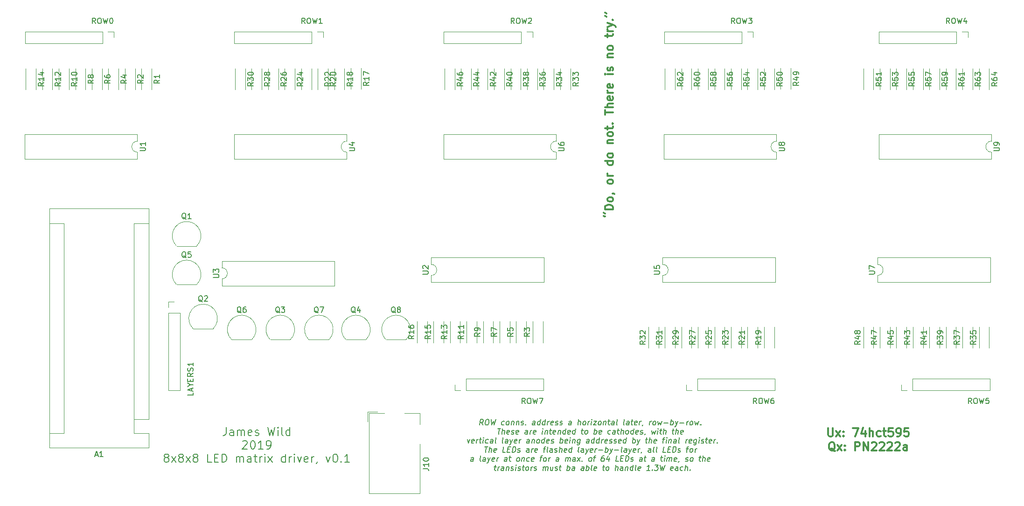
<source format=gto>
G04 #@! TF.GenerationSoftware,KiCad,Pcbnew,(5.1.4-0-10_14)*
G04 #@! TF.CreationDate,2019-12-07T21:02:57+00:00*
G04 #@! TF.ProjectId,LED_cube_with_74HCT595,4c45445f-6375-4626-955f-776974685f37,rev?*
G04 #@! TF.SameCoordinates,Original*
G04 #@! TF.FileFunction,Legend,Top*
G04 #@! TF.FilePolarity,Positive*
%FSLAX46Y46*%
G04 Gerber Fmt 4.6, Leading zero omitted, Abs format (unit mm)*
G04 Created by KiCad (PCBNEW (5.1.4-0-10_14)) date 2019-12-07 21:02:57*
%MOMM*%
%LPD*%
G04 APERTURE LIST*
%ADD10C,0.300000*%
%ADD11C,0.150000*%
%ADD12C,0.180000*%
%ADD13C,0.120000*%
G04 APERTURE END LIST*
D10*
X131250000Y-59928571D02*
X131178571Y-59928571D01*
X131035714Y-59857142D01*
X130964285Y-59785714D01*
X131250000Y-60500000D02*
X131178571Y-60500000D01*
X131035714Y-60428571D01*
X130964285Y-60357142D01*
X132678571Y-59214285D02*
X131178571Y-59214285D01*
X131178571Y-58857142D01*
X131250000Y-58642857D01*
X131392857Y-58500000D01*
X131535714Y-58428571D01*
X131821428Y-58357142D01*
X132035714Y-58357142D01*
X132321428Y-58428571D01*
X132464285Y-58500000D01*
X132607142Y-58642857D01*
X132678571Y-58857142D01*
X132678571Y-59214285D01*
X132678571Y-57500000D02*
X132607142Y-57642857D01*
X132535714Y-57714285D01*
X132392857Y-57785714D01*
X131964285Y-57785714D01*
X131821428Y-57714285D01*
X131750000Y-57642857D01*
X131678571Y-57500000D01*
X131678571Y-57285714D01*
X131750000Y-57142857D01*
X131821428Y-57071428D01*
X131964285Y-57000000D01*
X132392857Y-57000000D01*
X132535714Y-57071428D01*
X132607142Y-57142857D01*
X132678571Y-57285714D01*
X132678571Y-57500000D01*
X132607142Y-56285714D02*
X132678571Y-56285714D01*
X132821428Y-56357142D01*
X132892857Y-56428571D01*
X132678571Y-54285714D02*
X132607142Y-54428571D01*
X132535714Y-54500000D01*
X132392857Y-54571428D01*
X131964285Y-54571428D01*
X131821428Y-54500000D01*
X131750000Y-54428571D01*
X131678571Y-54285714D01*
X131678571Y-54071428D01*
X131750000Y-53928571D01*
X131821428Y-53857142D01*
X131964285Y-53785714D01*
X132392857Y-53785714D01*
X132535714Y-53857142D01*
X132607142Y-53928571D01*
X132678571Y-54071428D01*
X132678571Y-54285714D01*
X132678571Y-53142857D02*
X131678571Y-53142857D01*
X131964285Y-53142857D02*
X131821428Y-53071428D01*
X131750000Y-53000000D01*
X131678571Y-52857142D01*
X131678571Y-52714285D01*
X132678571Y-50428571D02*
X131178571Y-50428571D01*
X132607142Y-50428571D02*
X132678571Y-50571428D01*
X132678571Y-50857142D01*
X132607142Y-51000000D01*
X132535714Y-51071428D01*
X132392857Y-51142857D01*
X131964285Y-51142857D01*
X131821428Y-51071428D01*
X131750000Y-51000000D01*
X131678571Y-50857142D01*
X131678571Y-50571428D01*
X131750000Y-50428571D01*
X132678571Y-49500000D02*
X132607142Y-49642857D01*
X132535714Y-49714285D01*
X132392857Y-49785714D01*
X131964285Y-49785714D01*
X131821428Y-49714285D01*
X131750000Y-49642857D01*
X131678571Y-49500000D01*
X131678571Y-49285714D01*
X131750000Y-49142857D01*
X131821428Y-49071428D01*
X131964285Y-49000000D01*
X132392857Y-49000000D01*
X132535714Y-49071428D01*
X132607142Y-49142857D01*
X132678571Y-49285714D01*
X132678571Y-49500000D01*
X131678571Y-47214285D02*
X132678571Y-47214285D01*
X131821428Y-47214285D02*
X131750000Y-47142857D01*
X131678571Y-47000000D01*
X131678571Y-46785714D01*
X131750000Y-46642857D01*
X131892857Y-46571428D01*
X132678571Y-46571428D01*
X132678571Y-45642857D02*
X132607142Y-45785714D01*
X132535714Y-45857142D01*
X132392857Y-45928571D01*
X131964285Y-45928571D01*
X131821428Y-45857142D01*
X131750000Y-45785714D01*
X131678571Y-45642857D01*
X131678571Y-45428571D01*
X131750000Y-45285714D01*
X131821428Y-45214285D01*
X131964285Y-45142857D01*
X132392857Y-45142857D01*
X132535714Y-45214285D01*
X132607142Y-45285714D01*
X132678571Y-45428571D01*
X132678571Y-45642857D01*
X131678571Y-44714285D02*
X131678571Y-44142857D01*
X131178571Y-44500000D02*
X132464285Y-44500000D01*
X132607142Y-44428571D01*
X132678571Y-44285714D01*
X132678571Y-44142857D01*
X132535714Y-43642857D02*
X132607142Y-43571428D01*
X132678571Y-43642857D01*
X132607142Y-43714285D01*
X132535714Y-43642857D01*
X132678571Y-43642857D01*
X131178571Y-42000000D02*
X131178571Y-41142857D01*
X132678571Y-41571428D02*
X131178571Y-41571428D01*
X132678571Y-40642857D02*
X131178571Y-40642857D01*
X132678571Y-40000000D02*
X131892857Y-40000000D01*
X131750000Y-40071428D01*
X131678571Y-40214285D01*
X131678571Y-40428571D01*
X131750000Y-40571428D01*
X131821428Y-40642857D01*
X132607142Y-38714285D02*
X132678571Y-38857142D01*
X132678571Y-39142857D01*
X132607142Y-39285714D01*
X132464285Y-39357142D01*
X131892857Y-39357142D01*
X131750000Y-39285714D01*
X131678571Y-39142857D01*
X131678571Y-38857142D01*
X131750000Y-38714285D01*
X131892857Y-38642857D01*
X132035714Y-38642857D01*
X132178571Y-39357142D01*
X132678571Y-38000000D02*
X131678571Y-38000000D01*
X131964285Y-38000000D02*
X131821428Y-37928571D01*
X131750000Y-37857142D01*
X131678571Y-37714285D01*
X131678571Y-37571428D01*
X132607142Y-36500000D02*
X132678571Y-36642857D01*
X132678571Y-36928571D01*
X132607142Y-37071428D01*
X132464285Y-37142857D01*
X131892857Y-37142857D01*
X131750000Y-37071428D01*
X131678571Y-36928571D01*
X131678571Y-36642857D01*
X131750000Y-36500000D01*
X131892857Y-36428571D01*
X132035714Y-36428571D01*
X132178571Y-37142857D01*
X132678571Y-34642857D02*
X131678571Y-34642857D01*
X131178571Y-34642857D02*
X131250000Y-34714285D01*
X131321428Y-34642857D01*
X131250000Y-34571428D01*
X131178571Y-34642857D01*
X131321428Y-34642857D01*
X132607142Y-34000000D02*
X132678571Y-33857142D01*
X132678571Y-33571428D01*
X132607142Y-33428571D01*
X132464285Y-33357142D01*
X132392857Y-33357142D01*
X132250000Y-33428571D01*
X132178571Y-33571428D01*
X132178571Y-33785714D01*
X132107142Y-33928571D01*
X131964285Y-34000000D01*
X131892857Y-34000000D01*
X131750000Y-33928571D01*
X131678571Y-33785714D01*
X131678571Y-33571428D01*
X131750000Y-33428571D01*
X131678571Y-31571428D02*
X132678571Y-31571428D01*
X131821428Y-31571428D02*
X131750000Y-31500000D01*
X131678571Y-31357142D01*
X131678571Y-31142857D01*
X131750000Y-31000000D01*
X131892857Y-30928571D01*
X132678571Y-30928571D01*
X132678571Y-30000000D02*
X132607142Y-30142857D01*
X132535714Y-30214285D01*
X132392857Y-30285714D01*
X131964285Y-30285714D01*
X131821428Y-30214285D01*
X131750000Y-30142857D01*
X131678571Y-30000000D01*
X131678571Y-29785714D01*
X131750000Y-29642857D01*
X131821428Y-29571428D01*
X131964285Y-29500000D01*
X132392857Y-29500000D01*
X132535714Y-29571428D01*
X132607142Y-29642857D01*
X132678571Y-29785714D01*
X132678571Y-30000000D01*
X131678571Y-27928571D02*
X131678571Y-27357142D01*
X131178571Y-27714285D02*
X132464285Y-27714285D01*
X132607142Y-27642857D01*
X132678571Y-27500000D01*
X132678571Y-27357142D01*
X132678571Y-26857142D02*
X131678571Y-26857142D01*
X131964285Y-26857142D02*
X131821428Y-26785714D01*
X131750000Y-26714285D01*
X131678571Y-26571428D01*
X131678571Y-26428571D01*
X131678571Y-26071428D02*
X132678571Y-25714285D01*
X131678571Y-25357142D02*
X132678571Y-25714285D01*
X133035714Y-25857142D01*
X133107142Y-25928571D01*
X133178571Y-26071428D01*
X132535714Y-24785714D02*
X132607142Y-24714285D01*
X132678571Y-24785714D01*
X132607142Y-24857142D01*
X132535714Y-24785714D01*
X132678571Y-24785714D01*
X131178571Y-24071428D02*
X131250000Y-24071428D01*
X131392857Y-24142857D01*
X131464285Y-24214285D01*
X131178571Y-23500000D02*
X131250000Y-23500000D01*
X131392857Y-23571428D01*
X131464285Y-23642857D01*
X171714285Y-98903571D02*
X171714285Y-100117857D01*
X171785714Y-100260714D01*
X171857142Y-100332142D01*
X172000000Y-100403571D01*
X172285714Y-100403571D01*
X172428571Y-100332142D01*
X172500000Y-100260714D01*
X172571428Y-100117857D01*
X172571428Y-98903571D01*
X173142857Y-100403571D02*
X173928571Y-99403571D01*
X173142857Y-99403571D02*
X173928571Y-100403571D01*
X174500000Y-100260714D02*
X174571428Y-100332142D01*
X174500000Y-100403571D01*
X174428571Y-100332142D01*
X174500000Y-100260714D01*
X174500000Y-100403571D01*
X174500000Y-99475000D02*
X174571428Y-99546428D01*
X174500000Y-99617857D01*
X174428571Y-99546428D01*
X174500000Y-99475000D01*
X174500000Y-99617857D01*
X176214285Y-98903571D02*
X177214285Y-98903571D01*
X176571428Y-100403571D01*
X178428571Y-99403571D02*
X178428571Y-100403571D01*
X178071428Y-98832142D02*
X177714285Y-99903571D01*
X178642857Y-99903571D01*
X179214285Y-100403571D02*
X179214285Y-98903571D01*
X179857142Y-100403571D02*
X179857142Y-99617857D01*
X179785714Y-99475000D01*
X179642857Y-99403571D01*
X179428571Y-99403571D01*
X179285714Y-99475000D01*
X179214285Y-99546428D01*
X181214285Y-100332142D02*
X181071428Y-100403571D01*
X180785714Y-100403571D01*
X180642857Y-100332142D01*
X180571428Y-100260714D01*
X180500000Y-100117857D01*
X180500000Y-99689285D01*
X180571428Y-99546428D01*
X180642857Y-99475000D01*
X180785714Y-99403571D01*
X181071428Y-99403571D01*
X181214285Y-99475000D01*
X181642857Y-99403571D02*
X182214285Y-99403571D01*
X181857142Y-98903571D02*
X181857142Y-100189285D01*
X181928571Y-100332142D01*
X182071428Y-100403571D01*
X182214285Y-100403571D01*
X183428571Y-98903571D02*
X182714285Y-98903571D01*
X182642857Y-99617857D01*
X182714285Y-99546428D01*
X182857142Y-99475000D01*
X183214285Y-99475000D01*
X183357142Y-99546428D01*
X183428571Y-99617857D01*
X183500000Y-99760714D01*
X183500000Y-100117857D01*
X183428571Y-100260714D01*
X183357142Y-100332142D01*
X183214285Y-100403571D01*
X182857142Y-100403571D01*
X182714285Y-100332142D01*
X182642857Y-100260714D01*
X184214285Y-100403571D02*
X184500000Y-100403571D01*
X184642857Y-100332142D01*
X184714285Y-100260714D01*
X184857142Y-100046428D01*
X184928571Y-99760714D01*
X184928571Y-99189285D01*
X184857142Y-99046428D01*
X184785714Y-98975000D01*
X184642857Y-98903571D01*
X184357142Y-98903571D01*
X184214285Y-98975000D01*
X184142857Y-99046428D01*
X184071428Y-99189285D01*
X184071428Y-99546428D01*
X184142857Y-99689285D01*
X184214285Y-99760714D01*
X184357142Y-99832142D01*
X184642857Y-99832142D01*
X184785714Y-99760714D01*
X184857142Y-99689285D01*
X184928571Y-99546428D01*
X186285714Y-98903571D02*
X185571428Y-98903571D01*
X185500000Y-99617857D01*
X185571428Y-99546428D01*
X185714285Y-99475000D01*
X186071428Y-99475000D01*
X186214285Y-99546428D01*
X186285714Y-99617857D01*
X186357142Y-99760714D01*
X186357142Y-100117857D01*
X186285714Y-100260714D01*
X186214285Y-100332142D01*
X186071428Y-100403571D01*
X185714285Y-100403571D01*
X185571428Y-100332142D01*
X185500000Y-100260714D01*
X172964285Y-103096428D02*
X172821428Y-103025000D01*
X172678571Y-102882142D01*
X172464285Y-102667857D01*
X172321428Y-102596428D01*
X172178571Y-102596428D01*
X172250000Y-102953571D02*
X172107142Y-102882142D01*
X171964285Y-102739285D01*
X171892857Y-102453571D01*
X171892857Y-101953571D01*
X171964285Y-101667857D01*
X172107142Y-101525000D01*
X172250000Y-101453571D01*
X172535714Y-101453571D01*
X172678571Y-101525000D01*
X172821428Y-101667857D01*
X172892857Y-101953571D01*
X172892857Y-102453571D01*
X172821428Y-102739285D01*
X172678571Y-102882142D01*
X172535714Y-102953571D01*
X172250000Y-102953571D01*
X173392857Y-102953571D02*
X174178571Y-101953571D01*
X173392857Y-101953571D02*
X174178571Y-102953571D01*
X174750000Y-102810714D02*
X174821428Y-102882142D01*
X174750000Y-102953571D01*
X174678571Y-102882142D01*
X174750000Y-102810714D01*
X174750000Y-102953571D01*
X174750000Y-102025000D02*
X174821428Y-102096428D01*
X174750000Y-102167857D01*
X174678571Y-102096428D01*
X174750000Y-102025000D01*
X174750000Y-102167857D01*
X176607142Y-102953571D02*
X176607142Y-101453571D01*
X177178571Y-101453571D01*
X177321428Y-101525000D01*
X177392857Y-101596428D01*
X177464285Y-101739285D01*
X177464285Y-101953571D01*
X177392857Y-102096428D01*
X177321428Y-102167857D01*
X177178571Y-102239285D01*
X176607142Y-102239285D01*
X178107142Y-102953571D02*
X178107142Y-101453571D01*
X178964285Y-102953571D01*
X178964285Y-101453571D01*
X179607142Y-101596428D02*
X179678571Y-101525000D01*
X179821428Y-101453571D01*
X180178571Y-101453571D01*
X180321428Y-101525000D01*
X180392857Y-101596428D01*
X180464285Y-101739285D01*
X180464285Y-101882142D01*
X180392857Y-102096428D01*
X179535714Y-102953571D01*
X180464285Y-102953571D01*
X181035714Y-101596428D02*
X181107142Y-101525000D01*
X181250000Y-101453571D01*
X181607142Y-101453571D01*
X181750000Y-101525000D01*
X181821428Y-101596428D01*
X181892857Y-101739285D01*
X181892857Y-101882142D01*
X181821428Y-102096428D01*
X180964285Y-102953571D01*
X181892857Y-102953571D01*
X182464285Y-101596428D02*
X182535714Y-101525000D01*
X182678571Y-101453571D01*
X183035714Y-101453571D01*
X183178571Y-101525000D01*
X183250000Y-101596428D01*
X183321428Y-101739285D01*
X183321428Y-101882142D01*
X183250000Y-102096428D01*
X182392857Y-102953571D01*
X183321428Y-102953571D01*
X183892857Y-101596428D02*
X183964285Y-101525000D01*
X184107142Y-101453571D01*
X184464285Y-101453571D01*
X184607142Y-101525000D01*
X184678571Y-101596428D01*
X184750000Y-101739285D01*
X184750000Y-101882142D01*
X184678571Y-102096428D01*
X183821428Y-102953571D01*
X184750000Y-102953571D01*
X186035714Y-102953571D02*
X186035714Y-102167857D01*
X185964285Y-102025000D01*
X185821428Y-101953571D01*
X185535714Y-101953571D01*
X185392857Y-102025000D01*
X186035714Y-102882142D02*
X185892857Y-102953571D01*
X185535714Y-102953571D01*
X185392857Y-102882142D01*
X185321428Y-102739285D01*
X185321428Y-102596428D01*
X185392857Y-102453571D01*
X185535714Y-102382142D01*
X185892857Y-102382142D01*
X186035714Y-102310714D01*
D11*
X109042872Y-98327380D02*
X108769062Y-97851190D01*
X108471443Y-98327380D02*
X108596443Y-97327380D01*
X108977395Y-97327380D01*
X109066681Y-97375000D01*
X109108348Y-97422619D01*
X109144062Y-97517857D01*
X109126205Y-97660714D01*
X109066681Y-97755952D01*
X109013110Y-97803571D01*
X108911919Y-97851190D01*
X108530967Y-97851190D01*
X109786919Y-97327380D02*
X109977395Y-97327380D01*
X110066681Y-97375000D01*
X110150014Y-97470238D01*
X110173824Y-97660714D01*
X110132157Y-97994047D01*
X110060729Y-98184523D01*
X109953586Y-98279761D01*
X109852395Y-98327380D01*
X109661919Y-98327380D01*
X109572633Y-98279761D01*
X109489300Y-98184523D01*
X109465491Y-97994047D01*
X109507157Y-97660714D01*
X109578586Y-97470238D01*
X109685729Y-97375000D01*
X109786919Y-97327380D01*
X110548824Y-97327380D02*
X110661919Y-98327380D01*
X110941681Y-97613095D01*
X111042872Y-98327380D01*
X111405967Y-97327380D01*
X112858348Y-98279761D02*
X112757157Y-98327380D01*
X112566681Y-98327380D01*
X112477395Y-98279761D01*
X112435729Y-98232142D01*
X112400014Y-98136904D01*
X112435729Y-97851190D01*
X112495252Y-97755952D01*
X112548824Y-97708333D01*
X112650014Y-97660714D01*
X112840491Y-97660714D01*
X112929776Y-97708333D01*
X113423824Y-98327380D02*
X113334538Y-98279761D01*
X113292872Y-98232142D01*
X113257157Y-98136904D01*
X113292872Y-97851190D01*
X113352395Y-97755952D01*
X113405967Y-97708333D01*
X113507157Y-97660714D01*
X113650014Y-97660714D01*
X113739300Y-97708333D01*
X113780967Y-97755952D01*
X113816681Y-97851190D01*
X113780967Y-98136904D01*
X113721443Y-98232142D01*
X113667872Y-98279761D01*
X113566681Y-98327380D01*
X113423824Y-98327380D01*
X114269062Y-97660714D02*
X114185729Y-98327380D01*
X114257157Y-97755952D02*
X114310729Y-97708333D01*
X114411919Y-97660714D01*
X114554776Y-97660714D01*
X114644062Y-97708333D01*
X114679776Y-97803571D01*
X114614300Y-98327380D01*
X115173824Y-97660714D02*
X115090491Y-98327380D01*
X115161919Y-97755952D02*
X115215491Y-97708333D01*
X115316681Y-97660714D01*
X115459538Y-97660714D01*
X115548824Y-97708333D01*
X115584538Y-97803571D01*
X115519062Y-98327380D01*
X115953586Y-98279761D02*
X116042872Y-98327380D01*
X116233348Y-98327380D01*
X116334538Y-98279761D01*
X116394062Y-98184523D01*
X116400014Y-98136904D01*
X116364300Y-98041666D01*
X116275014Y-97994047D01*
X116132157Y-97994047D01*
X116042872Y-97946428D01*
X116007157Y-97851190D01*
X116013110Y-97803571D01*
X116072633Y-97708333D01*
X116173824Y-97660714D01*
X116316681Y-97660714D01*
X116405967Y-97708333D01*
X116816681Y-98232142D02*
X116858348Y-98279761D01*
X116804776Y-98327380D01*
X116763110Y-98279761D01*
X116816681Y-98232142D01*
X116804776Y-98327380D01*
X118471443Y-98327380D02*
X118536919Y-97803571D01*
X118501205Y-97708333D01*
X118411919Y-97660714D01*
X118221443Y-97660714D01*
X118120252Y-97708333D01*
X118477395Y-98279761D02*
X118376205Y-98327380D01*
X118138110Y-98327380D01*
X118048824Y-98279761D01*
X118013110Y-98184523D01*
X118025014Y-98089285D01*
X118084538Y-97994047D01*
X118185729Y-97946428D01*
X118423824Y-97946428D01*
X118525014Y-97898809D01*
X119376205Y-98327380D02*
X119501205Y-97327380D01*
X119382157Y-98279761D02*
X119280967Y-98327380D01*
X119090491Y-98327380D01*
X119001205Y-98279761D01*
X118959538Y-98232142D01*
X118923824Y-98136904D01*
X118959538Y-97851190D01*
X119019062Y-97755952D01*
X119072633Y-97708333D01*
X119173824Y-97660714D01*
X119364300Y-97660714D01*
X119453586Y-97708333D01*
X120280967Y-98327380D02*
X120405967Y-97327380D01*
X120286919Y-98279761D02*
X120185729Y-98327380D01*
X119995252Y-98327380D01*
X119905967Y-98279761D01*
X119864300Y-98232142D01*
X119828586Y-98136904D01*
X119864300Y-97851190D01*
X119923824Y-97755952D01*
X119977395Y-97708333D01*
X120078586Y-97660714D01*
X120269062Y-97660714D01*
X120358348Y-97708333D01*
X120757157Y-98327380D02*
X120840491Y-97660714D01*
X120816681Y-97851190D02*
X120876205Y-97755952D01*
X120929776Y-97708333D01*
X121030967Y-97660714D01*
X121126205Y-97660714D01*
X121763110Y-98279761D02*
X121661919Y-98327380D01*
X121471443Y-98327380D01*
X121382157Y-98279761D01*
X121346443Y-98184523D01*
X121394062Y-97803571D01*
X121453586Y-97708333D01*
X121554776Y-97660714D01*
X121745252Y-97660714D01*
X121834538Y-97708333D01*
X121870252Y-97803571D01*
X121858348Y-97898809D01*
X121370252Y-97994047D01*
X122191681Y-98279761D02*
X122280967Y-98327380D01*
X122471443Y-98327380D01*
X122572633Y-98279761D01*
X122632157Y-98184523D01*
X122638110Y-98136904D01*
X122602395Y-98041666D01*
X122513110Y-97994047D01*
X122370252Y-97994047D01*
X122280967Y-97946428D01*
X122245252Y-97851190D01*
X122251205Y-97803571D01*
X122310729Y-97708333D01*
X122411919Y-97660714D01*
X122554776Y-97660714D01*
X122644062Y-97708333D01*
X123001205Y-98279761D02*
X123090491Y-98327380D01*
X123280967Y-98327380D01*
X123382157Y-98279761D01*
X123441681Y-98184523D01*
X123447633Y-98136904D01*
X123411919Y-98041666D01*
X123322633Y-97994047D01*
X123179776Y-97994047D01*
X123090491Y-97946428D01*
X123054776Y-97851190D01*
X123060729Y-97803571D01*
X123120252Y-97708333D01*
X123221443Y-97660714D01*
X123364300Y-97660714D01*
X123453586Y-97708333D01*
X125042872Y-98327380D02*
X125108348Y-97803571D01*
X125072633Y-97708333D01*
X124983348Y-97660714D01*
X124792872Y-97660714D01*
X124691681Y-97708333D01*
X125048824Y-98279761D02*
X124947633Y-98327380D01*
X124709538Y-98327380D01*
X124620252Y-98279761D01*
X124584538Y-98184523D01*
X124596443Y-98089285D01*
X124655967Y-97994047D01*
X124757157Y-97946428D01*
X124995252Y-97946428D01*
X125096443Y-97898809D01*
X126280967Y-98327380D02*
X126405967Y-97327380D01*
X126709538Y-98327380D02*
X126775014Y-97803571D01*
X126739300Y-97708333D01*
X126650014Y-97660714D01*
X126507157Y-97660714D01*
X126405967Y-97708333D01*
X126352395Y-97755952D01*
X127328586Y-98327380D02*
X127239300Y-98279761D01*
X127197633Y-98232142D01*
X127161919Y-98136904D01*
X127197633Y-97851190D01*
X127257157Y-97755952D01*
X127310729Y-97708333D01*
X127411919Y-97660714D01*
X127554776Y-97660714D01*
X127644062Y-97708333D01*
X127685729Y-97755952D01*
X127721443Y-97851190D01*
X127685729Y-98136904D01*
X127626205Y-98232142D01*
X127572633Y-98279761D01*
X127471443Y-98327380D01*
X127328586Y-98327380D01*
X128090491Y-98327380D02*
X128173824Y-97660714D01*
X128150014Y-97851190D02*
X128209538Y-97755952D01*
X128263110Y-97708333D01*
X128364300Y-97660714D01*
X128459538Y-97660714D01*
X128709538Y-98327380D02*
X128792872Y-97660714D01*
X128834538Y-97327380D02*
X128780967Y-97375000D01*
X128822633Y-97422619D01*
X128876205Y-97375000D01*
X128834538Y-97327380D01*
X128822633Y-97422619D01*
X129173824Y-97660714D02*
X129697633Y-97660714D01*
X129090491Y-98327380D01*
X129614300Y-98327380D01*
X130138110Y-98327380D02*
X130048824Y-98279761D01*
X130007157Y-98232142D01*
X129971443Y-98136904D01*
X130007157Y-97851190D01*
X130066681Y-97755952D01*
X130120252Y-97708333D01*
X130221443Y-97660714D01*
X130364300Y-97660714D01*
X130453586Y-97708333D01*
X130495252Y-97755952D01*
X130530967Y-97851190D01*
X130495252Y-98136904D01*
X130435729Y-98232142D01*
X130382157Y-98279761D01*
X130280967Y-98327380D01*
X130138110Y-98327380D01*
X130983348Y-97660714D02*
X130900014Y-98327380D01*
X130971443Y-97755952D02*
X131025014Y-97708333D01*
X131126205Y-97660714D01*
X131269062Y-97660714D01*
X131358348Y-97708333D01*
X131394062Y-97803571D01*
X131328586Y-98327380D01*
X131745252Y-97660714D02*
X132126205Y-97660714D01*
X131929776Y-97327380D02*
X131822633Y-98184523D01*
X131858348Y-98279761D01*
X131947633Y-98327380D01*
X132042872Y-98327380D01*
X132804776Y-98327380D02*
X132870252Y-97803571D01*
X132834538Y-97708333D01*
X132745252Y-97660714D01*
X132554776Y-97660714D01*
X132453586Y-97708333D01*
X132810729Y-98279761D02*
X132709538Y-98327380D01*
X132471443Y-98327380D01*
X132382157Y-98279761D01*
X132346443Y-98184523D01*
X132358348Y-98089285D01*
X132417872Y-97994047D01*
X132519062Y-97946428D01*
X132757157Y-97946428D01*
X132858348Y-97898809D01*
X133423824Y-98327380D02*
X133334538Y-98279761D01*
X133298824Y-98184523D01*
X133405967Y-97327380D01*
X134709538Y-98327380D02*
X134620252Y-98279761D01*
X134584538Y-98184523D01*
X134691681Y-97327380D01*
X135519062Y-98327380D02*
X135584538Y-97803571D01*
X135548824Y-97708333D01*
X135459538Y-97660714D01*
X135269062Y-97660714D01*
X135167872Y-97708333D01*
X135525014Y-98279761D02*
X135423824Y-98327380D01*
X135185729Y-98327380D01*
X135096443Y-98279761D01*
X135060729Y-98184523D01*
X135072633Y-98089285D01*
X135132157Y-97994047D01*
X135233348Y-97946428D01*
X135471443Y-97946428D01*
X135572633Y-97898809D01*
X135935729Y-97660714D02*
X136316681Y-97660714D01*
X136120252Y-97327380D02*
X136013110Y-98184523D01*
X136048824Y-98279761D01*
X136138110Y-98327380D01*
X136233348Y-98327380D01*
X136953586Y-98279761D02*
X136852395Y-98327380D01*
X136661919Y-98327380D01*
X136572633Y-98279761D01*
X136536919Y-98184523D01*
X136584538Y-97803571D01*
X136644062Y-97708333D01*
X136745252Y-97660714D01*
X136935729Y-97660714D01*
X137025014Y-97708333D01*
X137060729Y-97803571D01*
X137048824Y-97898809D01*
X136560729Y-97994047D01*
X137423824Y-98327380D02*
X137507157Y-97660714D01*
X137483348Y-97851190D02*
X137542872Y-97755952D01*
X137596443Y-97708333D01*
X137697633Y-97660714D01*
X137792872Y-97660714D01*
X138096443Y-98279761D02*
X138090491Y-98327380D01*
X138030967Y-98422619D01*
X137977395Y-98470238D01*
X139280967Y-98327380D02*
X139364300Y-97660714D01*
X139340491Y-97851190D02*
X139400014Y-97755952D01*
X139453586Y-97708333D01*
X139554776Y-97660714D01*
X139650014Y-97660714D01*
X140042872Y-98327380D02*
X139953586Y-98279761D01*
X139911919Y-98232142D01*
X139876205Y-98136904D01*
X139911919Y-97851190D01*
X139971443Y-97755952D01*
X140025014Y-97708333D01*
X140126205Y-97660714D01*
X140269062Y-97660714D01*
X140358348Y-97708333D01*
X140400014Y-97755952D01*
X140435729Y-97851190D01*
X140400014Y-98136904D01*
X140340491Y-98232142D01*
X140286919Y-98279761D01*
X140185729Y-98327380D01*
X140042872Y-98327380D01*
X140792872Y-97660714D02*
X140900014Y-98327380D01*
X141150014Y-97851190D01*
X141280967Y-98327380D01*
X141554776Y-97660714D01*
X141900014Y-97946428D02*
X142661919Y-97946428D01*
X143090491Y-98327380D02*
X143215491Y-97327380D01*
X143167872Y-97708333D02*
X143269062Y-97660714D01*
X143459538Y-97660714D01*
X143548824Y-97708333D01*
X143590491Y-97755952D01*
X143626205Y-97851190D01*
X143590491Y-98136904D01*
X143530967Y-98232142D01*
X143477395Y-98279761D01*
X143376205Y-98327380D01*
X143185729Y-98327380D01*
X143096443Y-98279761D01*
X143983348Y-97660714D02*
X144138110Y-98327380D01*
X144459538Y-97660714D02*
X144138110Y-98327380D01*
X144013110Y-98565476D01*
X143959538Y-98613095D01*
X143858348Y-98660714D01*
X144804776Y-97946428D02*
X145566681Y-97946428D01*
X145995252Y-98327380D02*
X146078586Y-97660714D01*
X146054776Y-97851190D02*
X146114300Y-97755952D01*
X146167872Y-97708333D01*
X146269062Y-97660714D01*
X146364300Y-97660714D01*
X146757157Y-98327380D02*
X146667872Y-98279761D01*
X146626205Y-98232142D01*
X146590491Y-98136904D01*
X146626205Y-97851190D01*
X146685729Y-97755952D01*
X146739300Y-97708333D01*
X146840491Y-97660714D01*
X146983348Y-97660714D01*
X147072633Y-97708333D01*
X147114300Y-97755952D01*
X147150014Y-97851190D01*
X147114300Y-98136904D01*
X147054776Y-98232142D01*
X147001205Y-98279761D01*
X146900014Y-98327380D01*
X146757157Y-98327380D01*
X147507157Y-97660714D02*
X147614300Y-98327380D01*
X147864300Y-97851190D01*
X147995252Y-98327380D01*
X148269062Y-97660714D01*
X148578586Y-98232142D02*
X148620252Y-98279761D01*
X148566681Y-98327380D01*
X148525014Y-98279761D01*
X148578586Y-98232142D01*
X148566681Y-98327380D01*
X111715491Y-98977380D02*
X112286919Y-98977380D01*
X111876205Y-99977380D02*
X112001205Y-98977380D01*
X112495252Y-99977380D02*
X112620252Y-98977380D01*
X112923824Y-99977380D02*
X112989300Y-99453571D01*
X112953586Y-99358333D01*
X112864300Y-99310714D01*
X112721443Y-99310714D01*
X112620252Y-99358333D01*
X112566681Y-99405952D01*
X113786919Y-99929761D02*
X113685729Y-99977380D01*
X113495252Y-99977380D01*
X113405967Y-99929761D01*
X113370252Y-99834523D01*
X113417872Y-99453571D01*
X113477395Y-99358333D01*
X113578586Y-99310714D01*
X113769062Y-99310714D01*
X113858348Y-99358333D01*
X113894062Y-99453571D01*
X113882157Y-99548809D01*
X113394062Y-99644047D01*
X114215491Y-99929761D02*
X114304776Y-99977380D01*
X114495252Y-99977380D01*
X114596443Y-99929761D01*
X114655967Y-99834523D01*
X114661919Y-99786904D01*
X114626205Y-99691666D01*
X114536919Y-99644047D01*
X114394062Y-99644047D01*
X114304776Y-99596428D01*
X114269062Y-99501190D01*
X114275014Y-99453571D01*
X114334538Y-99358333D01*
X114435729Y-99310714D01*
X114578586Y-99310714D01*
X114667872Y-99358333D01*
X115453586Y-99929761D02*
X115352395Y-99977380D01*
X115161919Y-99977380D01*
X115072633Y-99929761D01*
X115036919Y-99834523D01*
X115084538Y-99453571D01*
X115144062Y-99358333D01*
X115245252Y-99310714D01*
X115435729Y-99310714D01*
X115525014Y-99358333D01*
X115560729Y-99453571D01*
X115548824Y-99548809D01*
X115060729Y-99644047D01*
X117114300Y-99977380D02*
X117179776Y-99453571D01*
X117144062Y-99358333D01*
X117054776Y-99310714D01*
X116864300Y-99310714D01*
X116763110Y-99358333D01*
X117120252Y-99929761D02*
X117019062Y-99977380D01*
X116780967Y-99977380D01*
X116691681Y-99929761D01*
X116655967Y-99834523D01*
X116667872Y-99739285D01*
X116727395Y-99644047D01*
X116828586Y-99596428D01*
X117066681Y-99596428D01*
X117167872Y-99548809D01*
X117590491Y-99977380D02*
X117673824Y-99310714D01*
X117650014Y-99501190D02*
X117709538Y-99405952D01*
X117763110Y-99358333D01*
X117864300Y-99310714D01*
X117959538Y-99310714D01*
X118596443Y-99929761D02*
X118495252Y-99977380D01*
X118304776Y-99977380D01*
X118215491Y-99929761D01*
X118179776Y-99834523D01*
X118227395Y-99453571D01*
X118286919Y-99358333D01*
X118388110Y-99310714D01*
X118578586Y-99310714D01*
X118667872Y-99358333D01*
X118703586Y-99453571D01*
X118691681Y-99548809D01*
X118203586Y-99644047D01*
X119828586Y-99977380D02*
X119911919Y-99310714D01*
X119953586Y-98977380D02*
X119900014Y-99025000D01*
X119941681Y-99072619D01*
X119995252Y-99025000D01*
X119953586Y-98977380D01*
X119941681Y-99072619D01*
X120388110Y-99310714D02*
X120304776Y-99977380D01*
X120376205Y-99405952D02*
X120429776Y-99358333D01*
X120530967Y-99310714D01*
X120673824Y-99310714D01*
X120763110Y-99358333D01*
X120798824Y-99453571D01*
X120733348Y-99977380D01*
X121150014Y-99310714D02*
X121530967Y-99310714D01*
X121334538Y-98977380D02*
X121227395Y-99834523D01*
X121263110Y-99929761D01*
X121352395Y-99977380D01*
X121447633Y-99977380D01*
X122167872Y-99929761D02*
X122066681Y-99977380D01*
X121876205Y-99977380D01*
X121786919Y-99929761D01*
X121751205Y-99834523D01*
X121798824Y-99453571D01*
X121858348Y-99358333D01*
X121959538Y-99310714D01*
X122150014Y-99310714D01*
X122239300Y-99358333D01*
X122275014Y-99453571D01*
X122263110Y-99548809D01*
X121775014Y-99644047D01*
X122721443Y-99310714D02*
X122638110Y-99977380D01*
X122709538Y-99405952D02*
X122763110Y-99358333D01*
X122864300Y-99310714D01*
X123007157Y-99310714D01*
X123096443Y-99358333D01*
X123132157Y-99453571D01*
X123066681Y-99977380D01*
X123971443Y-99977380D02*
X124096443Y-98977380D01*
X123977395Y-99929761D02*
X123876205Y-99977380D01*
X123685729Y-99977380D01*
X123596443Y-99929761D01*
X123554776Y-99882142D01*
X123519062Y-99786904D01*
X123554776Y-99501190D01*
X123614300Y-99405952D01*
X123667872Y-99358333D01*
X123769062Y-99310714D01*
X123959538Y-99310714D01*
X124048824Y-99358333D01*
X124834538Y-99929761D02*
X124733348Y-99977380D01*
X124542872Y-99977380D01*
X124453586Y-99929761D01*
X124417872Y-99834523D01*
X124465491Y-99453571D01*
X124525014Y-99358333D01*
X124626205Y-99310714D01*
X124816681Y-99310714D01*
X124905967Y-99358333D01*
X124941681Y-99453571D01*
X124929776Y-99548809D01*
X124441681Y-99644047D01*
X125733348Y-99977380D02*
X125858348Y-98977380D01*
X125739300Y-99929761D02*
X125638110Y-99977380D01*
X125447633Y-99977380D01*
X125358348Y-99929761D01*
X125316681Y-99882142D01*
X125280967Y-99786904D01*
X125316681Y-99501190D01*
X125376205Y-99405952D01*
X125429776Y-99358333D01*
X125530967Y-99310714D01*
X125721443Y-99310714D01*
X125810729Y-99358333D01*
X126911919Y-99310714D02*
X127292872Y-99310714D01*
X127096443Y-98977380D02*
X126989300Y-99834523D01*
X127025014Y-99929761D01*
X127114300Y-99977380D01*
X127209538Y-99977380D01*
X127685729Y-99977380D02*
X127596443Y-99929761D01*
X127554776Y-99882142D01*
X127519062Y-99786904D01*
X127554776Y-99501190D01*
X127614300Y-99405952D01*
X127667872Y-99358333D01*
X127769062Y-99310714D01*
X127911919Y-99310714D01*
X128001205Y-99358333D01*
X128042872Y-99405952D01*
X128078586Y-99501190D01*
X128042872Y-99786904D01*
X127983348Y-99882142D01*
X127929776Y-99929761D01*
X127828586Y-99977380D01*
X127685729Y-99977380D01*
X129209538Y-99977380D02*
X129334538Y-98977380D01*
X129286919Y-99358333D02*
X129388110Y-99310714D01*
X129578586Y-99310714D01*
X129667872Y-99358333D01*
X129709538Y-99405952D01*
X129745252Y-99501190D01*
X129709538Y-99786904D01*
X129650014Y-99882142D01*
X129596443Y-99929761D01*
X129495252Y-99977380D01*
X129304776Y-99977380D01*
X129215491Y-99929761D01*
X130501205Y-99929761D02*
X130400014Y-99977380D01*
X130209538Y-99977380D01*
X130120252Y-99929761D01*
X130084538Y-99834523D01*
X130132157Y-99453571D01*
X130191681Y-99358333D01*
X130292872Y-99310714D01*
X130483348Y-99310714D01*
X130572633Y-99358333D01*
X130608348Y-99453571D01*
X130596443Y-99548809D01*
X130108348Y-99644047D01*
X132167872Y-99929761D02*
X132066681Y-99977380D01*
X131876205Y-99977380D01*
X131786919Y-99929761D01*
X131745252Y-99882142D01*
X131709538Y-99786904D01*
X131745252Y-99501190D01*
X131804776Y-99405952D01*
X131858348Y-99358333D01*
X131959538Y-99310714D01*
X132150014Y-99310714D01*
X132239300Y-99358333D01*
X133019062Y-99977380D02*
X133084538Y-99453571D01*
X133048824Y-99358333D01*
X132959538Y-99310714D01*
X132769062Y-99310714D01*
X132667872Y-99358333D01*
X133025014Y-99929761D02*
X132923824Y-99977380D01*
X132685729Y-99977380D01*
X132596443Y-99929761D01*
X132560729Y-99834523D01*
X132572633Y-99739285D01*
X132632157Y-99644047D01*
X132733348Y-99596428D01*
X132971443Y-99596428D01*
X133072633Y-99548809D01*
X133435729Y-99310714D02*
X133816681Y-99310714D01*
X133620252Y-98977380D02*
X133513110Y-99834523D01*
X133548824Y-99929761D01*
X133638110Y-99977380D01*
X133733348Y-99977380D01*
X134066681Y-99977380D02*
X134191681Y-98977380D01*
X134495252Y-99977380D02*
X134560729Y-99453571D01*
X134525014Y-99358333D01*
X134435729Y-99310714D01*
X134292872Y-99310714D01*
X134191681Y-99358333D01*
X134138110Y-99405952D01*
X135114300Y-99977380D02*
X135025014Y-99929761D01*
X134983348Y-99882142D01*
X134947633Y-99786904D01*
X134983348Y-99501190D01*
X135042872Y-99405952D01*
X135096443Y-99358333D01*
X135197633Y-99310714D01*
X135340491Y-99310714D01*
X135429776Y-99358333D01*
X135471443Y-99405952D01*
X135507157Y-99501190D01*
X135471443Y-99786904D01*
X135411919Y-99882142D01*
X135358348Y-99929761D01*
X135257157Y-99977380D01*
X135114300Y-99977380D01*
X136304776Y-99977380D02*
X136429776Y-98977380D01*
X136310729Y-99929761D02*
X136209538Y-99977380D01*
X136019062Y-99977380D01*
X135929776Y-99929761D01*
X135888110Y-99882142D01*
X135852395Y-99786904D01*
X135888110Y-99501190D01*
X135947633Y-99405952D01*
X136001205Y-99358333D01*
X136102395Y-99310714D01*
X136292872Y-99310714D01*
X136382157Y-99358333D01*
X137167872Y-99929761D02*
X137066681Y-99977380D01*
X136876205Y-99977380D01*
X136786919Y-99929761D01*
X136751205Y-99834523D01*
X136798824Y-99453571D01*
X136858348Y-99358333D01*
X136959538Y-99310714D01*
X137150014Y-99310714D01*
X137239300Y-99358333D01*
X137275014Y-99453571D01*
X137263110Y-99548809D01*
X136775014Y-99644047D01*
X137596443Y-99929761D02*
X137685729Y-99977380D01*
X137876205Y-99977380D01*
X137977395Y-99929761D01*
X138036919Y-99834523D01*
X138042872Y-99786904D01*
X138007157Y-99691666D01*
X137917872Y-99644047D01*
X137775014Y-99644047D01*
X137685729Y-99596428D01*
X137650014Y-99501190D01*
X137655967Y-99453571D01*
X137715491Y-99358333D01*
X137816681Y-99310714D01*
X137959538Y-99310714D01*
X138048824Y-99358333D01*
X138501205Y-99929761D02*
X138495252Y-99977380D01*
X138435729Y-100072619D01*
X138382157Y-100120238D01*
X139673824Y-99310714D02*
X139780967Y-99977380D01*
X140030967Y-99501190D01*
X140161919Y-99977380D01*
X140435729Y-99310714D01*
X140733348Y-99977380D02*
X140816681Y-99310714D01*
X140858348Y-98977380D02*
X140804776Y-99025000D01*
X140846443Y-99072619D01*
X140900014Y-99025000D01*
X140858348Y-98977380D01*
X140846443Y-99072619D01*
X141150014Y-99310714D02*
X141530967Y-99310714D01*
X141334538Y-98977380D02*
X141227395Y-99834523D01*
X141263110Y-99929761D01*
X141352395Y-99977380D01*
X141447633Y-99977380D01*
X141780967Y-99977380D02*
X141905967Y-98977380D01*
X142209538Y-99977380D02*
X142275014Y-99453571D01*
X142239300Y-99358333D01*
X142150014Y-99310714D01*
X142007157Y-99310714D01*
X141905967Y-99358333D01*
X141852395Y-99405952D01*
X143388110Y-99310714D02*
X143769062Y-99310714D01*
X143572633Y-98977380D02*
X143465491Y-99834523D01*
X143501205Y-99929761D01*
X143590491Y-99977380D01*
X143685729Y-99977380D01*
X144019062Y-99977380D02*
X144144062Y-98977380D01*
X144447633Y-99977380D02*
X144513110Y-99453571D01*
X144477395Y-99358333D01*
X144388110Y-99310714D01*
X144245252Y-99310714D01*
X144144062Y-99358333D01*
X144090491Y-99405952D01*
X145310729Y-99929761D02*
X145209538Y-99977380D01*
X145019062Y-99977380D01*
X144929776Y-99929761D01*
X144894062Y-99834523D01*
X144941681Y-99453571D01*
X145001205Y-99358333D01*
X145102395Y-99310714D01*
X145292872Y-99310714D01*
X145382157Y-99358333D01*
X145417872Y-99453571D01*
X145405967Y-99548809D01*
X144917872Y-99644047D01*
X106221443Y-100960714D02*
X106376205Y-101627380D01*
X106697633Y-100960714D01*
X107382157Y-101579761D02*
X107280967Y-101627380D01*
X107090491Y-101627380D01*
X107001205Y-101579761D01*
X106965491Y-101484523D01*
X107013110Y-101103571D01*
X107072633Y-101008333D01*
X107173824Y-100960714D01*
X107364300Y-100960714D01*
X107453586Y-101008333D01*
X107489300Y-101103571D01*
X107477395Y-101198809D01*
X106989300Y-101294047D01*
X107852395Y-101627380D02*
X107935729Y-100960714D01*
X107911919Y-101151190D02*
X107971443Y-101055952D01*
X108025014Y-101008333D01*
X108126205Y-100960714D01*
X108221443Y-100960714D01*
X108411919Y-100960714D02*
X108792872Y-100960714D01*
X108596443Y-100627380D02*
X108489300Y-101484523D01*
X108525014Y-101579761D01*
X108614300Y-101627380D01*
X108709538Y-101627380D01*
X109042872Y-101627380D02*
X109126205Y-100960714D01*
X109167872Y-100627380D02*
X109114300Y-100675000D01*
X109155967Y-100722619D01*
X109209538Y-100675000D01*
X109167872Y-100627380D01*
X109155967Y-100722619D01*
X109953586Y-101579761D02*
X109852395Y-101627380D01*
X109661919Y-101627380D01*
X109572633Y-101579761D01*
X109530967Y-101532142D01*
X109495252Y-101436904D01*
X109530967Y-101151190D01*
X109590491Y-101055952D01*
X109644062Y-101008333D01*
X109745252Y-100960714D01*
X109935729Y-100960714D01*
X110025014Y-101008333D01*
X110804776Y-101627380D02*
X110870252Y-101103571D01*
X110834538Y-101008333D01*
X110745252Y-100960714D01*
X110554776Y-100960714D01*
X110453586Y-101008333D01*
X110810729Y-101579761D02*
X110709538Y-101627380D01*
X110471443Y-101627380D01*
X110382157Y-101579761D01*
X110346443Y-101484523D01*
X110358348Y-101389285D01*
X110417872Y-101294047D01*
X110519062Y-101246428D01*
X110757157Y-101246428D01*
X110858348Y-101198809D01*
X111423824Y-101627380D02*
X111334538Y-101579761D01*
X111298824Y-101484523D01*
X111405967Y-100627380D01*
X112709538Y-101627380D02*
X112620252Y-101579761D01*
X112584538Y-101484523D01*
X112691681Y-100627380D01*
X113519062Y-101627380D02*
X113584538Y-101103571D01*
X113548824Y-101008333D01*
X113459538Y-100960714D01*
X113269062Y-100960714D01*
X113167872Y-101008333D01*
X113525014Y-101579761D02*
X113423824Y-101627380D01*
X113185729Y-101627380D01*
X113096443Y-101579761D01*
X113060729Y-101484523D01*
X113072633Y-101389285D01*
X113132157Y-101294047D01*
X113233348Y-101246428D01*
X113471443Y-101246428D01*
X113572633Y-101198809D01*
X113983348Y-100960714D02*
X114138110Y-101627380D01*
X114459538Y-100960714D02*
X114138110Y-101627380D01*
X114013110Y-101865476D01*
X113959538Y-101913095D01*
X113858348Y-101960714D01*
X115144062Y-101579761D02*
X115042872Y-101627380D01*
X114852395Y-101627380D01*
X114763110Y-101579761D01*
X114727395Y-101484523D01*
X114775014Y-101103571D01*
X114834538Y-101008333D01*
X114935729Y-100960714D01*
X115126205Y-100960714D01*
X115215491Y-101008333D01*
X115251205Y-101103571D01*
X115239300Y-101198809D01*
X114751205Y-101294047D01*
X115614300Y-101627380D02*
X115697633Y-100960714D01*
X115673824Y-101151190D02*
X115733348Y-101055952D01*
X115786919Y-101008333D01*
X115888110Y-100960714D01*
X115983348Y-100960714D01*
X117423824Y-101627380D02*
X117489300Y-101103571D01*
X117453586Y-101008333D01*
X117364300Y-100960714D01*
X117173824Y-100960714D01*
X117072633Y-101008333D01*
X117429776Y-101579761D02*
X117328586Y-101627380D01*
X117090491Y-101627380D01*
X117001205Y-101579761D01*
X116965491Y-101484523D01*
X116977395Y-101389285D01*
X117036919Y-101294047D01*
X117138110Y-101246428D01*
X117376205Y-101246428D01*
X117477395Y-101198809D01*
X117983348Y-100960714D02*
X117900014Y-101627380D01*
X117971443Y-101055952D02*
X118025014Y-101008333D01*
X118126205Y-100960714D01*
X118269062Y-100960714D01*
X118358348Y-101008333D01*
X118394062Y-101103571D01*
X118328586Y-101627380D01*
X118947633Y-101627380D02*
X118858348Y-101579761D01*
X118816681Y-101532142D01*
X118780967Y-101436904D01*
X118816681Y-101151190D01*
X118876205Y-101055952D01*
X118929776Y-101008333D01*
X119030967Y-100960714D01*
X119173824Y-100960714D01*
X119263110Y-101008333D01*
X119304776Y-101055952D01*
X119340491Y-101151190D01*
X119304776Y-101436904D01*
X119245252Y-101532142D01*
X119191681Y-101579761D01*
X119090491Y-101627380D01*
X118947633Y-101627380D01*
X120138110Y-101627380D02*
X120263110Y-100627380D01*
X120144062Y-101579761D02*
X120042872Y-101627380D01*
X119852395Y-101627380D01*
X119763110Y-101579761D01*
X119721443Y-101532142D01*
X119685729Y-101436904D01*
X119721443Y-101151190D01*
X119780967Y-101055952D01*
X119834538Y-101008333D01*
X119935729Y-100960714D01*
X120126205Y-100960714D01*
X120215491Y-101008333D01*
X121001205Y-101579761D02*
X120900014Y-101627380D01*
X120709538Y-101627380D01*
X120620252Y-101579761D01*
X120584538Y-101484523D01*
X120632157Y-101103571D01*
X120691681Y-101008333D01*
X120792872Y-100960714D01*
X120983348Y-100960714D01*
X121072633Y-101008333D01*
X121108348Y-101103571D01*
X121096443Y-101198809D01*
X120608348Y-101294047D01*
X121429776Y-101579761D02*
X121519062Y-101627380D01*
X121709538Y-101627380D01*
X121810729Y-101579761D01*
X121870252Y-101484523D01*
X121876205Y-101436904D01*
X121840491Y-101341666D01*
X121751205Y-101294047D01*
X121608348Y-101294047D01*
X121519062Y-101246428D01*
X121483348Y-101151190D01*
X121489300Y-101103571D01*
X121548824Y-101008333D01*
X121650014Y-100960714D01*
X121792872Y-100960714D01*
X121882157Y-101008333D01*
X123042872Y-101627380D02*
X123167872Y-100627380D01*
X123120252Y-101008333D02*
X123221443Y-100960714D01*
X123411919Y-100960714D01*
X123501205Y-101008333D01*
X123542872Y-101055952D01*
X123578586Y-101151190D01*
X123542872Y-101436904D01*
X123483348Y-101532142D01*
X123429776Y-101579761D01*
X123328586Y-101627380D01*
X123138110Y-101627380D01*
X123048824Y-101579761D01*
X124334538Y-101579761D02*
X124233348Y-101627380D01*
X124042872Y-101627380D01*
X123953586Y-101579761D01*
X123917872Y-101484523D01*
X123965491Y-101103571D01*
X124025014Y-101008333D01*
X124126205Y-100960714D01*
X124316681Y-100960714D01*
X124405967Y-101008333D01*
X124441681Y-101103571D01*
X124429776Y-101198809D01*
X123941681Y-101294047D01*
X124804776Y-101627380D02*
X124888110Y-100960714D01*
X124929776Y-100627380D02*
X124876205Y-100675000D01*
X124917872Y-100722619D01*
X124971443Y-100675000D01*
X124929776Y-100627380D01*
X124917872Y-100722619D01*
X125364300Y-100960714D02*
X125280967Y-101627380D01*
X125352395Y-101055952D02*
X125405967Y-101008333D01*
X125507157Y-100960714D01*
X125650014Y-100960714D01*
X125739300Y-101008333D01*
X125775014Y-101103571D01*
X125709538Y-101627380D01*
X126697633Y-100960714D02*
X126596443Y-101770238D01*
X126536919Y-101865476D01*
X126483348Y-101913095D01*
X126382157Y-101960714D01*
X126239300Y-101960714D01*
X126150014Y-101913095D01*
X126620252Y-101579761D02*
X126519062Y-101627380D01*
X126328586Y-101627380D01*
X126239300Y-101579761D01*
X126197633Y-101532142D01*
X126161919Y-101436904D01*
X126197633Y-101151190D01*
X126257157Y-101055952D01*
X126310729Y-101008333D01*
X126411919Y-100960714D01*
X126602395Y-100960714D01*
X126691681Y-101008333D01*
X128280967Y-101627380D02*
X128346443Y-101103571D01*
X128310729Y-101008333D01*
X128221443Y-100960714D01*
X128030967Y-100960714D01*
X127929776Y-101008333D01*
X128286919Y-101579761D02*
X128185729Y-101627380D01*
X127947633Y-101627380D01*
X127858348Y-101579761D01*
X127822633Y-101484523D01*
X127834538Y-101389285D01*
X127894062Y-101294047D01*
X127995252Y-101246428D01*
X128233348Y-101246428D01*
X128334538Y-101198809D01*
X129185729Y-101627380D02*
X129310729Y-100627380D01*
X129191681Y-101579761D02*
X129090491Y-101627380D01*
X128900014Y-101627380D01*
X128810729Y-101579761D01*
X128769062Y-101532142D01*
X128733348Y-101436904D01*
X128769062Y-101151190D01*
X128828586Y-101055952D01*
X128882157Y-101008333D01*
X128983348Y-100960714D01*
X129173824Y-100960714D01*
X129263110Y-101008333D01*
X130090491Y-101627380D02*
X130215491Y-100627380D01*
X130096443Y-101579761D02*
X129995252Y-101627380D01*
X129804776Y-101627380D01*
X129715491Y-101579761D01*
X129673824Y-101532142D01*
X129638110Y-101436904D01*
X129673824Y-101151190D01*
X129733348Y-101055952D01*
X129786919Y-101008333D01*
X129888110Y-100960714D01*
X130078586Y-100960714D01*
X130167872Y-101008333D01*
X130566681Y-101627380D02*
X130650014Y-100960714D01*
X130626205Y-101151190D02*
X130685729Y-101055952D01*
X130739300Y-101008333D01*
X130840491Y-100960714D01*
X130935729Y-100960714D01*
X131572633Y-101579761D02*
X131471443Y-101627380D01*
X131280967Y-101627380D01*
X131191681Y-101579761D01*
X131155967Y-101484523D01*
X131203586Y-101103571D01*
X131263110Y-101008333D01*
X131364300Y-100960714D01*
X131554776Y-100960714D01*
X131644062Y-101008333D01*
X131679776Y-101103571D01*
X131667872Y-101198809D01*
X131179776Y-101294047D01*
X132001205Y-101579761D02*
X132090491Y-101627380D01*
X132280967Y-101627380D01*
X132382157Y-101579761D01*
X132441681Y-101484523D01*
X132447633Y-101436904D01*
X132411919Y-101341666D01*
X132322633Y-101294047D01*
X132179776Y-101294047D01*
X132090491Y-101246428D01*
X132054776Y-101151190D01*
X132060729Y-101103571D01*
X132120252Y-101008333D01*
X132221443Y-100960714D01*
X132364300Y-100960714D01*
X132453586Y-101008333D01*
X132810729Y-101579761D02*
X132900014Y-101627380D01*
X133090491Y-101627380D01*
X133191681Y-101579761D01*
X133251205Y-101484523D01*
X133257157Y-101436904D01*
X133221443Y-101341666D01*
X133132157Y-101294047D01*
X132989300Y-101294047D01*
X132900014Y-101246428D01*
X132864300Y-101151190D01*
X132870252Y-101103571D01*
X132929776Y-101008333D01*
X133030967Y-100960714D01*
X133173824Y-100960714D01*
X133263110Y-101008333D01*
X134048824Y-101579761D02*
X133947633Y-101627380D01*
X133757157Y-101627380D01*
X133667872Y-101579761D01*
X133632157Y-101484523D01*
X133679776Y-101103571D01*
X133739300Y-101008333D01*
X133840491Y-100960714D01*
X134030967Y-100960714D01*
X134120252Y-101008333D01*
X134155967Y-101103571D01*
X134144062Y-101198809D01*
X133655967Y-101294047D01*
X134947633Y-101627380D02*
X135072633Y-100627380D01*
X134953586Y-101579761D02*
X134852395Y-101627380D01*
X134661919Y-101627380D01*
X134572633Y-101579761D01*
X134530967Y-101532142D01*
X134495252Y-101436904D01*
X134530967Y-101151190D01*
X134590491Y-101055952D01*
X134644062Y-101008333D01*
X134745252Y-100960714D01*
X134935729Y-100960714D01*
X135025014Y-101008333D01*
X136185729Y-101627380D02*
X136310729Y-100627380D01*
X136263110Y-101008333D02*
X136364300Y-100960714D01*
X136554776Y-100960714D01*
X136644062Y-101008333D01*
X136685729Y-101055952D01*
X136721443Y-101151190D01*
X136685729Y-101436904D01*
X136626205Y-101532142D01*
X136572633Y-101579761D01*
X136471443Y-101627380D01*
X136280967Y-101627380D01*
X136191681Y-101579761D01*
X137078586Y-100960714D02*
X137233348Y-101627380D01*
X137554776Y-100960714D02*
X137233348Y-101627380D01*
X137108348Y-101865476D01*
X137054776Y-101913095D01*
X136953586Y-101960714D01*
X138554776Y-100960714D02*
X138935729Y-100960714D01*
X138739300Y-100627380D02*
X138632157Y-101484523D01*
X138667872Y-101579761D01*
X138757157Y-101627380D01*
X138852395Y-101627380D01*
X139185729Y-101627380D02*
X139310729Y-100627380D01*
X139614300Y-101627380D02*
X139679776Y-101103571D01*
X139644062Y-101008333D01*
X139554776Y-100960714D01*
X139411919Y-100960714D01*
X139310729Y-101008333D01*
X139257157Y-101055952D01*
X140477395Y-101579761D02*
X140376205Y-101627380D01*
X140185729Y-101627380D01*
X140096443Y-101579761D01*
X140060729Y-101484523D01*
X140108348Y-101103571D01*
X140167872Y-101008333D01*
X140269062Y-100960714D01*
X140459538Y-100960714D01*
X140548824Y-101008333D01*
X140584538Y-101103571D01*
X140572633Y-101198809D01*
X140084538Y-101294047D01*
X141650014Y-100960714D02*
X142030967Y-100960714D01*
X141709538Y-101627380D02*
X141816681Y-100770238D01*
X141876205Y-100675000D01*
X141977395Y-100627380D01*
X142072633Y-100627380D01*
X142280967Y-101627380D02*
X142364300Y-100960714D01*
X142405967Y-100627380D02*
X142352395Y-100675000D01*
X142394062Y-100722619D01*
X142447633Y-100675000D01*
X142405967Y-100627380D01*
X142394062Y-100722619D01*
X142840491Y-100960714D02*
X142757157Y-101627380D01*
X142828586Y-101055952D02*
X142882157Y-101008333D01*
X142983348Y-100960714D01*
X143126205Y-100960714D01*
X143215491Y-101008333D01*
X143251205Y-101103571D01*
X143185729Y-101627380D01*
X144090491Y-101627380D02*
X144155967Y-101103571D01*
X144120252Y-101008333D01*
X144030967Y-100960714D01*
X143840491Y-100960714D01*
X143739300Y-101008333D01*
X144096443Y-101579761D02*
X143995252Y-101627380D01*
X143757157Y-101627380D01*
X143667872Y-101579761D01*
X143632157Y-101484523D01*
X143644062Y-101389285D01*
X143703586Y-101294047D01*
X143804776Y-101246428D01*
X144042872Y-101246428D01*
X144144062Y-101198809D01*
X144709538Y-101627380D02*
X144620252Y-101579761D01*
X144584538Y-101484523D01*
X144691681Y-100627380D01*
X145852395Y-101627380D02*
X145935729Y-100960714D01*
X145911919Y-101151190D02*
X145971443Y-101055952D01*
X146025014Y-101008333D01*
X146126205Y-100960714D01*
X146221443Y-100960714D01*
X146858348Y-101579761D02*
X146757157Y-101627380D01*
X146566681Y-101627380D01*
X146477395Y-101579761D01*
X146441681Y-101484523D01*
X146489300Y-101103571D01*
X146548824Y-101008333D01*
X146650014Y-100960714D01*
X146840491Y-100960714D01*
X146929776Y-101008333D01*
X146965491Y-101103571D01*
X146953586Y-101198809D01*
X146465491Y-101294047D01*
X147840491Y-100960714D02*
X147739300Y-101770238D01*
X147679776Y-101865476D01*
X147626205Y-101913095D01*
X147525014Y-101960714D01*
X147382157Y-101960714D01*
X147292872Y-101913095D01*
X147763110Y-101579761D02*
X147661919Y-101627380D01*
X147471443Y-101627380D01*
X147382157Y-101579761D01*
X147340491Y-101532142D01*
X147304776Y-101436904D01*
X147340491Y-101151190D01*
X147400014Y-101055952D01*
X147453586Y-101008333D01*
X147554776Y-100960714D01*
X147745252Y-100960714D01*
X147834538Y-101008333D01*
X148233348Y-101627380D02*
X148316681Y-100960714D01*
X148358348Y-100627380D02*
X148304776Y-100675000D01*
X148346443Y-100722619D01*
X148400014Y-100675000D01*
X148358348Y-100627380D01*
X148346443Y-100722619D01*
X148667872Y-101579761D02*
X148757157Y-101627380D01*
X148947633Y-101627380D01*
X149048824Y-101579761D01*
X149108348Y-101484523D01*
X149114300Y-101436904D01*
X149078586Y-101341666D01*
X148989300Y-101294047D01*
X148846443Y-101294047D01*
X148757157Y-101246428D01*
X148721443Y-101151190D01*
X148727395Y-101103571D01*
X148786919Y-101008333D01*
X148888110Y-100960714D01*
X149030967Y-100960714D01*
X149120252Y-101008333D01*
X149459538Y-100960714D02*
X149840491Y-100960714D01*
X149644062Y-100627380D02*
X149536919Y-101484523D01*
X149572633Y-101579761D01*
X149661919Y-101627380D01*
X149757157Y-101627380D01*
X150477395Y-101579761D02*
X150376205Y-101627380D01*
X150185729Y-101627380D01*
X150096443Y-101579761D01*
X150060729Y-101484523D01*
X150108348Y-101103571D01*
X150167872Y-101008333D01*
X150269062Y-100960714D01*
X150459538Y-100960714D01*
X150548824Y-101008333D01*
X150584538Y-101103571D01*
X150572633Y-101198809D01*
X150084538Y-101294047D01*
X150947633Y-101627380D02*
X151030967Y-100960714D01*
X151007157Y-101151190D02*
X151066681Y-101055952D01*
X151120252Y-101008333D01*
X151221443Y-100960714D01*
X151316681Y-100960714D01*
X151578586Y-101532142D02*
X151620252Y-101579761D01*
X151566681Y-101627380D01*
X151525014Y-101579761D01*
X151578586Y-101532142D01*
X151566681Y-101627380D01*
X109358348Y-102277380D02*
X109929776Y-102277380D01*
X109519062Y-103277380D02*
X109644062Y-102277380D01*
X110138110Y-103277380D02*
X110263110Y-102277380D01*
X110566681Y-103277380D02*
X110632157Y-102753571D01*
X110596443Y-102658333D01*
X110507157Y-102610714D01*
X110364300Y-102610714D01*
X110263110Y-102658333D01*
X110209538Y-102705952D01*
X111429776Y-103229761D02*
X111328586Y-103277380D01*
X111138110Y-103277380D01*
X111048824Y-103229761D01*
X111013110Y-103134523D01*
X111060729Y-102753571D01*
X111120252Y-102658333D01*
X111221443Y-102610714D01*
X111411919Y-102610714D01*
X111501205Y-102658333D01*
X111536919Y-102753571D01*
X111525014Y-102848809D01*
X111036919Y-102944047D01*
X113138110Y-103277380D02*
X112661919Y-103277380D01*
X112786919Y-102277380D01*
X113536919Y-102753571D02*
X113870252Y-102753571D01*
X113947633Y-103277380D02*
X113471443Y-103277380D01*
X113596443Y-102277380D01*
X114072633Y-102277380D01*
X114376205Y-103277380D02*
X114501205Y-102277380D01*
X114739300Y-102277380D01*
X114876205Y-102325000D01*
X114959538Y-102420238D01*
X114995252Y-102515476D01*
X115019062Y-102705952D01*
X115001205Y-102848809D01*
X114929776Y-103039285D01*
X114870252Y-103134523D01*
X114763110Y-103229761D01*
X114614300Y-103277380D01*
X114376205Y-103277380D01*
X115334538Y-103229761D02*
X115423824Y-103277380D01*
X115614300Y-103277380D01*
X115715491Y-103229761D01*
X115775014Y-103134523D01*
X115780967Y-103086904D01*
X115745252Y-102991666D01*
X115655967Y-102944047D01*
X115513110Y-102944047D01*
X115423824Y-102896428D01*
X115388110Y-102801190D01*
X115394062Y-102753571D01*
X115453586Y-102658333D01*
X115554776Y-102610714D01*
X115697633Y-102610714D01*
X115786919Y-102658333D01*
X117376205Y-103277380D02*
X117441681Y-102753571D01*
X117405967Y-102658333D01*
X117316681Y-102610714D01*
X117126205Y-102610714D01*
X117025014Y-102658333D01*
X117382157Y-103229761D02*
X117280967Y-103277380D01*
X117042872Y-103277380D01*
X116953586Y-103229761D01*
X116917872Y-103134523D01*
X116929776Y-103039285D01*
X116989300Y-102944047D01*
X117090491Y-102896428D01*
X117328586Y-102896428D01*
X117429776Y-102848809D01*
X117852395Y-103277380D02*
X117935729Y-102610714D01*
X117911919Y-102801190D02*
X117971443Y-102705952D01*
X118025014Y-102658333D01*
X118126205Y-102610714D01*
X118221443Y-102610714D01*
X118858348Y-103229761D02*
X118757157Y-103277380D01*
X118566681Y-103277380D01*
X118477395Y-103229761D01*
X118441681Y-103134523D01*
X118489300Y-102753571D01*
X118548824Y-102658333D01*
X118650014Y-102610714D01*
X118840491Y-102610714D01*
X118929776Y-102658333D01*
X118965491Y-102753571D01*
X118953586Y-102848809D01*
X118465491Y-102944047D01*
X120030967Y-102610714D02*
X120411919Y-102610714D01*
X120090491Y-103277380D02*
X120197633Y-102420238D01*
X120257157Y-102325000D01*
X120358348Y-102277380D01*
X120453586Y-102277380D01*
X120804776Y-103277380D02*
X120715491Y-103229761D01*
X120679776Y-103134523D01*
X120786919Y-102277380D01*
X121614300Y-103277380D02*
X121679776Y-102753571D01*
X121644062Y-102658333D01*
X121554776Y-102610714D01*
X121364300Y-102610714D01*
X121263110Y-102658333D01*
X121620252Y-103229761D02*
X121519062Y-103277380D01*
X121280967Y-103277380D01*
X121191681Y-103229761D01*
X121155967Y-103134523D01*
X121167872Y-103039285D01*
X121227395Y-102944047D01*
X121328586Y-102896428D01*
X121566681Y-102896428D01*
X121667872Y-102848809D01*
X122048824Y-103229761D02*
X122138110Y-103277380D01*
X122328586Y-103277380D01*
X122429776Y-103229761D01*
X122489300Y-103134523D01*
X122495252Y-103086904D01*
X122459538Y-102991666D01*
X122370252Y-102944047D01*
X122227395Y-102944047D01*
X122138110Y-102896428D01*
X122102395Y-102801190D01*
X122108348Y-102753571D01*
X122167872Y-102658333D01*
X122269062Y-102610714D01*
X122411919Y-102610714D01*
X122501205Y-102658333D01*
X122900014Y-103277380D02*
X123025014Y-102277380D01*
X123328586Y-103277380D02*
X123394062Y-102753571D01*
X123358348Y-102658333D01*
X123269062Y-102610714D01*
X123126205Y-102610714D01*
X123025014Y-102658333D01*
X122971443Y-102705952D01*
X124191681Y-103229761D02*
X124090491Y-103277380D01*
X123900014Y-103277380D01*
X123810729Y-103229761D01*
X123775014Y-103134523D01*
X123822633Y-102753571D01*
X123882157Y-102658333D01*
X123983348Y-102610714D01*
X124173824Y-102610714D01*
X124263110Y-102658333D01*
X124298824Y-102753571D01*
X124286919Y-102848809D01*
X123798824Y-102944047D01*
X125090491Y-103277380D02*
X125215491Y-102277380D01*
X125096443Y-103229761D02*
X124995252Y-103277380D01*
X124804776Y-103277380D01*
X124715491Y-103229761D01*
X124673824Y-103182142D01*
X124638110Y-103086904D01*
X124673824Y-102801190D01*
X124733348Y-102705952D01*
X124786919Y-102658333D01*
X124888110Y-102610714D01*
X125078586Y-102610714D01*
X125167872Y-102658333D01*
X126471443Y-103277380D02*
X126382157Y-103229761D01*
X126346443Y-103134523D01*
X126453586Y-102277380D01*
X127280967Y-103277380D02*
X127346443Y-102753571D01*
X127310729Y-102658333D01*
X127221443Y-102610714D01*
X127030967Y-102610714D01*
X126929776Y-102658333D01*
X127286919Y-103229761D02*
X127185729Y-103277380D01*
X126947633Y-103277380D01*
X126858348Y-103229761D01*
X126822633Y-103134523D01*
X126834538Y-103039285D01*
X126894062Y-102944047D01*
X126995252Y-102896428D01*
X127233348Y-102896428D01*
X127334538Y-102848809D01*
X127745252Y-102610714D02*
X127900014Y-103277380D01*
X128221443Y-102610714D02*
X127900014Y-103277380D01*
X127775014Y-103515476D01*
X127721443Y-103563095D01*
X127620252Y-103610714D01*
X128905967Y-103229761D02*
X128804776Y-103277380D01*
X128614300Y-103277380D01*
X128525014Y-103229761D01*
X128489300Y-103134523D01*
X128536919Y-102753571D01*
X128596443Y-102658333D01*
X128697633Y-102610714D01*
X128888110Y-102610714D01*
X128977395Y-102658333D01*
X129013110Y-102753571D01*
X129001205Y-102848809D01*
X128513110Y-102944047D01*
X129376205Y-103277380D02*
X129459538Y-102610714D01*
X129435729Y-102801190D02*
X129495252Y-102705952D01*
X129548824Y-102658333D01*
X129650014Y-102610714D01*
X129745252Y-102610714D01*
X130042872Y-102896428D02*
X130804776Y-102896428D01*
X131233348Y-103277380D02*
X131358348Y-102277380D01*
X131310729Y-102658333D02*
X131411919Y-102610714D01*
X131602395Y-102610714D01*
X131691681Y-102658333D01*
X131733348Y-102705952D01*
X131769062Y-102801190D01*
X131733348Y-103086904D01*
X131673824Y-103182142D01*
X131620252Y-103229761D01*
X131519062Y-103277380D01*
X131328586Y-103277380D01*
X131239300Y-103229761D01*
X132126205Y-102610714D02*
X132280967Y-103277380D01*
X132602395Y-102610714D02*
X132280967Y-103277380D01*
X132155967Y-103515476D01*
X132102395Y-103563095D01*
X132001205Y-103610714D01*
X132947633Y-102896428D02*
X133709538Y-102896428D01*
X134280967Y-103277380D02*
X134191681Y-103229761D01*
X134155967Y-103134523D01*
X134263110Y-102277380D01*
X135090491Y-103277380D02*
X135155967Y-102753571D01*
X135120252Y-102658333D01*
X135030967Y-102610714D01*
X134840491Y-102610714D01*
X134739300Y-102658333D01*
X135096443Y-103229761D02*
X134995252Y-103277380D01*
X134757157Y-103277380D01*
X134667872Y-103229761D01*
X134632157Y-103134523D01*
X134644062Y-103039285D01*
X134703586Y-102944047D01*
X134804776Y-102896428D01*
X135042872Y-102896428D01*
X135144062Y-102848809D01*
X135554776Y-102610714D02*
X135709538Y-103277380D01*
X136030967Y-102610714D02*
X135709538Y-103277380D01*
X135584538Y-103515476D01*
X135530967Y-103563095D01*
X135429776Y-103610714D01*
X136715491Y-103229761D02*
X136614300Y-103277380D01*
X136423824Y-103277380D01*
X136334538Y-103229761D01*
X136298824Y-103134523D01*
X136346443Y-102753571D01*
X136405967Y-102658333D01*
X136507157Y-102610714D01*
X136697633Y-102610714D01*
X136786919Y-102658333D01*
X136822633Y-102753571D01*
X136810729Y-102848809D01*
X136322633Y-102944047D01*
X137185729Y-103277380D02*
X137269062Y-102610714D01*
X137245252Y-102801190D02*
X137304776Y-102705952D01*
X137358348Y-102658333D01*
X137459538Y-102610714D01*
X137554776Y-102610714D01*
X137858348Y-103229761D02*
X137852395Y-103277380D01*
X137792872Y-103372619D01*
X137739300Y-103420238D01*
X139471443Y-103277380D02*
X139536919Y-102753571D01*
X139501205Y-102658333D01*
X139411919Y-102610714D01*
X139221443Y-102610714D01*
X139120252Y-102658333D01*
X139477395Y-103229761D02*
X139376205Y-103277380D01*
X139138110Y-103277380D01*
X139048824Y-103229761D01*
X139013110Y-103134523D01*
X139025014Y-103039285D01*
X139084538Y-102944047D01*
X139185729Y-102896428D01*
X139423824Y-102896428D01*
X139525014Y-102848809D01*
X140090491Y-103277380D02*
X140001205Y-103229761D01*
X139965491Y-103134523D01*
X140072633Y-102277380D01*
X140614300Y-103277380D02*
X140525014Y-103229761D01*
X140489300Y-103134523D01*
X140596443Y-102277380D01*
X142233348Y-103277380D02*
X141757157Y-103277380D01*
X141882157Y-102277380D01*
X142632157Y-102753571D02*
X142965491Y-102753571D01*
X143042872Y-103277380D02*
X142566681Y-103277380D01*
X142691681Y-102277380D01*
X143167872Y-102277380D01*
X143471443Y-103277380D02*
X143596443Y-102277380D01*
X143834538Y-102277380D01*
X143971443Y-102325000D01*
X144054776Y-102420238D01*
X144090491Y-102515476D01*
X144114300Y-102705952D01*
X144096443Y-102848809D01*
X144025014Y-103039285D01*
X143965491Y-103134523D01*
X143858348Y-103229761D01*
X143709538Y-103277380D01*
X143471443Y-103277380D01*
X144429776Y-103229761D02*
X144519062Y-103277380D01*
X144709538Y-103277380D01*
X144810729Y-103229761D01*
X144870252Y-103134523D01*
X144876205Y-103086904D01*
X144840491Y-102991666D01*
X144751205Y-102944047D01*
X144608348Y-102944047D01*
X144519062Y-102896428D01*
X144483348Y-102801190D01*
X144489300Y-102753571D01*
X144548824Y-102658333D01*
X144650014Y-102610714D01*
X144792872Y-102610714D01*
X144882157Y-102658333D01*
X145983348Y-102610714D02*
X146364300Y-102610714D01*
X146042872Y-103277380D02*
X146150014Y-102420238D01*
X146209538Y-102325000D01*
X146310729Y-102277380D01*
X146405967Y-102277380D01*
X146757157Y-103277380D02*
X146667872Y-103229761D01*
X146626205Y-103182142D01*
X146590491Y-103086904D01*
X146626205Y-102801190D01*
X146685729Y-102705952D01*
X146739300Y-102658333D01*
X146840491Y-102610714D01*
X146983348Y-102610714D01*
X147072633Y-102658333D01*
X147114300Y-102705952D01*
X147150014Y-102801190D01*
X147114300Y-103086904D01*
X147054776Y-103182142D01*
X147001205Y-103229761D01*
X146900014Y-103277380D01*
X146757157Y-103277380D01*
X147519062Y-103277380D02*
X147602395Y-102610714D01*
X147578586Y-102801190D02*
X147638110Y-102705952D01*
X147691681Y-102658333D01*
X147792872Y-102610714D01*
X147888110Y-102610714D01*
X107280967Y-104927380D02*
X107346443Y-104403571D01*
X107310729Y-104308333D01*
X107221443Y-104260714D01*
X107030967Y-104260714D01*
X106929776Y-104308333D01*
X107286919Y-104879761D02*
X107185729Y-104927380D01*
X106947633Y-104927380D01*
X106858348Y-104879761D01*
X106822633Y-104784523D01*
X106834538Y-104689285D01*
X106894062Y-104594047D01*
X106995252Y-104546428D01*
X107233348Y-104546428D01*
X107334538Y-104498809D01*
X108661919Y-104927380D02*
X108572633Y-104879761D01*
X108536919Y-104784523D01*
X108644062Y-103927380D01*
X109471443Y-104927380D02*
X109536919Y-104403571D01*
X109501205Y-104308333D01*
X109411919Y-104260714D01*
X109221443Y-104260714D01*
X109120252Y-104308333D01*
X109477395Y-104879761D02*
X109376205Y-104927380D01*
X109138110Y-104927380D01*
X109048824Y-104879761D01*
X109013110Y-104784523D01*
X109025014Y-104689285D01*
X109084538Y-104594047D01*
X109185729Y-104546428D01*
X109423824Y-104546428D01*
X109525014Y-104498809D01*
X109935729Y-104260714D02*
X110090491Y-104927380D01*
X110411919Y-104260714D02*
X110090491Y-104927380D01*
X109965491Y-105165476D01*
X109911919Y-105213095D01*
X109810729Y-105260714D01*
X111096443Y-104879761D02*
X110995252Y-104927380D01*
X110804776Y-104927380D01*
X110715491Y-104879761D01*
X110679776Y-104784523D01*
X110727395Y-104403571D01*
X110786919Y-104308333D01*
X110888110Y-104260714D01*
X111078586Y-104260714D01*
X111167872Y-104308333D01*
X111203586Y-104403571D01*
X111191681Y-104498809D01*
X110703586Y-104594047D01*
X111566681Y-104927380D02*
X111650014Y-104260714D01*
X111626205Y-104451190D02*
X111685729Y-104355952D01*
X111739300Y-104308333D01*
X111840491Y-104260714D01*
X111935729Y-104260714D01*
X113376205Y-104927380D02*
X113441681Y-104403571D01*
X113405967Y-104308333D01*
X113316681Y-104260714D01*
X113126205Y-104260714D01*
X113025014Y-104308333D01*
X113382157Y-104879761D02*
X113280967Y-104927380D01*
X113042872Y-104927380D01*
X112953586Y-104879761D01*
X112917872Y-104784523D01*
X112929776Y-104689285D01*
X112989300Y-104594047D01*
X113090491Y-104546428D01*
X113328586Y-104546428D01*
X113429776Y-104498809D01*
X113792872Y-104260714D02*
X114173824Y-104260714D01*
X113977395Y-103927380D02*
X113870252Y-104784523D01*
X113905967Y-104879761D01*
X113995252Y-104927380D01*
X114090491Y-104927380D01*
X115328586Y-104927380D02*
X115239300Y-104879761D01*
X115197633Y-104832142D01*
X115161919Y-104736904D01*
X115197633Y-104451190D01*
X115257157Y-104355952D01*
X115310729Y-104308333D01*
X115411919Y-104260714D01*
X115554776Y-104260714D01*
X115644062Y-104308333D01*
X115685729Y-104355952D01*
X115721443Y-104451190D01*
X115685729Y-104736904D01*
X115626205Y-104832142D01*
X115572633Y-104879761D01*
X115471443Y-104927380D01*
X115328586Y-104927380D01*
X116173824Y-104260714D02*
X116090491Y-104927380D01*
X116161919Y-104355952D02*
X116215491Y-104308333D01*
X116316681Y-104260714D01*
X116459538Y-104260714D01*
X116548824Y-104308333D01*
X116584538Y-104403571D01*
X116519062Y-104927380D01*
X117429776Y-104879761D02*
X117328586Y-104927380D01*
X117138110Y-104927380D01*
X117048824Y-104879761D01*
X117007157Y-104832142D01*
X116971443Y-104736904D01*
X117007157Y-104451190D01*
X117066681Y-104355952D01*
X117120252Y-104308333D01*
X117221443Y-104260714D01*
X117411919Y-104260714D01*
X117501205Y-104308333D01*
X118239300Y-104879761D02*
X118138110Y-104927380D01*
X117947633Y-104927380D01*
X117858348Y-104879761D01*
X117822633Y-104784523D01*
X117870252Y-104403571D01*
X117929776Y-104308333D01*
X118030967Y-104260714D01*
X118221443Y-104260714D01*
X118310729Y-104308333D01*
X118346443Y-104403571D01*
X118334538Y-104498809D01*
X117846443Y-104594047D01*
X119411919Y-104260714D02*
X119792872Y-104260714D01*
X119471443Y-104927380D02*
X119578586Y-104070238D01*
X119638110Y-103975000D01*
X119739300Y-103927380D01*
X119834538Y-103927380D01*
X120185729Y-104927380D02*
X120096443Y-104879761D01*
X120054776Y-104832142D01*
X120019062Y-104736904D01*
X120054776Y-104451190D01*
X120114300Y-104355952D01*
X120167872Y-104308333D01*
X120269062Y-104260714D01*
X120411919Y-104260714D01*
X120501205Y-104308333D01*
X120542872Y-104355952D01*
X120578586Y-104451190D01*
X120542872Y-104736904D01*
X120483348Y-104832142D01*
X120429776Y-104879761D01*
X120328586Y-104927380D01*
X120185729Y-104927380D01*
X120947633Y-104927380D02*
X121030967Y-104260714D01*
X121007157Y-104451190D02*
X121066681Y-104355952D01*
X121120252Y-104308333D01*
X121221443Y-104260714D01*
X121316681Y-104260714D01*
X122757157Y-104927380D02*
X122822633Y-104403571D01*
X122786919Y-104308333D01*
X122697633Y-104260714D01*
X122507157Y-104260714D01*
X122405967Y-104308333D01*
X122763110Y-104879761D02*
X122661919Y-104927380D01*
X122423824Y-104927380D01*
X122334538Y-104879761D01*
X122298824Y-104784523D01*
X122310729Y-104689285D01*
X122370252Y-104594047D01*
X122471443Y-104546428D01*
X122709538Y-104546428D01*
X122810729Y-104498809D01*
X123995252Y-104927380D02*
X124078586Y-104260714D01*
X124066681Y-104355952D02*
X124120252Y-104308333D01*
X124221443Y-104260714D01*
X124364300Y-104260714D01*
X124453586Y-104308333D01*
X124489300Y-104403571D01*
X124423824Y-104927380D01*
X124489300Y-104403571D02*
X124548824Y-104308333D01*
X124650014Y-104260714D01*
X124792872Y-104260714D01*
X124882157Y-104308333D01*
X124917872Y-104403571D01*
X124852395Y-104927380D01*
X125757157Y-104927380D02*
X125822633Y-104403571D01*
X125786919Y-104308333D01*
X125697633Y-104260714D01*
X125507157Y-104260714D01*
X125405967Y-104308333D01*
X125763110Y-104879761D02*
X125661919Y-104927380D01*
X125423824Y-104927380D01*
X125334538Y-104879761D01*
X125298824Y-104784523D01*
X125310729Y-104689285D01*
X125370252Y-104594047D01*
X125471443Y-104546428D01*
X125709538Y-104546428D01*
X125810729Y-104498809D01*
X126138110Y-104927380D02*
X126745252Y-104260714D01*
X126221443Y-104260714D02*
X126661919Y-104927380D01*
X127054776Y-104832142D02*
X127096443Y-104879761D01*
X127042872Y-104927380D01*
X127001205Y-104879761D01*
X127054776Y-104832142D01*
X127042872Y-104927380D01*
X128423824Y-104927380D02*
X128334538Y-104879761D01*
X128292872Y-104832142D01*
X128257157Y-104736904D01*
X128292872Y-104451190D01*
X128352395Y-104355952D01*
X128405967Y-104308333D01*
X128507157Y-104260714D01*
X128650014Y-104260714D01*
X128739300Y-104308333D01*
X128780967Y-104355952D01*
X128816681Y-104451190D01*
X128780967Y-104736904D01*
X128721443Y-104832142D01*
X128667872Y-104879761D01*
X128566681Y-104927380D01*
X128423824Y-104927380D01*
X129126205Y-104260714D02*
X129507157Y-104260714D01*
X129185729Y-104927380D02*
X129292872Y-104070238D01*
X129352395Y-103975000D01*
X129453586Y-103927380D01*
X129548824Y-103927380D01*
X131072633Y-103927380D02*
X130882157Y-103927380D01*
X130780967Y-103975000D01*
X130727395Y-104022619D01*
X130614300Y-104165476D01*
X130542872Y-104355952D01*
X130495252Y-104736904D01*
X130530967Y-104832142D01*
X130572633Y-104879761D01*
X130661919Y-104927380D01*
X130852395Y-104927380D01*
X130953586Y-104879761D01*
X131007157Y-104832142D01*
X131066681Y-104736904D01*
X131096443Y-104498809D01*
X131060729Y-104403571D01*
X131019062Y-104355952D01*
X130929776Y-104308333D01*
X130739300Y-104308333D01*
X130638110Y-104355952D01*
X130584538Y-104403571D01*
X130525014Y-104498809D01*
X131983348Y-104260714D02*
X131900014Y-104927380D01*
X131792872Y-103879761D02*
X131465491Y-104594047D01*
X132084538Y-104594047D01*
X133661919Y-104927380D02*
X133185729Y-104927380D01*
X133310729Y-103927380D01*
X134060729Y-104403571D02*
X134394062Y-104403571D01*
X134471443Y-104927380D02*
X133995252Y-104927380D01*
X134120252Y-103927380D01*
X134596443Y-103927380D01*
X134900014Y-104927380D02*
X135025014Y-103927380D01*
X135263110Y-103927380D01*
X135400014Y-103975000D01*
X135483348Y-104070238D01*
X135519062Y-104165476D01*
X135542872Y-104355952D01*
X135525014Y-104498809D01*
X135453586Y-104689285D01*
X135394062Y-104784523D01*
X135286919Y-104879761D01*
X135138110Y-104927380D01*
X134900014Y-104927380D01*
X135858348Y-104879761D02*
X135947633Y-104927380D01*
X136138110Y-104927380D01*
X136239300Y-104879761D01*
X136298824Y-104784523D01*
X136304776Y-104736904D01*
X136269062Y-104641666D01*
X136179776Y-104594047D01*
X136036919Y-104594047D01*
X135947633Y-104546428D01*
X135911919Y-104451190D01*
X135917872Y-104403571D01*
X135977395Y-104308333D01*
X136078586Y-104260714D01*
X136221443Y-104260714D01*
X136310729Y-104308333D01*
X137900014Y-104927380D02*
X137965491Y-104403571D01*
X137929776Y-104308333D01*
X137840491Y-104260714D01*
X137650014Y-104260714D01*
X137548824Y-104308333D01*
X137905967Y-104879761D02*
X137804776Y-104927380D01*
X137566681Y-104927380D01*
X137477395Y-104879761D01*
X137441681Y-104784523D01*
X137453586Y-104689285D01*
X137513110Y-104594047D01*
X137614300Y-104546428D01*
X137852395Y-104546428D01*
X137953586Y-104498809D01*
X138316681Y-104260714D02*
X138697633Y-104260714D01*
X138501205Y-103927380D02*
X138394062Y-104784523D01*
X138429776Y-104879761D01*
X138519062Y-104927380D01*
X138614300Y-104927380D01*
X140138110Y-104927380D02*
X140203586Y-104403571D01*
X140167872Y-104308333D01*
X140078586Y-104260714D01*
X139888110Y-104260714D01*
X139786919Y-104308333D01*
X140144062Y-104879761D02*
X140042872Y-104927380D01*
X139804776Y-104927380D01*
X139715491Y-104879761D01*
X139679776Y-104784523D01*
X139691681Y-104689285D01*
X139751205Y-104594047D01*
X139852395Y-104546428D01*
X140090491Y-104546428D01*
X140191681Y-104498809D01*
X141316681Y-104260714D02*
X141697633Y-104260714D01*
X141501205Y-103927380D02*
X141394062Y-104784523D01*
X141429776Y-104879761D01*
X141519062Y-104927380D01*
X141614300Y-104927380D01*
X141947633Y-104927380D02*
X142030967Y-104260714D01*
X142072633Y-103927380D02*
X142019062Y-103975000D01*
X142060729Y-104022619D01*
X142114300Y-103975000D01*
X142072633Y-103927380D01*
X142060729Y-104022619D01*
X142423824Y-104927380D02*
X142507157Y-104260714D01*
X142495252Y-104355952D02*
X142548824Y-104308333D01*
X142650014Y-104260714D01*
X142792872Y-104260714D01*
X142882157Y-104308333D01*
X142917872Y-104403571D01*
X142852395Y-104927380D01*
X142917872Y-104403571D02*
X142977395Y-104308333D01*
X143078586Y-104260714D01*
X143221443Y-104260714D01*
X143310729Y-104308333D01*
X143346443Y-104403571D01*
X143280967Y-104927380D01*
X144144062Y-104879761D02*
X144042872Y-104927380D01*
X143852395Y-104927380D01*
X143763110Y-104879761D01*
X143727395Y-104784523D01*
X143775014Y-104403571D01*
X143834538Y-104308333D01*
X143935729Y-104260714D01*
X144126205Y-104260714D01*
X144215491Y-104308333D01*
X144251205Y-104403571D01*
X144239300Y-104498809D01*
X143751205Y-104594047D01*
X144667872Y-104879761D02*
X144661919Y-104927380D01*
X144602395Y-105022619D01*
X144548824Y-105070238D01*
X145810729Y-104879761D02*
X145900014Y-104927380D01*
X146090491Y-104927380D01*
X146191681Y-104879761D01*
X146251205Y-104784523D01*
X146257157Y-104736904D01*
X146221443Y-104641666D01*
X146132157Y-104594047D01*
X145989300Y-104594047D01*
X145900014Y-104546428D01*
X145864300Y-104451190D01*
X145870252Y-104403571D01*
X145929776Y-104308333D01*
X146030967Y-104260714D01*
X146173824Y-104260714D01*
X146263110Y-104308333D01*
X146804776Y-104927380D02*
X146715491Y-104879761D01*
X146673824Y-104832142D01*
X146638110Y-104736904D01*
X146673824Y-104451190D01*
X146733348Y-104355952D01*
X146786919Y-104308333D01*
X146888110Y-104260714D01*
X147030967Y-104260714D01*
X147120252Y-104308333D01*
X147161919Y-104355952D01*
X147197633Y-104451190D01*
X147161919Y-104736904D01*
X147102395Y-104832142D01*
X147048824Y-104879761D01*
X146947633Y-104927380D01*
X146804776Y-104927380D01*
X148269062Y-104260714D02*
X148650014Y-104260714D01*
X148453586Y-103927380D02*
X148346443Y-104784523D01*
X148382157Y-104879761D01*
X148471443Y-104927380D01*
X148566681Y-104927380D01*
X148900014Y-104927380D02*
X149025014Y-103927380D01*
X149328586Y-104927380D02*
X149394062Y-104403571D01*
X149358348Y-104308333D01*
X149269062Y-104260714D01*
X149126205Y-104260714D01*
X149025014Y-104308333D01*
X148971443Y-104355952D01*
X150191681Y-104879761D02*
X150090491Y-104927380D01*
X149900014Y-104927380D01*
X149810729Y-104879761D01*
X149775014Y-104784523D01*
X149822633Y-104403571D01*
X149882157Y-104308333D01*
X149983348Y-104260714D01*
X150173824Y-104260714D01*
X150263110Y-104308333D01*
X150298824Y-104403571D01*
X150286919Y-104498809D01*
X149798824Y-104594047D01*
X111102395Y-105910714D02*
X111483348Y-105910714D01*
X111286919Y-105577380D02*
X111179776Y-106434523D01*
X111215491Y-106529761D01*
X111304776Y-106577380D01*
X111400014Y-106577380D01*
X111733348Y-106577380D02*
X111816681Y-105910714D01*
X111792872Y-106101190D02*
X111852395Y-106005952D01*
X111905967Y-105958333D01*
X112007157Y-105910714D01*
X112102395Y-105910714D01*
X112780967Y-106577380D02*
X112846443Y-106053571D01*
X112810729Y-105958333D01*
X112721443Y-105910714D01*
X112530967Y-105910714D01*
X112429776Y-105958333D01*
X112786919Y-106529761D02*
X112685729Y-106577380D01*
X112447633Y-106577380D01*
X112358348Y-106529761D01*
X112322633Y-106434523D01*
X112334538Y-106339285D01*
X112394062Y-106244047D01*
X112495252Y-106196428D01*
X112733348Y-106196428D01*
X112834538Y-106148809D01*
X113340491Y-105910714D02*
X113257157Y-106577380D01*
X113328586Y-106005952D02*
X113382157Y-105958333D01*
X113483348Y-105910714D01*
X113626205Y-105910714D01*
X113715491Y-105958333D01*
X113751205Y-106053571D01*
X113685729Y-106577380D01*
X114120252Y-106529761D02*
X114209538Y-106577380D01*
X114400014Y-106577380D01*
X114501205Y-106529761D01*
X114560729Y-106434523D01*
X114566681Y-106386904D01*
X114530967Y-106291666D01*
X114441681Y-106244047D01*
X114298824Y-106244047D01*
X114209538Y-106196428D01*
X114173824Y-106101190D01*
X114179776Y-106053571D01*
X114239300Y-105958333D01*
X114340491Y-105910714D01*
X114483348Y-105910714D01*
X114572633Y-105958333D01*
X114971443Y-106577380D02*
X115054776Y-105910714D01*
X115096443Y-105577380D02*
X115042872Y-105625000D01*
X115084538Y-105672619D01*
X115138110Y-105625000D01*
X115096443Y-105577380D01*
X115084538Y-105672619D01*
X115405967Y-106529761D02*
X115495252Y-106577380D01*
X115685729Y-106577380D01*
X115786919Y-106529761D01*
X115846443Y-106434523D01*
X115852395Y-106386904D01*
X115816681Y-106291666D01*
X115727395Y-106244047D01*
X115584538Y-106244047D01*
X115495252Y-106196428D01*
X115459538Y-106101190D01*
X115465491Y-106053571D01*
X115525014Y-105958333D01*
X115626205Y-105910714D01*
X115769062Y-105910714D01*
X115858348Y-105958333D01*
X116197633Y-105910714D02*
X116578586Y-105910714D01*
X116382157Y-105577380D02*
X116275014Y-106434523D01*
X116310729Y-106529761D01*
X116400014Y-106577380D01*
X116495252Y-106577380D01*
X116971443Y-106577380D02*
X116882157Y-106529761D01*
X116840491Y-106482142D01*
X116804776Y-106386904D01*
X116840491Y-106101190D01*
X116900014Y-106005952D01*
X116953586Y-105958333D01*
X117054776Y-105910714D01*
X117197633Y-105910714D01*
X117286919Y-105958333D01*
X117328586Y-106005952D01*
X117364300Y-106101190D01*
X117328586Y-106386904D01*
X117269062Y-106482142D01*
X117215491Y-106529761D01*
X117114300Y-106577380D01*
X116971443Y-106577380D01*
X117733348Y-106577380D02*
X117816681Y-105910714D01*
X117792872Y-106101190D02*
X117852395Y-106005952D01*
X117905967Y-105958333D01*
X118007157Y-105910714D01*
X118102395Y-105910714D01*
X118310729Y-106529761D02*
X118400014Y-106577380D01*
X118590491Y-106577380D01*
X118691681Y-106529761D01*
X118751205Y-106434523D01*
X118757157Y-106386904D01*
X118721443Y-106291666D01*
X118632157Y-106244047D01*
X118489300Y-106244047D01*
X118400014Y-106196428D01*
X118364300Y-106101190D01*
X118370252Y-106053571D01*
X118429776Y-105958333D01*
X118530967Y-105910714D01*
X118673824Y-105910714D01*
X118763110Y-105958333D01*
X119923824Y-106577380D02*
X120007157Y-105910714D01*
X119995252Y-106005952D02*
X120048824Y-105958333D01*
X120150014Y-105910714D01*
X120292872Y-105910714D01*
X120382157Y-105958333D01*
X120417872Y-106053571D01*
X120352395Y-106577380D01*
X120417872Y-106053571D02*
X120477395Y-105958333D01*
X120578586Y-105910714D01*
X120721443Y-105910714D01*
X120810729Y-105958333D01*
X120846443Y-106053571D01*
X120780967Y-106577380D01*
X121769062Y-105910714D02*
X121685729Y-106577380D01*
X121340491Y-105910714D02*
X121275014Y-106434523D01*
X121310729Y-106529761D01*
X121400014Y-106577380D01*
X121542872Y-106577380D01*
X121644062Y-106529761D01*
X121697633Y-106482142D01*
X122120252Y-106529761D02*
X122209538Y-106577380D01*
X122400014Y-106577380D01*
X122501205Y-106529761D01*
X122560729Y-106434523D01*
X122566681Y-106386904D01*
X122530967Y-106291666D01*
X122441681Y-106244047D01*
X122298824Y-106244047D01*
X122209538Y-106196428D01*
X122173824Y-106101190D01*
X122179776Y-106053571D01*
X122239300Y-105958333D01*
X122340491Y-105910714D01*
X122483348Y-105910714D01*
X122572633Y-105958333D01*
X122911919Y-105910714D02*
X123292872Y-105910714D01*
X123096443Y-105577380D02*
X122989300Y-106434523D01*
X123025014Y-106529761D01*
X123114300Y-106577380D01*
X123209538Y-106577380D01*
X124304776Y-106577380D02*
X124429776Y-105577380D01*
X124382157Y-105958333D02*
X124483348Y-105910714D01*
X124673824Y-105910714D01*
X124763110Y-105958333D01*
X124804776Y-106005952D01*
X124840491Y-106101190D01*
X124804776Y-106386904D01*
X124745252Y-106482142D01*
X124691681Y-106529761D01*
X124590491Y-106577380D01*
X124400014Y-106577380D01*
X124310729Y-106529761D01*
X125638110Y-106577380D02*
X125703586Y-106053571D01*
X125667872Y-105958333D01*
X125578586Y-105910714D01*
X125388110Y-105910714D01*
X125286919Y-105958333D01*
X125644062Y-106529761D02*
X125542872Y-106577380D01*
X125304776Y-106577380D01*
X125215491Y-106529761D01*
X125179776Y-106434523D01*
X125191681Y-106339285D01*
X125251205Y-106244047D01*
X125352395Y-106196428D01*
X125590491Y-106196428D01*
X125691681Y-106148809D01*
X127304776Y-106577380D02*
X127370252Y-106053571D01*
X127334538Y-105958333D01*
X127245252Y-105910714D01*
X127054776Y-105910714D01*
X126953586Y-105958333D01*
X127310729Y-106529761D02*
X127209538Y-106577380D01*
X126971443Y-106577380D01*
X126882157Y-106529761D01*
X126846443Y-106434523D01*
X126858348Y-106339285D01*
X126917872Y-106244047D01*
X127019062Y-106196428D01*
X127257157Y-106196428D01*
X127358348Y-106148809D01*
X127780967Y-106577380D02*
X127905967Y-105577380D01*
X127858348Y-105958333D02*
X127959538Y-105910714D01*
X128150014Y-105910714D01*
X128239300Y-105958333D01*
X128280967Y-106005952D01*
X128316681Y-106101190D01*
X128280967Y-106386904D01*
X128221443Y-106482142D01*
X128167872Y-106529761D01*
X128066681Y-106577380D01*
X127876205Y-106577380D01*
X127786919Y-106529761D01*
X128828586Y-106577380D02*
X128739300Y-106529761D01*
X128703586Y-106434523D01*
X128810729Y-105577380D01*
X129596443Y-106529761D02*
X129495252Y-106577380D01*
X129304776Y-106577380D01*
X129215491Y-106529761D01*
X129179776Y-106434523D01*
X129227395Y-106053571D01*
X129286919Y-105958333D01*
X129388110Y-105910714D01*
X129578586Y-105910714D01*
X129667872Y-105958333D01*
X129703586Y-106053571D01*
X129691681Y-106148809D01*
X129203586Y-106244047D01*
X130769062Y-105910714D02*
X131150014Y-105910714D01*
X130953586Y-105577380D02*
X130846443Y-106434523D01*
X130882157Y-106529761D01*
X130971443Y-106577380D01*
X131066681Y-106577380D01*
X131542872Y-106577380D02*
X131453586Y-106529761D01*
X131411919Y-106482142D01*
X131376205Y-106386904D01*
X131411919Y-106101190D01*
X131471443Y-106005952D01*
X131525014Y-105958333D01*
X131626205Y-105910714D01*
X131769062Y-105910714D01*
X131858348Y-105958333D01*
X131900014Y-106005952D01*
X131935729Y-106101190D01*
X131900014Y-106386904D01*
X131840491Y-106482142D01*
X131786919Y-106529761D01*
X131685729Y-106577380D01*
X131542872Y-106577380D01*
X133066681Y-106577380D02*
X133191681Y-105577380D01*
X133495252Y-106577380D02*
X133560729Y-106053571D01*
X133525014Y-105958333D01*
X133435729Y-105910714D01*
X133292872Y-105910714D01*
X133191681Y-105958333D01*
X133138110Y-106005952D01*
X134400014Y-106577380D02*
X134465491Y-106053571D01*
X134429776Y-105958333D01*
X134340491Y-105910714D01*
X134150014Y-105910714D01*
X134048824Y-105958333D01*
X134405967Y-106529761D02*
X134304776Y-106577380D01*
X134066681Y-106577380D01*
X133977395Y-106529761D01*
X133941681Y-106434523D01*
X133953586Y-106339285D01*
X134013110Y-106244047D01*
X134114300Y-106196428D01*
X134352395Y-106196428D01*
X134453586Y-106148809D01*
X134959538Y-105910714D02*
X134876205Y-106577380D01*
X134947633Y-106005952D02*
X135001205Y-105958333D01*
X135102395Y-105910714D01*
X135245252Y-105910714D01*
X135334538Y-105958333D01*
X135370252Y-106053571D01*
X135304776Y-106577380D01*
X136209538Y-106577380D02*
X136334538Y-105577380D01*
X136215491Y-106529761D02*
X136114300Y-106577380D01*
X135923824Y-106577380D01*
X135834538Y-106529761D01*
X135792872Y-106482142D01*
X135757157Y-106386904D01*
X135792872Y-106101190D01*
X135852395Y-106005952D01*
X135905967Y-105958333D01*
X136007157Y-105910714D01*
X136197633Y-105910714D01*
X136286919Y-105958333D01*
X136828586Y-106577380D02*
X136739300Y-106529761D01*
X136703586Y-106434523D01*
X136810729Y-105577380D01*
X137596443Y-106529761D02*
X137495252Y-106577380D01*
X137304776Y-106577380D01*
X137215491Y-106529761D01*
X137179776Y-106434523D01*
X137227395Y-106053571D01*
X137286919Y-105958333D01*
X137388110Y-105910714D01*
X137578586Y-105910714D01*
X137667872Y-105958333D01*
X137703586Y-106053571D01*
X137691681Y-106148809D01*
X137203586Y-106244047D01*
X139352395Y-106577380D02*
X138780967Y-106577380D01*
X139066681Y-106577380D02*
X139191681Y-105577380D01*
X139078586Y-105720238D01*
X138971443Y-105815476D01*
X138870252Y-105863095D01*
X139792872Y-106482142D02*
X139834538Y-106529761D01*
X139780967Y-106577380D01*
X139739300Y-106529761D01*
X139792872Y-106482142D01*
X139780967Y-106577380D01*
X140286919Y-105577380D02*
X140905967Y-105577380D01*
X140525014Y-105958333D01*
X140667872Y-105958333D01*
X140757157Y-106005952D01*
X140798824Y-106053571D01*
X140834538Y-106148809D01*
X140804776Y-106386904D01*
X140745252Y-106482142D01*
X140691681Y-106529761D01*
X140590491Y-106577380D01*
X140304776Y-106577380D01*
X140215491Y-106529761D01*
X140173824Y-106482142D01*
X141239300Y-105577380D02*
X141352395Y-106577380D01*
X141632157Y-105863095D01*
X141733348Y-106577380D01*
X142096443Y-105577380D01*
X143501205Y-106529761D02*
X143400014Y-106577380D01*
X143209538Y-106577380D01*
X143120252Y-106529761D01*
X143084538Y-106434523D01*
X143132157Y-106053571D01*
X143191681Y-105958333D01*
X143292872Y-105910714D01*
X143483348Y-105910714D01*
X143572633Y-105958333D01*
X143608348Y-106053571D01*
X143596443Y-106148809D01*
X143108348Y-106244047D01*
X144400014Y-106577380D02*
X144465491Y-106053571D01*
X144429776Y-105958333D01*
X144340491Y-105910714D01*
X144150014Y-105910714D01*
X144048824Y-105958333D01*
X144405967Y-106529761D02*
X144304776Y-106577380D01*
X144066681Y-106577380D01*
X143977395Y-106529761D01*
X143941681Y-106434523D01*
X143953586Y-106339285D01*
X144013110Y-106244047D01*
X144114300Y-106196428D01*
X144352395Y-106196428D01*
X144453586Y-106148809D01*
X145310729Y-106529761D02*
X145209538Y-106577380D01*
X145019062Y-106577380D01*
X144929776Y-106529761D01*
X144888110Y-106482142D01*
X144852395Y-106386904D01*
X144888110Y-106101190D01*
X144947633Y-106005952D01*
X145001205Y-105958333D01*
X145102395Y-105910714D01*
X145292872Y-105910714D01*
X145382157Y-105958333D01*
X145733348Y-106577380D02*
X145858348Y-105577380D01*
X146161919Y-106577380D02*
X146227395Y-106053571D01*
X146191681Y-105958333D01*
X146102395Y-105910714D01*
X145959538Y-105910714D01*
X145858348Y-105958333D01*
X145804776Y-106005952D01*
X146650014Y-106482142D02*
X146691681Y-106529761D01*
X146638110Y-106577380D01*
X146596443Y-106529761D01*
X146650014Y-106482142D01*
X146638110Y-106577380D01*
D12*
X62428571Y-98748571D02*
X62428571Y-99820000D01*
X62357142Y-100034285D01*
X62214285Y-100177142D01*
X62000000Y-100248571D01*
X61857142Y-100248571D01*
X63785714Y-100248571D02*
X63785714Y-99462857D01*
X63714285Y-99320000D01*
X63571428Y-99248571D01*
X63285714Y-99248571D01*
X63142857Y-99320000D01*
X63785714Y-100177142D02*
X63642857Y-100248571D01*
X63285714Y-100248571D01*
X63142857Y-100177142D01*
X63071428Y-100034285D01*
X63071428Y-99891428D01*
X63142857Y-99748571D01*
X63285714Y-99677142D01*
X63642857Y-99677142D01*
X63785714Y-99605714D01*
X64500000Y-100248571D02*
X64500000Y-99248571D01*
X64500000Y-99391428D02*
X64571428Y-99320000D01*
X64714285Y-99248571D01*
X64928571Y-99248571D01*
X65071428Y-99320000D01*
X65142857Y-99462857D01*
X65142857Y-100248571D01*
X65142857Y-99462857D02*
X65214285Y-99320000D01*
X65357142Y-99248571D01*
X65571428Y-99248571D01*
X65714285Y-99320000D01*
X65785714Y-99462857D01*
X65785714Y-100248571D01*
X67071428Y-100177142D02*
X66928571Y-100248571D01*
X66642857Y-100248571D01*
X66500000Y-100177142D01*
X66428571Y-100034285D01*
X66428571Y-99462857D01*
X66500000Y-99320000D01*
X66642857Y-99248571D01*
X66928571Y-99248571D01*
X67071428Y-99320000D01*
X67142857Y-99462857D01*
X67142857Y-99605714D01*
X66428571Y-99748571D01*
X67714285Y-100177142D02*
X67857142Y-100248571D01*
X68142857Y-100248571D01*
X68285714Y-100177142D01*
X68357142Y-100034285D01*
X68357142Y-99962857D01*
X68285714Y-99820000D01*
X68142857Y-99748571D01*
X67928571Y-99748571D01*
X67785714Y-99677142D01*
X67714285Y-99534285D01*
X67714285Y-99462857D01*
X67785714Y-99320000D01*
X67928571Y-99248571D01*
X68142857Y-99248571D01*
X68285714Y-99320000D01*
X70000000Y-98748571D02*
X70357142Y-100248571D01*
X70642857Y-99177142D01*
X70928571Y-100248571D01*
X71285714Y-98748571D01*
X71857142Y-100248571D02*
X71857142Y-99248571D01*
X71857142Y-98748571D02*
X71785714Y-98820000D01*
X71857142Y-98891428D01*
X71928571Y-98820000D01*
X71857142Y-98748571D01*
X71857142Y-98891428D01*
X72785714Y-100248571D02*
X72642857Y-100177142D01*
X72571428Y-100034285D01*
X72571428Y-98748571D01*
X74000000Y-100248571D02*
X74000000Y-98748571D01*
X74000000Y-100177142D02*
X73857142Y-100248571D01*
X73571428Y-100248571D01*
X73428571Y-100177142D01*
X73357142Y-100105714D01*
X73285714Y-99962857D01*
X73285714Y-99534285D01*
X73357142Y-99391428D01*
X73428571Y-99320000D01*
X73571428Y-99248571D01*
X73857142Y-99248571D01*
X74000000Y-99320000D01*
X65428571Y-101321428D02*
X65500000Y-101250000D01*
X65642857Y-101178571D01*
X66000000Y-101178571D01*
X66142857Y-101250000D01*
X66214285Y-101321428D01*
X66285714Y-101464285D01*
X66285714Y-101607142D01*
X66214285Y-101821428D01*
X65357142Y-102678571D01*
X66285714Y-102678571D01*
X67214285Y-101178571D02*
X67357142Y-101178571D01*
X67500000Y-101250000D01*
X67571428Y-101321428D01*
X67642857Y-101464285D01*
X67714285Y-101750000D01*
X67714285Y-102107142D01*
X67642857Y-102392857D01*
X67571428Y-102535714D01*
X67500000Y-102607142D01*
X67357142Y-102678571D01*
X67214285Y-102678571D01*
X67071428Y-102607142D01*
X67000000Y-102535714D01*
X66928571Y-102392857D01*
X66857142Y-102107142D01*
X66857142Y-101750000D01*
X66928571Y-101464285D01*
X67000000Y-101321428D01*
X67071428Y-101250000D01*
X67214285Y-101178571D01*
X69142857Y-102678571D02*
X68285714Y-102678571D01*
X68714285Y-102678571D02*
X68714285Y-101178571D01*
X68571428Y-101392857D01*
X68428571Y-101535714D01*
X68285714Y-101607142D01*
X69857142Y-102678571D02*
X70142857Y-102678571D01*
X70285714Y-102607142D01*
X70357142Y-102535714D01*
X70500000Y-102321428D01*
X70571428Y-102035714D01*
X70571428Y-101464285D01*
X70500000Y-101321428D01*
X70428571Y-101250000D01*
X70285714Y-101178571D01*
X70000000Y-101178571D01*
X69857142Y-101250000D01*
X69785714Y-101321428D01*
X69714285Y-101464285D01*
X69714285Y-101821428D01*
X69785714Y-101964285D01*
X69857142Y-102035714D01*
X70000000Y-102107142D01*
X70285714Y-102107142D01*
X70428571Y-102035714D01*
X70500000Y-101964285D01*
X70571428Y-101821428D01*
X51464285Y-104251428D02*
X51321428Y-104180000D01*
X51249999Y-104108571D01*
X51178571Y-103965714D01*
X51178571Y-103894285D01*
X51249999Y-103751428D01*
X51321428Y-103680000D01*
X51464285Y-103608571D01*
X51749999Y-103608571D01*
X51892857Y-103680000D01*
X51964285Y-103751428D01*
X52035714Y-103894285D01*
X52035714Y-103965714D01*
X51964285Y-104108571D01*
X51892857Y-104180000D01*
X51749999Y-104251428D01*
X51464285Y-104251428D01*
X51321428Y-104322857D01*
X51249999Y-104394285D01*
X51178571Y-104537142D01*
X51178571Y-104822857D01*
X51249999Y-104965714D01*
X51321428Y-105037142D01*
X51464285Y-105108571D01*
X51749999Y-105108571D01*
X51892857Y-105037142D01*
X51964285Y-104965714D01*
X52035714Y-104822857D01*
X52035714Y-104537142D01*
X51964285Y-104394285D01*
X51892857Y-104322857D01*
X51749999Y-104251428D01*
X52535714Y-105108571D02*
X53321428Y-104108571D01*
X52535714Y-104108571D02*
X53321428Y-105108571D01*
X54107142Y-104251428D02*
X53964285Y-104180000D01*
X53892857Y-104108571D01*
X53821428Y-103965714D01*
X53821428Y-103894285D01*
X53892857Y-103751428D01*
X53964285Y-103680000D01*
X54107142Y-103608571D01*
X54392857Y-103608571D01*
X54535714Y-103680000D01*
X54607142Y-103751428D01*
X54678571Y-103894285D01*
X54678571Y-103965714D01*
X54607142Y-104108571D01*
X54535714Y-104180000D01*
X54392857Y-104251428D01*
X54107142Y-104251428D01*
X53964285Y-104322857D01*
X53892857Y-104394285D01*
X53821428Y-104537142D01*
X53821428Y-104822857D01*
X53892857Y-104965714D01*
X53964285Y-105037142D01*
X54107142Y-105108571D01*
X54392857Y-105108571D01*
X54535714Y-105037142D01*
X54607142Y-104965714D01*
X54678571Y-104822857D01*
X54678571Y-104537142D01*
X54607142Y-104394285D01*
X54535714Y-104322857D01*
X54392857Y-104251428D01*
X55178571Y-105108571D02*
X55964285Y-104108571D01*
X55178571Y-104108571D02*
X55964285Y-105108571D01*
X56749999Y-104251428D02*
X56607142Y-104180000D01*
X56535714Y-104108571D01*
X56464285Y-103965714D01*
X56464285Y-103894285D01*
X56535714Y-103751428D01*
X56607142Y-103680000D01*
X56749999Y-103608571D01*
X57035714Y-103608571D01*
X57178571Y-103680000D01*
X57249999Y-103751428D01*
X57321428Y-103894285D01*
X57321428Y-103965714D01*
X57249999Y-104108571D01*
X57178571Y-104180000D01*
X57035714Y-104251428D01*
X56749999Y-104251428D01*
X56607142Y-104322857D01*
X56535714Y-104394285D01*
X56464285Y-104537142D01*
X56464285Y-104822857D01*
X56535714Y-104965714D01*
X56607142Y-105037142D01*
X56749999Y-105108571D01*
X57035714Y-105108571D01*
X57178571Y-105037142D01*
X57249999Y-104965714D01*
X57321428Y-104822857D01*
X57321428Y-104537142D01*
X57249999Y-104394285D01*
X57178571Y-104322857D01*
X57035714Y-104251428D01*
X59821428Y-105108571D02*
X59107142Y-105108571D01*
X59107142Y-103608571D01*
X60321428Y-104322857D02*
X60821428Y-104322857D01*
X61035714Y-105108571D02*
X60321428Y-105108571D01*
X60321428Y-103608571D01*
X61035714Y-103608571D01*
X61678571Y-105108571D02*
X61678571Y-103608571D01*
X62035714Y-103608571D01*
X62249999Y-103680000D01*
X62392857Y-103822857D01*
X62464285Y-103965714D01*
X62535714Y-104251428D01*
X62535714Y-104465714D01*
X62464285Y-104751428D01*
X62392857Y-104894285D01*
X62249999Y-105037142D01*
X62035714Y-105108571D01*
X61678571Y-105108571D01*
X64321428Y-105108571D02*
X64321428Y-104108571D01*
X64321428Y-104251428D02*
X64392857Y-104180000D01*
X64535714Y-104108571D01*
X64749999Y-104108571D01*
X64892857Y-104180000D01*
X64964285Y-104322857D01*
X64964285Y-105108571D01*
X64964285Y-104322857D02*
X65035714Y-104180000D01*
X65178571Y-104108571D01*
X65392857Y-104108571D01*
X65535714Y-104180000D01*
X65607142Y-104322857D01*
X65607142Y-105108571D01*
X66964285Y-105108571D02*
X66964285Y-104322857D01*
X66892857Y-104180000D01*
X66749999Y-104108571D01*
X66464285Y-104108571D01*
X66321428Y-104180000D01*
X66964285Y-105037142D02*
X66821428Y-105108571D01*
X66464285Y-105108571D01*
X66321428Y-105037142D01*
X66249999Y-104894285D01*
X66249999Y-104751428D01*
X66321428Y-104608571D01*
X66464285Y-104537142D01*
X66821428Y-104537142D01*
X66964285Y-104465714D01*
X67464285Y-104108571D02*
X68035714Y-104108571D01*
X67678571Y-103608571D02*
X67678571Y-104894285D01*
X67749999Y-105037142D01*
X67892857Y-105108571D01*
X68035714Y-105108571D01*
X68535714Y-105108571D02*
X68535714Y-104108571D01*
X68535714Y-104394285D02*
X68607142Y-104251428D01*
X68678571Y-104180000D01*
X68821428Y-104108571D01*
X68964285Y-104108571D01*
X69464285Y-105108571D02*
X69464285Y-104108571D01*
X69464285Y-103608571D02*
X69392857Y-103680000D01*
X69464285Y-103751428D01*
X69535714Y-103680000D01*
X69464285Y-103608571D01*
X69464285Y-103751428D01*
X70035714Y-105108571D02*
X70821428Y-104108571D01*
X70035714Y-104108571D02*
X70821428Y-105108571D01*
X73178571Y-105108571D02*
X73178571Y-103608571D01*
X73178571Y-105037142D02*
X73035714Y-105108571D01*
X72749999Y-105108571D01*
X72607142Y-105037142D01*
X72535714Y-104965714D01*
X72464285Y-104822857D01*
X72464285Y-104394285D01*
X72535714Y-104251428D01*
X72607142Y-104180000D01*
X72749999Y-104108571D01*
X73035714Y-104108571D01*
X73178571Y-104180000D01*
X73892857Y-105108571D02*
X73892857Y-104108571D01*
X73892857Y-104394285D02*
X73964285Y-104251428D01*
X74035714Y-104180000D01*
X74178571Y-104108571D01*
X74321428Y-104108571D01*
X74821428Y-105108571D02*
X74821428Y-104108571D01*
X74821428Y-103608571D02*
X74749999Y-103680000D01*
X74821428Y-103751428D01*
X74892857Y-103680000D01*
X74821428Y-103608571D01*
X74821428Y-103751428D01*
X75392857Y-104108571D02*
X75749999Y-105108571D01*
X76107142Y-104108571D01*
X77249999Y-105037142D02*
X77107142Y-105108571D01*
X76821428Y-105108571D01*
X76678571Y-105037142D01*
X76607142Y-104894285D01*
X76607142Y-104322857D01*
X76678571Y-104180000D01*
X76821428Y-104108571D01*
X77107142Y-104108571D01*
X77249999Y-104180000D01*
X77321428Y-104322857D01*
X77321428Y-104465714D01*
X76607142Y-104608571D01*
X77964285Y-105108571D02*
X77964285Y-104108571D01*
X77964285Y-104394285D02*
X78035714Y-104251428D01*
X78107142Y-104180000D01*
X78249999Y-104108571D01*
X78392857Y-104108571D01*
X78964285Y-105037142D02*
X78964285Y-105108571D01*
X78892857Y-105251428D01*
X78821428Y-105322857D01*
X80607142Y-104108571D02*
X80964285Y-105108571D01*
X81321428Y-104108571D01*
X82178571Y-103608571D02*
X82321428Y-103608571D01*
X82464285Y-103680000D01*
X82535714Y-103751428D01*
X82607142Y-103894285D01*
X82678571Y-104180000D01*
X82678571Y-104537142D01*
X82607142Y-104822857D01*
X82535714Y-104965714D01*
X82464285Y-105037142D01*
X82321428Y-105108571D01*
X82178571Y-105108571D01*
X82035714Y-105037142D01*
X81964285Y-104965714D01*
X81892857Y-104822857D01*
X81821428Y-104537142D01*
X81821428Y-104180000D01*
X81892857Y-103894285D01*
X81964285Y-103751428D01*
X82035714Y-103680000D01*
X82178571Y-103608571D01*
X83321428Y-104965714D02*
X83392857Y-105037142D01*
X83321428Y-105108571D01*
X83249999Y-105037142D01*
X83321428Y-104965714D01*
X83321428Y-105108571D01*
X84821428Y-105108571D02*
X83964285Y-105108571D01*
X84392857Y-105108571D02*
X84392857Y-103608571D01*
X84249999Y-103822857D01*
X84107142Y-103965714D01*
X83964285Y-104037142D01*
D13*
X30360000Y-102500000D02*
X48400000Y-102500000D01*
X30360000Y-59060000D02*
X30360000Y-102500000D01*
X48400000Y-59060000D02*
X30360000Y-59060000D01*
X45730000Y-61730000D02*
X48400000Y-61730000D01*
X45730000Y-97290000D02*
X45730000Y-61730000D01*
X45730000Y-97290000D02*
X48400000Y-97290000D01*
X33030000Y-61730000D02*
X30360000Y-61730000D01*
X33030000Y-99830000D02*
X33030000Y-61730000D01*
X33030000Y-99830000D02*
X30360000Y-99830000D01*
X48400000Y-102500000D02*
X48400000Y-99830000D01*
X48400000Y-97290000D02*
X48400000Y-59060000D01*
X45730000Y-99830000D02*
X48400000Y-99830000D01*
X45730000Y-97290000D02*
X45730000Y-99830000D01*
X201330000Y-50060000D02*
X201330000Y-48810000D01*
X180890000Y-50060000D02*
X201330000Y-50060000D01*
X180890000Y-45560000D02*
X180890000Y-50060000D01*
X201330000Y-45560000D02*
X180890000Y-45560000D01*
X201330000Y-46810000D02*
X201330000Y-45560000D01*
X201330000Y-48810000D02*
G75*
G02X201330000Y-46810000I0J1000000D01*
G01*
X162330000Y-50060000D02*
X162330000Y-48810000D01*
X141890000Y-50060000D02*
X162330000Y-50060000D01*
X141890000Y-45560000D02*
X141890000Y-50060000D01*
X162330000Y-45560000D02*
X141890000Y-45560000D01*
X162330000Y-46810000D02*
X162330000Y-45560000D01*
X162330000Y-48810000D02*
G75*
G02X162330000Y-46810000I0J1000000D01*
G01*
X99670000Y-69190000D02*
G75*
G02X99670000Y-71190000I0J-1000000D01*
G01*
X99670000Y-71190000D02*
X99670000Y-72440000D01*
X99670000Y-72440000D02*
X120110000Y-72440000D01*
X120110000Y-72440000D02*
X120110000Y-67940000D01*
X120110000Y-67940000D02*
X99670000Y-67940000D01*
X99670000Y-67940000D02*
X99670000Y-69190000D01*
X141670000Y-67940000D02*
X141670000Y-69190000D01*
X162110000Y-67940000D02*
X141670000Y-67940000D01*
X162110000Y-72440000D02*
X162110000Y-67940000D01*
X141670000Y-72440000D02*
X162110000Y-72440000D01*
X141670000Y-71190000D02*
X141670000Y-72440000D01*
X141670000Y-69190000D02*
G75*
G02X141670000Y-71190000I0J-1000000D01*
G01*
X42060000Y-26940000D02*
X42060000Y-28000000D01*
X41000000Y-26940000D02*
X42060000Y-26940000D01*
X40000000Y-26940000D02*
X40000000Y-29060000D01*
X40000000Y-29060000D02*
X25940000Y-29060000D01*
X40000000Y-26940000D02*
X25940000Y-26940000D01*
X25940000Y-26940000D02*
X25940000Y-29060000D01*
X120060000Y-92060000D02*
X120060000Y-89940000D01*
X106000000Y-92060000D02*
X120060000Y-92060000D01*
X106000000Y-89940000D02*
X120060000Y-89940000D01*
X106000000Y-92060000D02*
X106000000Y-89940000D01*
X105000000Y-92060000D02*
X103940000Y-92060000D01*
X103940000Y-92060000D02*
X103940000Y-91000000D01*
X63940000Y-26940000D02*
X63940000Y-29060000D01*
X78000000Y-26940000D02*
X63940000Y-26940000D01*
X78000000Y-29060000D02*
X63940000Y-29060000D01*
X78000000Y-26940000D02*
X78000000Y-29060000D01*
X79000000Y-26940000D02*
X80060000Y-26940000D01*
X80060000Y-26940000D02*
X80060000Y-28000000D01*
X145940000Y-92060000D02*
X145940000Y-91000000D01*
X147000000Y-92060000D02*
X145940000Y-92060000D01*
X148000000Y-92060000D02*
X148000000Y-89940000D01*
X148000000Y-89940000D02*
X162060000Y-89940000D01*
X148000000Y-92060000D02*
X162060000Y-92060000D01*
X162060000Y-92060000D02*
X162060000Y-89940000D01*
X118060000Y-26940000D02*
X118060000Y-28000000D01*
X117000000Y-26940000D02*
X118060000Y-26940000D01*
X116000000Y-26940000D02*
X116000000Y-29060000D01*
X116000000Y-29060000D02*
X101940000Y-29060000D01*
X116000000Y-26940000D02*
X101940000Y-26940000D01*
X101940000Y-26940000D02*
X101940000Y-29060000D01*
X184940000Y-92060000D02*
X184940000Y-91000000D01*
X186000000Y-92060000D02*
X184940000Y-92060000D01*
X187000000Y-92060000D02*
X187000000Y-89940000D01*
X187000000Y-89940000D02*
X201060000Y-89940000D01*
X187000000Y-92060000D02*
X201060000Y-92060000D01*
X201060000Y-92060000D02*
X201060000Y-89940000D01*
X51940000Y-75940000D02*
X53000000Y-75940000D01*
X51940000Y-77000000D02*
X51940000Y-75940000D01*
X51940000Y-78000000D02*
X54060000Y-78000000D01*
X54060000Y-78000000D02*
X54060000Y-92060000D01*
X51940000Y-78000000D02*
X51940000Y-92060000D01*
X51940000Y-92060000D02*
X54060000Y-92060000D01*
X141940000Y-26940000D02*
X141940000Y-29060000D01*
X156000000Y-26940000D02*
X141940000Y-26940000D01*
X156000000Y-29060000D02*
X141940000Y-29060000D01*
X156000000Y-26940000D02*
X156000000Y-29060000D01*
X157000000Y-26940000D02*
X158060000Y-26940000D01*
X158060000Y-26940000D02*
X158060000Y-28000000D01*
X180940000Y-26940000D02*
X180940000Y-29060000D01*
X195000000Y-26940000D02*
X180940000Y-26940000D01*
X195000000Y-29060000D02*
X180940000Y-29060000D01*
X195000000Y-26940000D02*
X195000000Y-29060000D01*
X196000000Y-26940000D02*
X197060000Y-26940000D01*
X197060000Y-26940000D02*
X197060000Y-28000000D01*
X53470000Y-65850000D02*
X57070000Y-65850000D01*
X53431522Y-65838478D02*
G75*
G02X55270000Y-61400000I1838478J1838478D01*
G01*
X57108478Y-65838478D02*
G75*
G03X55270000Y-61400000I-1838478J1838478D01*
G01*
X60108478Y-80838478D02*
G75*
G03X58270000Y-76400000I-1838478J1838478D01*
G01*
X56431522Y-80838478D02*
G75*
G02X58270000Y-76400000I1838478J1838478D01*
G01*
X56470000Y-80850000D02*
X60070000Y-80850000D01*
X70470000Y-82850000D02*
X74070000Y-82850000D01*
X70431522Y-82838478D02*
G75*
G02X72270000Y-78400000I1838478J1838478D01*
G01*
X74108478Y-82838478D02*
G75*
G03X72270000Y-78400000I-1838478J1838478D01*
G01*
X87838478Y-82838478D02*
G75*
G03X86000000Y-78400000I-1838478J1838478D01*
G01*
X84161522Y-82838478D02*
G75*
G02X86000000Y-78400000I1838478J1838478D01*
G01*
X84200000Y-82850000D02*
X87800000Y-82850000D01*
X53470000Y-72850000D02*
X57070000Y-72850000D01*
X53431522Y-72838478D02*
G75*
G02X55270000Y-68400000I1838478J1838478D01*
G01*
X57108478Y-72838478D02*
G75*
G03X55270000Y-68400000I-1838478J1838478D01*
G01*
X63470000Y-82850000D02*
X67070000Y-82850000D01*
X63431522Y-82838478D02*
G75*
G02X65270000Y-78400000I1838478J1838478D01*
G01*
X67108478Y-82838478D02*
G75*
G03X65270000Y-78400000I-1838478J1838478D01*
G01*
X77470000Y-82850000D02*
X81070000Y-82850000D01*
X77431522Y-82838478D02*
G75*
G02X79270000Y-78400000I1838478J1838478D01*
G01*
X81108478Y-82838478D02*
G75*
G03X79270000Y-78400000I-1838478J1838478D01*
G01*
X95108478Y-82838478D02*
G75*
G03X93270000Y-78400000I-1838478J1838478D01*
G01*
X91431522Y-82838478D02*
G75*
G02X93270000Y-78400000I1838478J1838478D01*
G01*
X91470000Y-82850000D02*
X95070000Y-82850000D01*
X48920000Y-33620000D02*
X48920000Y-37460000D01*
X47080000Y-33620000D02*
X47080000Y-37460000D01*
X44080000Y-33620000D02*
X44080000Y-37460000D01*
X45920000Y-33620000D02*
X45920000Y-37460000D01*
X119920000Y-83380000D02*
X119920000Y-79540000D01*
X118080000Y-83380000D02*
X118080000Y-79540000D01*
X42920000Y-33620000D02*
X42920000Y-37460000D01*
X41080000Y-33620000D02*
X41080000Y-37460000D01*
X115080000Y-83380000D02*
X115080000Y-79540000D01*
X116920000Y-83380000D02*
X116920000Y-79540000D01*
X38080000Y-33620000D02*
X38080000Y-37460000D01*
X39920000Y-33620000D02*
X39920000Y-37460000D01*
X113920000Y-83380000D02*
X113920000Y-79540000D01*
X112080000Y-83380000D02*
X112080000Y-79540000D01*
X36920000Y-33620000D02*
X36920000Y-37460000D01*
X35080000Y-33620000D02*
X35080000Y-37460000D01*
X109080000Y-83380000D02*
X109080000Y-79540000D01*
X110920000Y-83380000D02*
X110920000Y-79540000D01*
X32080000Y-33620000D02*
X32080000Y-37460000D01*
X33920000Y-33620000D02*
X33920000Y-37460000D01*
X107920000Y-83380000D02*
X107920000Y-79540000D01*
X106080000Y-83380000D02*
X106080000Y-79540000D01*
X30920000Y-33620000D02*
X30920000Y-37460000D01*
X29080000Y-33620000D02*
X29080000Y-37460000D01*
X103080000Y-83380000D02*
X103080000Y-79540000D01*
X104920000Y-83380000D02*
X104920000Y-79540000D01*
X26080000Y-33620000D02*
X26080000Y-37460000D01*
X27920000Y-33620000D02*
X27920000Y-37460000D01*
X101920000Y-83380000D02*
X101920000Y-79540000D01*
X100080000Y-83380000D02*
X100080000Y-79540000D01*
X98920000Y-83380000D02*
X98920000Y-79540000D01*
X97080000Y-83380000D02*
X97080000Y-79540000D01*
X85080000Y-33540000D02*
X85080000Y-37380000D01*
X86920000Y-33540000D02*
X86920000Y-37380000D01*
X83920000Y-33620000D02*
X83920000Y-37460000D01*
X82080000Y-33620000D02*
X82080000Y-37460000D01*
X160080000Y-84380000D02*
X160080000Y-80540000D01*
X161920000Y-84380000D02*
X161920000Y-80540000D01*
X79080000Y-33620000D02*
X79080000Y-37460000D01*
X80920000Y-33620000D02*
X80920000Y-37460000D01*
X158920000Y-84380000D02*
X158920000Y-80540000D01*
X157080000Y-84380000D02*
X157080000Y-80540000D01*
X77920000Y-33620000D02*
X77920000Y-37460000D01*
X76080000Y-33620000D02*
X76080000Y-37460000D01*
X154080000Y-84380000D02*
X154080000Y-80540000D01*
X155920000Y-84380000D02*
X155920000Y-80540000D01*
X73080000Y-33620000D02*
X73080000Y-37460000D01*
X74920000Y-33620000D02*
X74920000Y-37460000D01*
X152920000Y-84380000D02*
X152920000Y-80540000D01*
X151080000Y-84380000D02*
X151080000Y-80540000D01*
X71920000Y-33620000D02*
X71920000Y-37460000D01*
X70080000Y-33620000D02*
X70080000Y-37460000D01*
X148080000Y-84380000D02*
X148080000Y-80540000D01*
X149920000Y-84380000D02*
X149920000Y-80540000D01*
X67080000Y-33620000D02*
X67080000Y-37460000D01*
X68920000Y-33620000D02*
X68920000Y-37460000D01*
X146920000Y-84380000D02*
X146920000Y-80540000D01*
X145080000Y-84380000D02*
X145080000Y-80540000D01*
X65920000Y-33620000D02*
X65920000Y-37460000D01*
X64080000Y-33620000D02*
X64080000Y-37460000D01*
X142080000Y-84380000D02*
X142080000Y-80540000D01*
X143920000Y-84380000D02*
X143920000Y-80540000D01*
X140920000Y-84380000D02*
X140920000Y-80540000D01*
X139080000Y-84380000D02*
X139080000Y-80540000D01*
X124920000Y-33620000D02*
X124920000Y-37460000D01*
X123080000Y-33620000D02*
X123080000Y-37460000D01*
X120080000Y-33620000D02*
X120080000Y-37460000D01*
X121920000Y-33620000D02*
X121920000Y-37460000D01*
X200920000Y-84380000D02*
X200920000Y-80540000D01*
X199080000Y-84380000D02*
X199080000Y-80540000D01*
X118920000Y-33620000D02*
X118920000Y-37460000D01*
X117080000Y-33620000D02*
X117080000Y-37460000D01*
X196080000Y-84380000D02*
X196080000Y-80540000D01*
X197920000Y-84380000D02*
X197920000Y-80540000D01*
X114080000Y-33620000D02*
X114080000Y-37460000D01*
X115920000Y-33620000D02*
X115920000Y-37460000D01*
X194920000Y-84380000D02*
X194920000Y-80540000D01*
X193080000Y-84380000D02*
X193080000Y-80540000D01*
X112920000Y-33620000D02*
X112920000Y-37460000D01*
X111080000Y-33620000D02*
X111080000Y-37460000D01*
X190080000Y-84380000D02*
X190080000Y-80540000D01*
X191920000Y-84380000D02*
X191920000Y-80540000D01*
X108080000Y-33620000D02*
X108080000Y-37460000D01*
X109920000Y-33620000D02*
X109920000Y-37460000D01*
X188920000Y-84380000D02*
X188920000Y-80540000D01*
X187080000Y-84380000D02*
X187080000Y-80540000D01*
X106920000Y-33620000D02*
X106920000Y-37460000D01*
X105080000Y-33620000D02*
X105080000Y-37460000D01*
X184080000Y-84380000D02*
X184080000Y-80540000D01*
X185920000Y-84380000D02*
X185920000Y-80540000D01*
X102080000Y-33620000D02*
X102080000Y-37460000D01*
X103920000Y-33620000D02*
X103920000Y-37460000D01*
X182920000Y-84380000D02*
X182920000Y-80540000D01*
X181080000Y-84380000D02*
X181080000Y-80540000D01*
X178080000Y-84380000D02*
X178080000Y-80540000D01*
X179920000Y-84380000D02*
X179920000Y-80540000D01*
X163080000Y-33540000D02*
X163080000Y-37380000D01*
X164920000Y-33540000D02*
X164920000Y-37380000D01*
X161920000Y-33620000D02*
X161920000Y-37460000D01*
X160080000Y-33620000D02*
X160080000Y-37460000D01*
X179920000Y-33620000D02*
X179920000Y-37460000D01*
X178080000Y-33620000D02*
X178080000Y-37460000D01*
X157080000Y-33620000D02*
X157080000Y-37460000D01*
X158920000Y-33620000D02*
X158920000Y-37460000D01*
X181080000Y-33620000D02*
X181080000Y-37460000D01*
X182920000Y-33620000D02*
X182920000Y-37460000D01*
X155920000Y-33620000D02*
X155920000Y-37460000D01*
X154080000Y-33620000D02*
X154080000Y-37460000D01*
X185920000Y-33620000D02*
X185920000Y-37460000D01*
X184080000Y-33620000D02*
X184080000Y-37460000D01*
X151080000Y-33620000D02*
X151080000Y-37460000D01*
X152920000Y-33620000D02*
X152920000Y-37460000D01*
X187080000Y-33620000D02*
X187080000Y-37460000D01*
X188920000Y-33620000D02*
X188920000Y-37460000D01*
X149920000Y-33620000D02*
X149920000Y-37460000D01*
X148080000Y-33620000D02*
X148080000Y-37460000D01*
X191920000Y-33620000D02*
X191920000Y-37460000D01*
X190080000Y-33620000D02*
X190080000Y-37460000D01*
X145080000Y-33620000D02*
X145080000Y-37460000D01*
X146920000Y-33620000D02*
X146920000Y-37460000D01*
X194920000Y-33620000D02*
X194920000Y-37460000D01*
X193080000Y-33620000D02*
X193080000Y-37460000D01*
X143920000Y-33620000D02*
X143920000Y-37460000D01*
X142080000Y-33620000D02*
X142080000Y-37460000D01*
X196080000Y-33620000D02*
X196080000Y-37460000D01*
X197920000Y-33620000D02*
X197920000Y-37460000D01*
X200920000Y-33620000D02*
X200920000Y-37460000D01*
X199080000Y-33620000D02*
X199080000Y-37460000D01*
X46330000Y-50060000D02*
X46330000Y-48810000D01*
X25890000Y-50060000D02*
X46330000Y-50060000D01*
X25890000Y-45560000D02*
X25890000Y-50060000D01*
X46330000Y-45560000D02*
X25890000Y-45560000D01*
X46330000Y-46810000D02*
X46330000Y-45560000D01*
X46330000Y-48810000D02*
G75*
G02X46330000Y-46810000I0J1000000D01*
G01*
X61670000Y-69810000D02*
G75*
G02X61670000Y-71810000I0J-1000000D01*
G01*
X61670000Y-71810000D02*
X61670000Y-73060000D01*
X61670000Y-73060000D02*
X82110000Y-73060000D01*
X82110000Y-73060000D02*
X82110000Y-68560000D01*
X82110000Y-68560000D02*
X61670000Y-68560000D01*
X61670000Y-68560000D02*
X61670000Y-69810000D01*
X84330000Y-50060000D02*
X84330000Y-48810000D01*
X63890000Y-50060000D02*
X84330000Y-50060000D01*
X63890000Y-45560000D02*
X63890000Y-50060000D01*
X84330000Y-45560000D02*
X63890000Y-45560000D01*
X84330000Y-46810000D02*
X84330000Y-45560000D01*
X84330000Y-48810000D02*
G75*
G02X84330000Y-46810000I0J1000000D01*
G01*
X122330000Y-48810000D02*
G75*
G02X122330000Y-46810000I0J1000000D01*
G01*
X122330000Y-46810000D02*
X122330000Y-45560000D01*
X122330000Y-45560000D02*
X101890000Y-45560000D01*
X101890000Y-45560000D02*
X101890000Y-50060000D01*
X101890000Y-50060000D02*
X122330000Y-50060000D01*
X122330000Y-50060000D02*
X122330000Y-48810000D01*
X180670000Y-69190000D02*
G75*
G02X180670000Y-71190000I0J-1000000D01*
G01*
X180670000Y-71190000D02*
X180670000Y-72440000D01*
X180670000Y-72440000D02*
X201110000Y-72440000D01*
X201110000Y-72440000D02*
X201110000Y-67940000D01*
X201110000Y-67940000D02*
X180670000Y-67940000D01*
X180670000Y-67940000D02*
X180670000Y-69190000D01*
X97600000Y-101800000D02*
X97600000Y-110800000D01*
X97600000Y-110800000D02*
X88400000Y-110800000D01*
X88400000Y-110800000D02*
X88400000Y-96200000D01*
X88400000Y-96200000D02*
X91200000Y-96200000D01*
X94800000Y-96200000D02*
X97600000Y-96200000D01*
X97600000Y-96200000D02*
X97600000Y-98200000D01*
X88160000Y-97700000D02*
X88160000Y-95960000D01*
X88160000Y-95960000D02*
X89900000Y-95960000D01*
D11*
X38665714Y-103806666D02*
X39141904Y-103806666D01*
X38570476Y-104092380D02*
X38903809Y-103092380D01*
X39237142Y-104092380D01*
X40094285Y-104092380D02*
X39522857Y-104092380D01*
X39808571Y-104092380D02*
X39808571Y-103092380D01*
X39713333Y-103235238D01*
X39618095Y-103330476D01*
X39522857Y-103378095D01*
X201782380Y-48571904D02*
X202591904Y-48571904D01*
X202687142Y-48524285D01*
X202734761Y-48476666D01*
X202782380Y-48381428D01*
X202782380Y-48190952D01*
X202734761Y-48095714D01*
X202687142Y-48048095D01*
X202591904Y-48000476D01*
X201782380Y-48000476D01*
X202782380Y-47476666D02*
X202782380Y-47286190D01*
X202734761Y-47190952D01*
X202687142Y-47143333D01*
X202544285Y-47048095D01*
X202353809Y-47000476D01*
X201972857Y-47000476D01*
X201877619Y-47048095D01*
X201830000Y-47095714D01*
X201782380Y-47190952D01*
X201782380Y-47381428D01*
X201830000Y-47476666D01*
X201877619Y-47524285D01*
X201972857Y-47571904D01*
X202210952Y-47571904D01*
X202306190Y-47524285D01*
X202353809Y-47476666D01*
X202401428Y-47381428D01*
X202401428Y-47190952D01*
X202353809Y-47095714D01*
X202306190Y-47048095D01*
X202210952Y-47000476D01*
X162782380Y-48571904D02*
X163591904Y-48571904D01*
X163687142Y-48524285D01*
X163734761Y-48476666D01*
X163782380Y-48381428D01*
X163782380Y-48190952D01*
X163734761Y-48095714D01*
X163687142Y-48048095D01*
X163591904Y-48000476D01*
X162782380Y-48000476D01*
X163210952Y-47381428D02*
X163163333Y-47476666D01*
X163115714Y-47524285D01*
X163020476Y-47571904D01*
X162972857Y-47571904D01*
X162877619Y-47524285D01*
X162830000Y-47476666D01*
X162782380Y-47381428D01*
X162782380Y-47190952D01*
X162830000Y-47095714D01*
X162877619Y-47048095D01*
X162972857Y-47000476D01*
X163020476Y-47000476D01*
X163115714Y-47048095D01*
X163163333Y-47095714D01*
X163210952Y-47190952D01*
X163210952Y-47381428D01*
X163258571Y-47476666D01*
X163306190Y-47524285D01*
X163401428Y-47571904D01*
X163591904Y-47571904D01*
X163687142Y-47524285D01*
X163734761Y-47476666D01*
X163782380Y-47381428D01*
X163782380Y-47190952D01*
X163734761Y-47095714D01*
X163687142Y-47048095D01*
X163591904Y-47000476D01*
X163401428Y-47000476D01*
X163306190Y-47048095D01*
X163258571Y-47095714D01*
X163210952Y-47190952D01*
X98122380Y-70951904D02*
X98931904Y-70951904D01*
X99027142Y-70904285D01*
X99074761Y-70856666D01*
X99122380Y-70761428D01*
X99122380Y-70570952D01*
X99074761Y-70475714D01*
X99027142Y-70428095D01*
X98931904Y-70380476D01*
X98122380Y-70380476D01*
X98217619Y-69951904D02*
X98170000Y-69904285D01*
X98122380Y-69809047D01*
X98122380Y-69570952D01*
X98170000Y-69475714D01*
X98217619Y-69428095D01*
X98312857Y-69380476D01*
X98408095Y-69380476D01*
X98550952Y-69428095D01*
X99122380Y-69999523D01*
X99122380Y-69380476D01*
X140122380Y-70951904D02*
X140931904Y-70951904D01*
X141027142Y-70904285D01*
X141074761Y-70856666D01*
X141122380Y-70761428D01*
X141122380Y-70570952D01*
X141074761Y-70475714D01*
X141027142Y-70428095D01*
X140931904Y-70380476D01*
X140122380Y-70380476D01*
X140122380Y-69428095D02*
X140122380Y-69904285D01*
X140598571Y-69951904D01*
X140550952Y-69904285D01*
X140503333Y-69809047D01*
X140503333Y-69570952D01*
X140550952Y-69475714D01*
X140598571Y-69428095D01*
X140693809Y-69380476D01*
X140931904Y-69380476D01*
X141027142Y-69428095D01*
X141074761Y-69475714D01*
X141122380Y-69570952D01*
X141122380Y-69809047D01*
X141074761Y-69904285D01*
X141027142Y-69951904D01*
X38738095Y-25452380D02*
X38404761Y-24976190D01*
X38166666Y-25452380D02*
X38166666Y-24452380D01*
X38547619Y-24452380D01*
X38642857Y-24500000D01*
X38690476Y-24547619D01*
X38738095Y-24642857D01*
X38738095Y-24785714D01*
X38690476Y-24880952D01*
X38642857Y-24928571D01*
X38547619Y-24976190D01*
X38166666Y-24976190D01*
X39357142Y-24452380D02*
X39547619Y-24452380D01*
X39642857Y-24500000D01*
X39738095Y-24595238D01*
X39785714Y-24785714D01*
X39785714Y-25119047D01*
X39738095Y-25309523D01*
X39642857Y-25404761D01*
X39547619Y-25452380D01*
X39357142Y-25452380D01*
X39261904Y-25404761D01*
X39166666Y-25309523D01*
X39119047Y-25119047D01*
X39119047Y-24785714D01*
X39166666Y-24595238D01*
X39261904Y-24500000D01*
X39357142Y-24452380D01*
X40119047Y-24452380D02*
X40357142Y-25452380D01*
X40547619Y-24738095D01*
X40738095Y-25452380D01*
X40976190Y-24452380D01*
X41547619Y-24452380D02*
X41642857Y-24452380D01*
X41738095Y-24500000D01*
X41785714Y-24547619D01*
X41833333Y-24642857D01*
X41880952Y-24833333D01*
X41880952Y-25071428D01*
X41833333Y-25261904D01*
X41785714Y-25357142D01*
X41738095Y-25404761D01*
X41642857Y-25452380D01*
X41547619Y-25452380D01*
X41452380Y-25404761D01*
X41404761Y-25357142D01*
X41357142Y-25261904D01*
X41309523Y-25071428D01*
X41309523Y-24833333D01*
X41357142Y-24642857D01*
X41404761Y-24547619D01*
X41452380Y-24500000D01*
X41547619Y-24452380D01*
X116738095Y-94452380D02*
X116404761Y-93976190D01*
X116166666Y-94452380D02*
X116166666Y-93452380D01*
X116547619Y-93452380D01*
X116642857Y-93500000D01*
X116690476Y-93547619D01*
X116738095Y-93642857D01*
X116738095Y-93785714D01*
X116690476Y-93880952D01*
X116642857Y-93928571D01*
X116547619Y-93976190D01*
X116166666Y-93976190D01*
X117357142Y-93452380D02*
X117547619Y-93452380D01*
X117642857Y-93500000D01*
X117738095Y-93595238D01*
X117785714Y-93785714D01*
X117785714Y-94119047D01*
X117738095Y-94309523D01*
X117642857Y-94404761D01*
X117547619Y-94452380D01*
X117357142Y-94452380D01*
X117261904Y-94404761D01*
X117166666Y-94309523D01*
X117119047Y-94119047D01*
X117119047Y-93785714D01*
X117166666Y-93595238D01*
X117261904Y-93500000D01*
X117357142Y-93452380D01*
X118119047Y-93452380D02*
X118357142Y-94452380D01*
X118547619Y-93738095D01*
X118738095Y-94452380D01*
X118976190Y-93452380D01*
X119261904Y-93452380D02*
X119928571Y-93452380D01*
X119500000Y-94452380D01*
X76738095Y-25452380D02*
X76404761Y-24976190D01*
X76166666Y-25452380D02*
X76166666Y-24452380D01*
X76547619Y-24452380D01*
X76642857Y-24500000D01*
X76690476Y-24547619D01*
X76738095Y-24642857D01*
X76738095Y-24785714D01*
X76690476Y-24880952D01*
X76642857Y-24928571D01*
X76547619Y-24976190D01*
X76166666Y-24976190D01*
X77357142Y-24452380D02*
X77547619Y-24452380D01*
X77642857Y-24500000D01*
X77738095Y-24595238D01*
X77785714Y-24785714D01*
X77785714Y-25119047D01*
X77738095Y-25309523D01*
X77642857Y-25404761D01*
X77547619Y-25452380D01*
X77357142Y-25452380D01*
X77261904Y-25404761D01*
X77166666Y-25309523D01*
X77119047Y-25119047D01*
X77119047Y-24785714D01*
X77166666Y-24595238D01*
X77261904Y-24500000D01*
X77357142Y-24452380D01*
X78119047Y-24452380D02*
X78357142Y-25452380D01*
X78547619Y-24738095D01*
X78738095Y-25452380D01*
X78976190Y-24452380D01*
X79880952Y-25452380D02*
X79309523Y-25452380D01*
X79595238Y-25452380D02*
X79595238Y-24452380D01*
X79500000Y-24595238D01*
X79404761Y-24690476D01*
X79309523Y-24738095D01*
X158738095Y-94452380D02*
X158404761Y-93976190D01*
X158166666Y-94452380D02*
X158166666Y-93452380D01*
X158547619Y-93452380D01*
X158642857Y-93500000D01*
X158690476Y-93547619D01*
X158738095Y-93642857D01*
X158738095Y-93785714D01*
X158690476Y-93880952D01*
X158642857Y-93928571D01*
X158547619Y-93976190D01*
X158166666Y-93976190D01*
X159357142Y-93452380D02*
X159547619Y-93452380D01*
X159642857Y-93500000D01*
X159738095Y-93595238D01*
X159785714Y-93785714D01*
X159785714Y-94119047D01*
X159738095Y-94309523D01*
X159642857Y-94404761D01*
X159547619Y-94452380D01*
X159357142Y-94452380D01*
X159261904Y-94404761D01*
X159166666Y-94309523D01*
X159119047Y-94119047D01*
X159119047Y-93785714D01*
X159166666Y-93595238D01*
X159261904Y-93500000D01*
X159357142Y-93452380D01*
X160119047Y-93452380D02*
X160357142Y-94452380D01*
X160547619Y-93738095D01*
X160738095Y-94452380D01*
X160976190Y-93452380D01*
X161785714Y-93452380D02*
X161595238Y-93452380D01*
X161500000Y-93500000D01*
X161452380Y-93547619D01*
X161357142Y-93690476D01*
X161309523Y-93880952D01*
X161309523Y-94261904D01*
X161357142Y-94357142D01*
X161404761Y-94404761D01*
X161500000Y-94452380D01*
X161690476Y-94452380D01*
X161785714Y-94404761D01*
X161833333Y-94357142D01*
X161880952Y-94261904D01*
X161880952Y-94023809D01*
X161833333Y-93928571D01*
X161785714Y-93880952D01*
X161690476Y-93833333D01*
X161500000Y-93833333D01*
X161404761Y-93880952D01*
X161357142Y-93928571D01*
X161309523Y-94023809D01*
X114738095Y-25452380D02*
X114404761Y-24976190D01*
X114166666Y-25452380D02*
X114166666Y-24452380D01*
X114547619Y-24452380D01*
X114642857Y-24500000D01*
X114690476Y-24547619D01*
X114738095Y-24642857D01*
X114738095Y-24785714D01*
X114690476Y-24880952D01*
X114642857Y-24928571D01*
X114547619Y-24976190D01*
X114166666Y-24976190D01*
X115357142Y-24452380D02*
X115547619Y-24452380D01*
X115642857Y-24500000D01*
X115738095Y-24595238D01*
X115785714Y-24785714D01*
X115785714Y-25119047D01*
X115738095Y-25309523D01*
X115642857Y-25404761D01*
X115547619Y-25452380D01*
X115357142Y-25452380D01*
X115261904Y-25404761D01*
X115166666Y-25309523D01*
X115119047Y-25119047D01*
X115119047Y-24785714D01*
X115166666Y-24595238D01*
X115261904Y-24500000D01*
X115357142Y-24452380D01*
X116119047Y-24452380D02*
X116357142Y-25452380D01*
X116547619Y-24738095D01*
X116738095Y-25452380D01*
X116976190Y-24452380D01*
X117309523Y-24547619D02*
X117357142Y-24500000D01*
X117452380Y-24452380D01*
X117690476Y-24452380D01*
X117785714Y-24500000D01*
X117833333Y-24547619D01*
X117880952Y-24642857D01*
X117880952Y-24738095D01*
X117833333Y-24880952D01*
X117261904Y-25452380D01*
X117880952Y-25452380D01*
X197738095Y-94452380D02*
X197404761Y-93976190D01*
X197166666Y-94452380D02*
X197166666Y-93452380D01*
X197547619Y-93452380D01*
X197642857Y-93500000D01*
X197690476Y-93547619D01*
X197738095Y-93642857D01*
X197738095Y-93785714D01*
X197690476Y-93880952D01*
X197642857Y-93928571D01*
X197547619Y-93976190D01*
X197166666Y-93976190D01*
X198357142Y-93452380D02*
X198547619Y-93452380D01*
X198642857Y-93500000D01*
X198738095Y-93595238D01*
X198785714Y-93785714D01*
X198785714Y-94119047D01*
X198738095Y-94309523D01*
X198642857Y-94404761D01*
X198547619Y-94452380D01*
X198357142Y-94452380D01*
X198261904Y-94404761D01*
X198166666Y-94309523D01*
X198119047Y-94119047D01*
X198119047Y-93785714D01*
X198166666Y-93595238D01*
X198261904Y-93500000D01*
X198357142Y-93452380D01*
X199119047Y-93452380D02*
X199357142Y-94452380D01*
X199547619Y-93738095D01*
X199738095Y-94452380D01*
X199976190Y-93452380D01*
X200833333Y-93452380D02*
X200357142Y-93452380D01*
X200309523Y-93928571D01*
X200357142Y-93880952D01*
X200452380Y-93833333D01*
X200690476Y-93833333D01*
X200785714Y-93880952D01*
X200833333Y-93928571D01*
X200880952Y-94023809D01*
X200880952Y-94261904D01*
X200833333Y-94357142D01*
X200785714Y-94404761D01*
X200690476Y-94452380D01*
X200452380Y-94452380D01*
X200357142Y-94404761D01*
X200309523Y-94357142D01*
X56452380Y-92452380D02*
X56452380Y-92928571D01*
X55452380Y-92928571D01*
X56166666Y-92166666D02*
X56166666Y-91690476D01*
X56452380Y-92261904D02*
X55452380Y-91928571D01*
X56452380Y-91595238D01*
X55976190Y-91071428D02*
X56452380Y-91071428D01*
X55452380Y-91404761D02*
X55976190Y-91071428D01*
X55452380Y-90738095D01*
X55928571Y-90404761D02*
X55928571Y-90071428D01*
X56452380Y-89928571D02*
X56452380Y-90404761D01*
X55452380Y-90404761D01*
X55452380Y-89928571D01*
X56452380Y-88928571D02*
X55976190Y-89261904D01*
X56452380Y-89500000D02*
X55452380Y-89500000D01*
X55452380Y-89119047D01*
X55500000Y-89023809D01*
X55547619Y-88976190D01*
X55642857Y-88928571D01*
X55785714Y-88928571D01*
X55880952Y-88976190D01*
X55928571Y-89023809D01*
X55976190Y-89119047D01*
X55976190Y-89500000D01*
X56404761Y-88547619D02*
X56452380Y-88404761D01*
X56452380Y-88166666D01*
X56404761Y-88071428D01*
X56357142Y-88023809D01*
X56261904Y-87976190D01*
X56166666Y-87976190D01*
X56071428Y-88023809D01*
X56023809Y-88071428D01*
X55976190Y-88166666D01*
X55928571Y-88357142D01*
X55880952Y-88452380D01*
X55833333Y-88500000D01*
X55738095Y-88547619D01*
X55642857Y-88547619D01*
X55547619Y-88500000D01*
X55500000Y-88452380D01*
X55452380Y-88357142D01*
X55452380Y-88119047D01*
X55500000Y-87976190D01*
X56452380Y-87023809D02*
X56452380Y-87595238D01*
X56452380Y-87309523D02*
X55452380Y-87309523D01*
X55595238Y-87404761D01*
X55690476Y-87500000D01*
X55738095Y-87595238D01*
X154738095Y-25452380D02*
X154404761Y-24976190D01*
X154166666Y-25452380D02*
X154166666Y-24452380D01*
X154547619Y-24452380D01*
X154642857Y-24500000D01*
X154690476Y-24547619D01*
X154738095Y-24642857D01*
X154738095Y-24785714D01*
X154690476Y-24880952D01*
X154642857Y-24928571D01*
X154547619Y-24976190D01*
X154166666Y-24976190D01*
X155357142Y-24452380D02*
X155547619Y-24452380D01*
X155642857Y-24500000D01*
X155738095Y-24595238D01*
X155785714Y-24785714D01*
X155785714Y-25119047D01*
X155738095Y-25309523D01*
X155642857Y-25404761D01*
X155547619Y-25452380D01*
X155357142Y-25452380D01*
X155261904Y-25404761D01*
X155166666Y-25309523D01*
X155119047Y-25119047D01*
X155119047Y-24785714D01*
X155166666Y-24595238D01*
X155261904Y-24500000D01*
X155357142Y-24452380D01*
X156119047Y-24452380D02*
X156357142Y-25452380D01*
X156547619Y-24738095D01*
X156738095Y-25452380D01*
X156976190Y-24452380D01*
X157261904Y-24452380D02*
X157880952Y-24452380D01*
X157547619Y-24833333D01*
X157690476Y-24833333D01*
X157785714Y-24880952D01*
X157833333Y-24928571D01*
X157880952Y-25023809D01*
X157880952Y-25261904D01*
X157833333Y-25357142D01*
X157785714Y-25404761D01*
X157690476Y-25452380D01*
X157404761Y-25452380D01*
X157309523Y-25404761D01*
X157261904Y-25357142D01*
X193738095Y-25452380D02*
X193404761Y-24976190D01*
X193166666Y-25452380D02*
X193166666Y-24452380D01*
X193547619Y-24452380D01*
X193642857Y-24500000D01*
X193690476Y-24547619D01*
X193738095Y-24642857D01*
X193738095Y-24785714D01*
X193690476Y-24880952D01*
X193642857Y-24928571D01*
X193547619Y-24976190D01*
X193166666Y-24976190D01*
X194357142Y-24452380D02*
X194547619Y-24452380D01*
X194642857Y-24500000D01*
X194738095Y-24595238D01*
X194785714Y-24785714D01*
X194785714Y-25119047D01*
X194738095Y-25309523D01*
X194642857Y-25404761D01*
X194547619Y-25452380D01*
X194357142Y-25452380D01*
X194261904Y-25404761D01*
X194166666Y-25309523D01*
X194119047Y-25119047D01*
X194119047Y-24785714D01*
X194166666Y-24595238D01*
X194261904Y-24500000D01*
X194357142Y-24452380D01*
X195119047Y-24452380D02*
X195357142Y-25452380D01*
X195547619Y-24738095D01*
X195738095Y-25452380D01*
X195976190Y-24452380D01*
X196785714Y-24785714D02*
X196785714Y-25452380D01*
X196547619Y-24404761D02*
X196309523Y-25119047D01*
X196928571Y-25119047D01*
X55174761Y-60987619D02*
X55079523Y-60940000D01*
X54984285Y-60844761D01*
X54841428Y-60701904D01*
X54746190Y-60654285D01*
X54650952Y-60654285D01*
X54698571Y-60892380D02*
X54603333Y-60844761D01*
X54508095Y-60749523D01*
X54460476Y-60559047D01*
X54460476Y-60225714D01*
X54508095Y-60035238D01*
X54603333Y-59940000D01*
X54698571Y-59892380D01*
X54889047Y-59892380D01*
X54984285Y-59940000D01*
X55079523Y-60035238D01*
X55127142Y-60225714D01*
X55127142Y-60559047D01*
X55079523Y-60749523D01*
X54984285Y-60844761D01*
X54889047Y-60892380D01*
X54698571Y-60892380D01*
X56079523Y-60892380D02*
X55508095Y-60892380D01*
X55793809Y-60892380D02*
X55793809Y-59892380D01*
X55698571Y-60035238D01*
X55603333Y-60130476D01*
X55508095Y-60178095D01*
X58174761Y-75987619D02*
X58079523Y-75940000D01*
X57984285Y-75844761D01*
X57841428Y-75701904D01*
X57746190Y-75654285D01*
X57650952Y-75654285D01*
X57698571Y-75892380D02*
X57603333Y-75844761D01*
X57508095Y-75749523D01*
X57460476Y-75559047D01*
X57460476Y-75225714D01*
X57508095Y-75035238D01*
X57603333Y-74940000D01*
X57698571Y-74892380D01*
X57889047Y-74892380D01*
X57984285Y-74940000D01*
X58079523Y-75035238D01*
X58127142Y-75225714D01*
X58127142Y-75559047D01*
X58079523Y-75749523D01*
X57984285Y-75844761D01*
X57889047Y-75892380D01*
X57698571Y-75892380D01*
X58508095Y-74987619D02*
X58555714Y-74940000D01*
X58650952Y-74892380D01*
X58889047Y-74892380D01*
X58984285Y-74940000D01*
X59031904Y-74987619D01*
X59079523Y-75082857D01*
X59079523Y-75178095D01*
X59031904Y-75320952D01*
X58460476Y-75892380D01*
X59079523Y-75892380D01*
X72174761Y-77987619D02*
X72079523Y-77940000D01*
X71984285Y-77844761D01*
X71841428Y-77701904D01*
X71746190Y-77654285D01*
X71650952Y-77654285D01*
X71698571Y-77892380D02*
X71603333Y-77844761D01*
X71508095Y-77749523D01*
X71460476Y-77559047D01*
X71460476Y-77225714D01*
X71508095Y-77035238D01*
X71603333Y-76940000D01*
X71698571Y-76892380D01*
X71889047Y-76892380D01*
X71984285Y-76940000D01*
X72079523Y-77035238D01*
X72127142Y-77225714D01*
X72127142Y-77559047D01*
X72079523Y-77749523D01*
X71984285Y-77844761D01*
X71889047Y-77892380D01*
X71698571Y-77892380D01*
X72460476Y-76892380D02*
X73079523Y-76892380D01*
X72746190Y-77273333D01*
X72889047Y-77273333D01*
X72984285Y-77320952D01*
X73031904Y-77368571D01*
X73079523Y-77463809D01*
X73079523Y-77701904D01*
X73031904Y-77797142D01*
X72984285Y-77844761D01*
X72889047Y-77892380D01*
X72603333Y-77892380D01*
X72508095Y-77844761D01*
X72460476Y-77797142D01*
X85904761Y-77987619D02*
X85809523Y-77940000D01*
X85714285Y-77844761D01*
X85571428Y-77701904D01*
X85476190Y-77654285D01*
X85380952Y-77654285D01*
X85428571Y-77892380D02*
X85333333Y-77844761D01*
X85238095Y-77749523D01*
X85190476Y-77559047D01*
X85190476Y-77225714D01*
X85238095Y-77035238D01*
X85333333Y-76940000D01*
X85428571Y-76892380D01*
X85619047Y-76892380D01*
X85714285Y-76940000D01*
X85809523Y-77035238D01*
X85857142Y-77225714D01*
X85857142Y-77559047D01*
X85809523Y-77749523D01*
X85714285Y-77844761D01*
X85619047Y-77892380D01*
X85428571Y-77892380D01*
X86714285Y-77225714D02*
X86714285Y-77892380D01*
X86476190Y-76844761D02*
X86238095Y-77559047D01*
X86857142Y-77559047D01*
X55174761Y-67987619D02*
X55079523Y-67940000D01*
X54984285Y-67844761D01*
X54841428Y-67701904D01*
X54746190Y-67654285D01*
X54650952Y-67654285D01*
X54698571Y-67892380D02*
X54603333Y-67844761D01*
X54508095Y-67749523D01*
X54460476Y-67559047D01*
X54460476Y-67225714D01*
X54508095Y-67035238D01*
X54603333Y-66940000D01*
X54698571Y-66892380D01*
X54889047Y-66892380D01*
X54984285Y-66940000D01*
X55079523Y-67035238D01*
X55127142Y-67225714D01*
X55127142Y-67559047D01*
X55079523Y-67749523D01*
X54984285Y-67844761D01*
X54889047Y-67892380D01*
X54698571Y-67892380D01*
X56031904Y-66892380D02*
X55555714Y-66892380D01*
X55508095Y-67368571D01*
X55555714Y-67320952D01*
X55650952Y-67273333D01*
X55889047Y-67273333D01*
X55984285Y-67320952D01*
X56031904Y-67368571D01*
X56079523Y-67463809D01*
X56079523Y-67701904D01*
X56031904Y-67797142D01*
X55984285Y-67844761D01*
X55889047Y-67892380D01*
X55650952Y-67892380D01*
X55555714Y-67844761D01*
X55508095Y-67797142D01*
X65174761Y-77987619D02*
X65079523Y-77940000D01*
X64984285Y-77844761D01*
X64841428Y-77701904D01*
X64746190Y-77654285D01*
X64650952Y-77654285D01*
X64698571Y-77892380D02*
X64603333Y-77844761D01*
X64508095Y-77749523D01*
X64460476Y-77559047D01*
X64460476Y-77225714D01*
X64508095Y-77035238D01*
X64603333Y-76940000D01*
X64698571Y-76892380D01*
X64889047Y-76892380D01*
X64984285Y-76940000D01*
X65079523Y-77035238D01*
X65127142Y-77225714D01*
X65127142Y-77559047D01*
X65079523Y-77749523D01*
X64984285Y-77844761D01*
X64889047Y-77892380D01*
X64698571Y-77892380D01*
X65984285Y-76892380D02*
X65793809Y-76892380D01*
X65698571Y-76940000D01*
X65650952Y-76987619D01*
X65555714Y-77130476D01*
X65508095Y-77320952D01*
X65508095Y-77701904D01*
X65555714Y-77797142D01*
X65603333Y-77844761D01*
X65698571Y-77892380D01*
X65889047Y-77892380D01*
X65984285Y-77844761D01*
X66031904Y-77797142D01*
X66079523Y-77701904D01*
X66079523Y-77463809D01*
X66031904Y-77368571D01*
X65984285Y-77320952D01*
X65889047Y-77273333D01*
X65698571Y-77273333D01*
X65603333Y-77320952D01*
X65555714Y-77368571D01*
X65508095Y-77463809D01*
X79174761Y-77987619D02*
X79079523Y-77940000D01*
X78984285Y-77844761D01*
X78841428Y-77701904D01*
X78746190Y-77654285D01*
X78650952Y-77654285D01*
X78698571Y-77892380D02*
X78603333Y-77844761D01*
X78508095Y-77749523D01*
X78460476Y-77559047D01*
X78460476Y-77225714D01*
X78508095Y-77035238D01*
X78603333Y-76940000D01*
X78698571Y-76892380D01*
X78889047Y-76892380D01*
X78984285Y-76940000D01*
X79079523Y-77035238D01*
X79127142Y-77225714D01*
X79127142Y-77559047D01*
X79079523Y-77749523D01*
X78984285Y-77844761D01*
X78889047Y-77892380D01*
X78698571Y-77892380D01*
X79460476Y-76892380D02*
X80127142Y-76892380D01*
X79698571Y-77892380D01*
X93174761Y-77987619D02*
X93079523Y-77940000D01*
X92984285Y-77844761D01*
X92841428Y-77701904D01*
X92746190Y-77654285D01*
X92650952Y-77654285D01*
X92698571Y-77892380D02*
X92603333Y-77844761D01*
X92508095Y-77749523D01*
X92460476Y-77559047D01*
X92460476Y-77225714D01*
X92508095Y-77035238D01*
X92603333Y-76940000D01*
X92698571Y-76892380D01*
X92889047Y-76892380D01*
X92984285Y-76940000D01*
X93079523Y-77035238D01*
X93127142Y-77225714D01*
X93127142Y-77559047D01*
X93079523Y-77749523D01*
X92984285Y-77844761D01*
X92889047Y-77892380D01*
X92698571Y-77892380D01*
X93698571Y-77320952D02*
X93603333Y-77273333D01*
X93555714Y-77225714D01*
X93508095Y-77130476D01*
X93508095Y-77082857D01*
X93555714Y-76987619D01*
X93603333Y-76940000D01*
X93698571Y-76892380D01*
X93889047Y-76892380D01*
X93984285Y-76940000D01*
X94031904Y-76987619D01*
X94079523Y-77082857D01*
X94079523Y-77130476D01*
X94031904Y-77225714D01*
X93984285Y-77273333D01*
X93889047Y-77320952D01*
X93698571Y-77320952D01*
X93603333Y-77368571D01*
X93555714Y-77416190D01*
X93508095Y-77511428D01*
X93508095Y-77701904D01*
X93555714Y-77797142D01*
X93603333Y-77844761D01*
X93698571Y-77892380D01*
X93889047Y-77892380D01*
X93984285Y-77844761D01*
X94031904Y-77797142D01*
X94079523Y-77701904D01*
X94079523Y-77511428D01*
X94031904Y-77416190D01*
X93984285Y-77368571D01*
X93889047Y-77320952D01*
X50372380Y-35706666D02*
X49896190Y-36040000D01*
X50372380Y-36278095D02*
X49372380Y-36278095D01*
X49372380Y-35897142D01*
X49420000Y-35801904D01*
X49467619Y-35754285D01*
X49562857Y-35706666D01*
X49705714Y-35706666D01*
X49800952Y-35754285D01*
X49848571Y-35801904D01*
X49896190Y-35897142D01*
X49896190Y-36278095D01*
X50372380Y-34754285D02*
X50372380Y-35325714D01*
X50372380Y-35040000D02*
X49372380Y-35040000D01*
X49515238Y-35135238D01*
X49610476Y-35230476D01*
X49658095Y-35325714D01*
X47372380Y-35706666D02*
X46896190Y-36040000D01*
X47372380Y-36278095D02*
X46372380Y-36278095D01*
X46372380Y-35897142D01*
X46420000Y-35801904D01*
X46467619Y-35754285D01*
X46562857Y-35706666D01*
X46705714Y-35706666D01*
X46800952Y-35754285D01*
X46848571Y-35801904D01*
X46896190Y-35897142D01*
X46896190Y-36278095D01*
X46467619Y-35325714D02*
X46420000Y-35278095D01*
X46372380Y-35182857D01*
X46372380Y-34944761D01*
X46420000Y-34849523D01*
X46467619Y-34801904D01*
X46562857Y-34754285D01*
X46658095Y-34754285D01*
X46800952Y-34801904D01*
X47372380Y-35373333D01*
X47372380Y-34754285D01*
X117532380Y-81626666D02*
X117056190Y-81960000D01*
X117532380Y-82198095D02*
X116532380Y-82198095D01*
X116532380Y-81817142D01*
X116580000Y-81721904D01*
X116627619Y-81674285D01*
X116722857Y-81626666D01*
X116865714Y-81626666D01*
X116960952Y-81674285D01*
X117008571Y-81721904D01*
X117056190Y-81817142D01*
X117056190Y-82198095D01*
X116532380Y-81293333D02*
X116532380Y-80674285D01*
X116913333Y-81007619D01*
X116913333Y-80864761D01*
X116960952Y-80769523D01*
X117008571Y-80721904D01*
X117103809Y-80674285D01*
X117341904Y-80674285D01*
X117437142Y-80721904D01*
X117484761Y-80769523D01*
X117532380Y-80864761D01*
X117532380Y-81150476D01*
X117484761Y-81245714D01*
X117437142Y-81293333D01*
X44372380Y-35706666D02*
X43896190Y-36040000D01*
X44372380Y-36278095D02*
X43372380Y-36278095D01*
X43372380Y-35897142D01*
X43420000Y-35801904D01*
X43467619Y-35754285D01*
X43562857Y-35706666D01*
X43705714Y-35706666D01*
X43800952Y-35754285D01*
X43848571Y-35801904D01*
X43896190Y-35897142D01*
X43896190Y-36278095D01*
X43705714Y-34849523D02*
X44372380Y-34849523D01*
X43324761Y-35087619D02*
X44039047Y-35325714D01*
X44039047Y-34706666D01*
X114532380Y-81626666D02*
X114056190Y-81960000D01*
X114532380Y-82198095D02*
X113532380Y-82198095D01*
X113532380Y-81817142D01*
X113580000Y-81721904D01*
X113627619Y-81674285D01*
X113722857Y-81626666D01*
X113865714Y-81626666D01*
X113960952Y-81674285D01*
X114008571Y-81721904D01*
X114056190Y-81817142D01*
X114056190Y-82198095D01*
X113532380Y-80721904D02*
X113532380Y-81198095D01*
X114008571Y-81245714D01*
X113960952Y-81198095D01*
X113913333Y-81102857D01*
X113913333Y-80864761D01*
X113960952Y-80769523D01*
X114008571Y-80721904D01*
X114103809Y-80674285D01*
X114341904Y-80674285D01*
X114437142Y-80721904D01*
X114484761Y-80769523D01*
X114532380Y-80864761D01*
X114532380Y-81102857D01*
X114484761Y-81198095D01*
X114437142Y-81245714D01*
X41372380Y-35706666D02*
X40896190Y-36040000D01*
X41372380Y-36278095D02*
X40372380Y-36278095D01*
X40372380Y-35897142D01*
X40420000Y-35801904D01*
X40467619Y-35754285D01*
X40562857Y-35706666D01*
X40705714Y-35706666D01*
X40800952Y-35754285D01*
X40848571Y-35801904D01*
X40896190Y-35897142D01*
X40896190Y-36278095D01*
X40372380Y-34849523D02*
X40372380Y-35040000D01*
X40420000Y-35135238D01*
X40467619Y-35182857D01*
X40610476Y-35278095D01*
X40800952Y-35325714D01*
X41181904Y-35325714D01*
X41277142Y-35278095D01*
X41324761Y-35230476D01*
X41372380Y-35135238D01*
X41372380Y-34944761D01*
X41324761Y-34849523D01*
X41277142Y-34801904D01*
X41181904Y-34754285D01*
X40943809Y-34754285D01*
X40848571Y-34801904D01*
X40800952Y-34849523D01*
X40753333Y-34944761D01*
X40753333Y-35135238D01*
X40800952Y-35230476D01*
X40848571Y-35278095D01*
X40943809Y-35325714D01*
X111532380Y-81626666D02*
X111056190Y-81960000D01*
X111532380Y-82198095D02*
X110532380Y-82198095D01*
X110532380Y-81817142D01*
X110580000Y-81721904D01*
X110627619Y-81674285D01*
X110722857Y-81626666D01*
X110865714Y-81626666D01*
X110960952Y-81674285D01*
X111008571Y-81721904D01*
X111056190Y-81817142D01*
X111056190Y-82198095D01*
X110532380Y-81293333D02*
X110532380Y-80626666D01*
X111532380Y-81055238D01*
X38372380Y-35706666D02*
X37896190Y-36040000D01*
X38372380Y-36278095D02*
X37372380Y-36278095D01*
X37372380Y-35897142D01*
X37420000Y-35801904D01*
X37467619Y-35754285D01*
X37562857Y-35706666D01*
X37705714Y-35706666D01*
X37800952Y-35754285D01*
X37848571Y-35801904D01*
X37896190Y-35897142D01*
X37896190Y-36278095D01*
X37800952Y-35135238D02*
X37753333Y-35230476D01*
X37705714Y-35278095D01*
X37610476Y-35325714D01*
X37562857Y-35325714D01*
X37467619Y-35278095D01*
X37420000Y-35230476D01*
X37372380Y-35135238D01*
X37372380Y-34944761D01*
X37420000Y-34849523D01*
X37467619Y-34801904D01*
X37562857Y-34754285D01*
X37610476Y-34754285D01*
X37705714Y-34801904D01*
X37753333Y-34849523D01*
X37800952Y-34944761D01*
X37800952Y-35135238D01*
X37848571Y-35230476D01*
X37896190Y-35278095D01*
X37991428Y-35325714D01*
X38181904Y-35325714D01*
X38277142Y-35278095D01*
X38324761Y-35230476D01*
X38372380Y-35135238D01*
X38372380Y-34944761D01*
X38324761Y-34849523D01*
X38277142Y-34801904D01*
X38181904Y-34754285D01*
X37991428Y-34754285D01*
X37896190Y-34801904D01*
X37848571Y-34849523D01*
X37800952Y-34944761D01*
X108532380Y-81626666D02*
X108056190Y-81960000D01*
X108532380Y-82198095D02*
X107532380Y-82198095D01*
X107532380Y-81817142D01*
X107580000Y-81721904D01*
X107627619Y-81674285D01*
X107722857Y-81626666D01*
X107865714Y-81626666D01*
X107960952Y-81674285D01*
X108008571Y-81721904D01*
X108056190Y-81817142D01*
X108056190Y-82198095D01*
X108532380Y-81150476D02*
X108532380Y-80960000D01*
X108484761Y-80864761D01*
X108437142Y-80817142D01*
X108294285Y-80721904D01*
X108103809Y-80674285D01*
X107722857Y-80674285D01*
X107627619Y-80721904D01*
X107580000Y-80769523D01*
X107532380Y-80864761D01*
X107532380Y-81055238D01*
X107580000Y-81150476D01*
X107627619Y-81198095D01*
X107722857Y-81245714D01*
X107960952Y-81245714D01*
X108056190Y-81198095D01*
X108103809Y-81150476D01*
X108151428Y-81055238D01*
X108151428Y-80864761D01*
X108103809Y-80769523D01*
X108056190Y-80721904D01*
X107960952Y-80674285D01*
X35372380Y-36182857D02*
X34896190Y-36516190D01*
X35372380Y-36754285D02*
X34372380Y-36754285D01*
X34372380Y-36373333D01*
X34420000Y-36278095D01*
X34467619Y-36230476D01*
X34562857Y-36182857D01*
X34705714Y-36182857D01*
X34800952Y-36230476D01*
X34848571Y-36278095D01*
X34896190Y-36373333D01*
X34896190Y-36754285D01*
X35372380Y-35230476D02*
X35372380Y-35801904D01*
X35372380Y-35516190D02*
X34372380Y-35516190D01*
X34515238Y-35611428D01*
X34610476Y-35706666D01*
X34658095Y-35801904D01*
X34372380Y-34611428D02*
X34372380Y-34516190D01*
X34420000Y-34420952D01*
X34467619Y-34373333D01*
X34562857Y-34325714D01*
X34753333Y-34278095D01*
X34991428Y-34278095D01*
X35181904Y-34325714D01*
X35277142Y-34373333D01*
X35324761Y-34420952D01*
X35372380Y-34516190D01*
X35372380Y-34611428D01*
X35324761Y-34706666D01*
X35277142Y-34754285D01*
X35181904Y-34801904D01*
X34991428Y-34849523D01*
X34753333Y-34849523D01*
X34562857Y-34801904D01*
X34467619Y-34754285D01*
X34420000Y-34706666D01*
X34372380Y-34611428D01*
X105532380Y-82102857D02*
X105056190Y-82436190D01*
X105532380Y-82674285D02*
X104532380Y-82674285D01*
X104532380Y-82293333D01*
X104580000Y-82198095D01*
X104627619Y-82150476D01*
X104722857Y-82102857D01*
X104865714Y-82102857D01*
X104960952Y-82150476D01*
X105008571Y-82198095D01*
X105056190Y-82293333D01*
X105056190Y-82674285D01*
X105532380Y-81150476D02*
X105532380Y-81721904D01*
X105532380Y-81436190D02*
X104532380Y-81436190D01*
X104675238Y-81531428D01*
X104770476Y-81626666D01*
X104818095Y-81721904D01*
X105532380Y-80198095D02*
X105532380Y-80769523D01*
X105532380Y-80483809D02*
X104532380Y-80483809D01*
X104675238Y-80579047D01*
X104770476Y-80674285D01*
X104818095Y-80769523D01*
X32372380Y-36182857D02*
X31896190Y-36516190D01*
X32372380Y-36754285D02*
X31372380Y-36754285D01*
X31372380Y-36373333D01*
X31420000Y-36278095D01*
X31467619Y-36230476D01*
X31562857Y-36182857D01*
X31705714Y-36182857D01*
X31800952Y-36230476D01*
X31848571Y-36278095D01*
X31896190Y-36373333D01*
X31896190Y-36754285D01*
X32372380Y-35230476D02*
X32372380Y-35801904D01*
X32372380Y-35516190D02*
X31372380Y-35516190D01*
X31515238Y-35611428D01*
X31610476Y-35706666D01*
X31658095Y-35801904D01*
X31467619Y-34849523D02*
X31420000Y-34801904D01*
X31372380Y-34706666D01*
X31372380Y-34468571D01*
X31420000Y-34373333D01*
X31467619Y-34325714D01*
X31562857Y-34278095D01*
X31658095Y-34278095D01*
X31800952Y-34325714D01*
X32372380Y-34897142D01*
X32372380Y-34278095D01*
X102532380Y-82102857D02*
X102056190Y-82436190D01*
X102532380Y-82674285D02*
X101532380Y-82674285D01*
X101532380Y-82293333D01*
X101580000Y-82198095D01*
X101627619Y-82150476D01*
X101722857Y-82102857D01*
X101865714Y-82102857D01*
X101960952Y-82150476D01*
X102008571Y-82198095D01*
X102056190Y-82293333D01*
X102056190Y-82674285D01*
X102532380Y-81150476D02*
X102532380Y-81721904D01*
X102532380Y-81436190D02*
X101532380Y-81436190D01*
X101675238Y-81531428D01*
X101770476Y-81626666D01*
X101818095Y-81721904D01*
X101532380Y-80817142D02*
X101532380Y-80198095D01*
X101913333Y-80531428D01*
X101913333Y-80388571D01*
X101960952Y-80293333D01*
X102008571Y-80245714D01*
X102103809Y-80198095D01*
X102341904Y-80198095D01*
X102437142Y-80245714D01*
X102484761Y-80293333D01*
X102532380Y-80388571D01*
X102532380Y-80674285D01*
X102484761Y-80769523D01*
X102437142Y-80817142D01*
X29372380Y-36182857D02*
X28896190Y-36516190D01*
X29372380Y-36754285D02*
X28372380Y-36754285D01*
X28372380Y-36373333D01*
X28420000Y-36278095D01*
X28467619Y-36230476D01*
X28562857Y-36182857D01*
X28705714Y-36182857D01*
X28800952Y-36230476D01*
X28848571Y-36278095D01*
X28896190Y-36373333D01*
X28896190Y-36754285D01*
X29372380Y-35230476D02*
X29372380Y-35801904D01*
X29372380Y-35516190D02*
X28372380Y-35516190D01*
X28515238Y-35611428D01*
X28610476Y-35706666D01*
X28658095Y-35801904D01*
X28705714Y-34373333D02*
X29372380Y-34373333D01*
X28324761Y-34611428D02*
X29039047Y-34849523D01*
X29039047Y-34230476D01*
X99532380Y-82102857D02*
X99056190Y-82436190D01*
X99532380Y-82674285D02*
X98532380Y-82674285D01*
X98532380Y-82293333D01*
X98580000Y-82198095D01*
X98627619Y-82150476D01*
X98722857Y-82102857D01*
X98865714Y-82102857D01*
X98960952Y-82150476D01*
X99008571Y-82198095D01*
X99056190Y-82293333D01*
X99056190Y-82674285D01*
X99532380Y-81150476D02*
X99532380Y-81721904D01*
X99532380Y-81436190D02*
X98532380Y-81436190D01*
X98675238Y-81531428D01*
X98770476Y-81626666D01*
X98818095Y-81721904D01*
X98532380Y-80245714D02*
X98532380Y-80721904D01*
X99008571Y-80769523D01*
X98960952Y-80721904D01*
X98913333Y-80626666D01*
X98913333Y-80388571D01*
X98960952Y-80293333D01*
X99008571Y-80245714D01*
X99103809Y-80198095D01*
X99341904Y-80198095D01*
X99437142Y-80245714D01*
X99484761Y-80293333D01*
X99532380Y-80388571D01*
X99532380Y-80626666D01*
X99484761Y-80721904D01*
X99437142Y-80769523D01*
X96532380Y-82102857D02*
X96056190Y-82436190D01*
X96532380Y-82674285D02*
X95532380Y-82674285D01*
X95532380Y-82293333D01*
X95580000Y-82198095D01*
X95627619Y-82150476D01*
X95722857Y-82102857D01*
X95865714Y-82102857D01*
X95960952Y-82150476D01*
X96008571Y-82198095D01*
X96056190Y-82293333D01*
X96056190Y-82674285D01*
X96532380Y-81150476D02*
X96532380Y-81721904D01*
X96532380Y-81436190D02*
X95532380Y-81436190D01*
X95675238Y-81531428D01*
X95770476Y-81626666D01*
X95818095Y-81721904D01*
X95532380Y-80293333D02*
X95532380Y-80483809D01*
X95580000Y-80579047D01*
X95627619Y-80626666D01*
X95770476Y-80721904D01*
X95960952Y-80769523D01*
X96341904Y-80769523D01*
X96437142Y-80721904D01*
X96484761Y-80674285D01*
X96532380Y-80579047D01*
X96532380Y-80388571D01*
X96484761Y-80293333D01*
X96437142Y-80245714D01*
X96341904Y-80198095D01*
X96103809Y-80198095D01*
X96008571Y-80245714D01*
X95960952Y-80293333D01*
X95913333Y-80388571D01*
X95913333Y-80579047D01*
X95960952Y-80674285D01*
X96008571Y-80721904D01*
X96103809Y-80769523D01*
X88372380Y-36102857D02*
X87896190Y-36436190D01*
X88372380Y-36674285D02*
X87372380Y-36674285D01*
X87372380Y-36293333D01*
X87420000Y-36198095D01*
X87467619Y-36150476D01*
X87562857Y-36102857D01*
X87705714Y-36102857D01*
X87800952Y-36150476D01*
X87848571Y-36198095D01*
X87896190Y-36293333D01*
X87896190Y-36674285D01*
X88372380Y-35150476D02*
X88372380Y-35721904D01*
X88372380Y-35436190D02*
X87372380Y-35436190D01*
X87515238Y-35531428D01*
X87610476Y-35626666D01*
X87658095Y-35721904D01*
X87372380Y-34817142D02*
X87372380Y-34150476D01*
X88372380Y-34579047D01*
X85372380Y-36182857D02*
X84896190Y-36516190D01*
X85372380Y-36754285D02*
X84372380Y-36754285D01*
X84372380Y-36373333D01*
X84420000Y-36278095D01*
X84467619Y-36230476D01*
X84562857Y-36182857D01*
X84705714Y-36182857D01*
X84800952Y-36230476D01*
X84848571Y-36278095D01*
X84896190Y-36373333D01*
X84896190Y-36754285D01*
X85372380Y-35230476D02*
X85372380Y-35801904D01*
X85372380Y-35516190D02*
X84372380Y-35516190D01*
X84515238Y-35611428D01*
X84610476Y-35706666D01*
X84658095Y-35801904D01*
X84800952Y-34659047D02*
X84753333Y-34754285D01*
X84705714Y-34801904D01*
X84610476Y-34849523D01*
X84562857Y-34849523D01*
X84467619Y-34801904D01*
X84420000Y-34754285D01*
X84372380Y-34659047D01*
X84372380Y-34468571D01*
X84420000Y-34373333D01*
X84467619Y-34325714D01*
X84562857Y-34278095D01*
X84610476Y-34278095D01*
X84705714Y-34325714D01*
X84753333Y-34373333D01*
X84800952Y-34468571D01*
X84800952Y-34659047D01*
X84848571Y-34754285D01*
X84896190Y-34801904D01*
X84991428Y-34849523D01*
X85181904Y-34849523D01*
X85277142Y-34801904D01*
X85324761Y-34754285D01*
X85372380Y-34659047D01*
X85372380Y-34468571D01*
X85324761Y-34373333D01*
X85277142Y-34325714D01*
X85181904Y-34278095D01*
X84991428Y-34278095D01*
X84896190Y-34325714D01*
X84848571Y-34373333D01*
X84800952Y-34468571D01*
X159532380Y-83102857D02*
X159056190Y-83436190D01*
X159532380Y-83674285D02*
X158532380Y-83674285D01*
X158532380Y-83293333D01*
X158580000Y-83198095D01*
X158627619Y-83150476D01*
X158722857Y-83102857D01*
X158865714Y-83102857D01*
X158960952Y-83150476D01*
X159008571Y-83198095D01*
X159056190Y-83293333D01*
X159056190Y-83674285D01*
X159532380Y-82150476D02*
X159532380Y-82721904D01*
X159532380Y-82436190D02*
X158532380Y-82436190D01*
X158675238Y-82531428D01*
X158770476Y-82626666D01*
X158818095Y-82721904D01*
X159532380Y-81674285D02*
X159532380Y-81483809D01*
X159484761Y-81388571D01*
X159437142Y-81340952D01*
X159294285Y-81245714D01*
X159103809Y-81198095D01*
X158722857Y-81198095D01*
X158627619Y-81245714D01*
X158580000Y-81293333D01*
X158532380Y-81388571D01*
X158532380Y-81579047D01*
X158580000Y-81674285D01*
X158627619Y-81721904D01*
X158722857Y-81769523D01*
X158960952Y-81769523D01*
X159056190Y-81721904D01*
X159103809Y-81674285D01*
X159151428Y-81579047D01*
X159151428Y-81388571D01*
X159103809Y-81293333D01*
X159056190Y-81245714D01*
X158960952Y-81198095D01*
X82372380Y-36182857D02*
X81896190Y-36516190D01*
X82372380Y-36754285D02*
X81372380Y-36754285D01*
X81372380Y-36373333D01*
X81420000Y-36278095D01*
X81467619Y-36230476D01*
X81562857Y-36182857D01*
X81705714Y-36182857D01*
X81800952Y-36230476D01*
X81848571Y-36278095D01*
X81896190Y-36373333D01*
X81896190Y-36754285D01*
X81467619Y-35801904D02*
X81420000Y-35754285D01*
X81372380Y-35659047D01*
X81372380Y-35420952D01*
X81420000Y-35325714D01*
X81467619Y-35278095D01*
X81562857Y-35230476D01*
X81658095Y-35230476D01*
X81800952Y-35278095D01*
X82372380Y-35849523D01*
X82372380Y-35230476D01*
X81372380Y-34611428D02*
X81372380Y-34516190D01*
X81420000Y-34420952D01*
X81467619Y-34373333D01*
X81562857Y-34325714D01*
X81753333Y-34278095D01*
X81991428Y-34278095D01*
X82181904Y-34325714D01*
X82277142Y-34373333D01*
X82324761Y-34420952D01*
X82372380Y-34516190D01*
X82372380Y-34611428D01*
X82324761Y-34706666D01*
X82277142Y-34754285D01*
X82181904Y-34801904D01*
X81991428Y-34849523D01*
X81753333Y-34849523D01*
X81562857Y-34801904D01*
X81467619Y-34754285D01*
X81420000Y-34706666D01*
X81372380Y-34611428D01*
X156532380Y-83102857D02*
X156056190Y-83436190D01*
X156532380Y-83674285D02*
X155532380Y-83674285D01*
X155532380Y-83293333D01*
X155580000Y-83198095D01*
X155627619Y-83150476D01*
X155722857Y-83102857D01*
X155865714Y-83102857D01*
X155960952Y-83150476D01*
X156008571Y-83198095D01*
X156056190Y-83293333D01*
X156056190Y-83674285D01*
X155627619Y-82721904D02*
X155580000Y-82674285D01*
X155532380Y-82579047D01*
X155532380Y-82340952D01*
X155580000Y-82245714D01*
X155627619Y-82198095D01*
X155722857Y-82150476D01*
X155818095Y-82150476D01*
X155960952Y-82198095D01*
X156532380Y-82769523D01*
X156532380Y-82150476D01*
X156532380Y-81198095D02*
X156532380Y-81769523D01*
X156532380Y-81483809D02*
X155532380Y-81483809D01*
X155675238Y-81579047D01*
X155770476Y-81674285D01*
X155818095Y-81769523D01*
X81372380Y-36182857D02*
X80896190Y-36516190D01*
X81372380Y-36754285D02*
X80372380Y-36754285D01*
X80372380Y-36373333D01*
X80420000Y-36278095D01*
X80467619Y-36230476D01*
X80562857Y-36182857D01*
X80705714Y-36182857D01*
X80800952Y-36230476D01*
X80848571Y-36278095D01*
X80896190Y-36373333D01*
X80896190Y-36754285D01*
X80467619Y-35801904D02*
X80420000Y-35754285D01*
X80372380Y-35659047D01*
X80372380Y-35420952D01*
X80420000Y-35325714D01*
X80467619Y-35278095D01*
X80562857Y-35230476D01*
X80658095Y-35230476D01*
X80800952Y-35278095D01*
X81372380Y-35849523D01*
X81372380Y-35230476D01*
X80467619Y-34849523D02*
X80420000Y-34801904D01*
X80372380Y-34706666D01*
X80372380Y-34468571D01*
X80420000Y-34373333D01*
X80467619Y-34325714D01*
X80562857Y-34278095D01*
X80658095Y-34278095D01*
X80800952Y-34325714D01*
X81372380Y-34897142D01*
X81372380Y-34278095D01*
X153532380Y-83102857D02*
X153056190Y-83436190D01*
X153532380Y-83674285D02*
X152532380Y-83674285D01*
X152532380Y-83293333D01*
X152580000Y-83198095D01*
X152627619Y-83150476D01*
X152722857Y-83102857D01*
X152865714Y-83102857D01*
X152960952Y-83150476D01*
X153008571Y-83198095D01*
X153056190Y-83293333D01*
X153056190Y-83674285D01*
X152627619Y-82721904D02*
X152580000Y-82674285D01*
X152532380Y-82579047D01*
X152532380Y-82340952D01*
X152580000Y-82245714D01*
X152627619Y-82198095D01*
X152722857Y-82150476D01*
X152818095Y-82150476D01*
X152960952Y-82198095D01*
X153532380Y-82769523D01*
X153532380Y-82150476D01*
X152532380Y-81817142D02*
X152532380Y-81198095D01*
X152913333Y-81531428D01*
X152913333Y-81388571D01*
X152960952Y-81293333D01*
X153008571Y-81245714D01*
X153103809Y-81198095D01*
X153341904Y-81198095D01*
X153437142Y-81245714D01*
X153484761Y-81293333D01*
X153532380Y-81388571D01*
X153532380Y-81674285D01*
X153484761Y-81769523D01*
X153437142Y-81817142D01*
X76372380Y-36182857D02*
X75896190Y-36516190D01*
X76372380Y-36754285D02*
X75372380Y-36754285D01*
X75372380Y-36373333D01*
X75420000Y-36278095D01*
X75467619Y-36230476D01*
X75562857Y-36182857D01*
X75705714Y-36182857D01*
X75800952Y-36230476D01*
X75848571Y-36278095D01*
X75896190Y-36373333D01*
X75896190Y-36754285D01*
X75467619Y-35801904D02*
X75420000Y-35754285D01*
X75372380Y-35659047D01*
X75372380Y-35420952D01*
X75420000Y-35325714D01*
X75467619Y-35278095D01*
X75562857Y-35230476D01*
X75658095Y-35230476D01*
X75800952Y-35278095D01*
X76372380Y-35849523D01*
X76372380Y-35230476D01*
X75705714Y-34373333D02*
X76372380Y-34373333D01*
X75324761Y-34611428D02*
X76039047Y-34849523D01*
X76039047Y-34230476D01*
X150532380Y-83102857D02*
X150056190Y-83436190D01*
X150532380Y-83674285D02*
X149532380Y-83674285D01*
X149532380Y-83293333D01*
X149580000Y-83198095D01*
X149627619Y-83150476D01*
X149722857Y-83102857D01*
X149865714Y-83102857D01*
X149960952Y-83150476D01*
X150008571Y-83198095D01*
X150056190Y-83293333D01*
X150056190Y-83674285D01*
X149627619Y-82721904D02*
X149580000Y-82674285D01*
X149532380Y-82579047D01*
X149532380Y-82340952D01*
X149580000Y-82245714D01*
X149627619Y-82198095D01*
X149722857Y-82150476D01*
X149818095Y-82150476D01*
X149960952Y-82198095D01*
X150532380Y-82769523D01*
X150532380Y-82150476D01*
X149532380Y-81245714D02*
X149532380Y-81721904D01*
X150008571Y-81769523D01*
X149960952Y-81721904D01*
X149913333Y-81626666D01*
X149913333Y-81388571D01*
X149960952Y-81293333D01*
X150008571Y-81245714D01*
X150103809Y-81198095D01*
X150341904Y-81198095D01*
X150437142Y-81245714D01*
X150484761Y-81293333D01*
X150532380Y-81388571D01*
X150532380Y-81626666D01*
X150484761Y-81721904D01*
X150437142Y-81769523D01*
X73372380Y-36182857D02*
X72896190Y-36516190D01*
X73372380Y-36754285D02*
X72372380Y-36754285D01*
X72372380Y-36373333D01*
X72420000Y-36278095D01*
X72467619Y-36230476D01*
X72562857Y-36182857D01*
X72705714Y-36182857D01*
X72800952Y-36230476D01*
X72848571Y-36278095D01*
X72896190Y-36373333D01*
X72896190Y-36754285D01*
X72467619Y-35801904D02*
X72420000Y-35754285D01*
X72372380Y-35659047D01*
X72372380Y-35420952D01*
X72420000Y-35325714D01*
X72467619Y-35278095D01*
X72562857Y-35230476D01*
X72658095Y-35230476D01*
X72800952Y-35278095D01*
X73372380Y-35849523D01*
X73372380Y-35230476D01*
X72372380Y-34373333D02*
X72372380Y-34563809D01*
X72420000Y-34659047D01*
X72467619Y-34706666D01*
X72610476Y-34801904D01*
X72800952Y-34849523D01*
X73181904Y-34849523D01*
X73277142Y-34801904D01*
X73324761Y-34754285D01*
X73372380Y-34659047D01*
X73372380Y-34468571D01*
X73324761Y-34373333D01*
X73277142Y-34325714D01*
X73181904Y-34278095D01*
X72943809Y-34278095D01*
X72848571Y-34325714D01*
X72800952Y-34373333D01*
X72753333Y-34468571D01*
X72753333Y-34659047D01*
X72800952Y-34754285D01*
X72848571Y-34801904D01*
X72943809Y-34849523D01*
X147532380Y-83102857D02*
X147056190Y-83436190D01*
X147532380Y-83674285D02*
X146532380Y-83674285D01*
X146532380Y-83293333D01*
X146580000Y-83198095D01*
X146627619Y-83150476D01*
X146722857Y-83102857D01*
X146865714Y-83102857D01*
X146960952Y-83150476D01*
X147008571Y-83198095D01*
X147056190Y-83293333D01*
X147056190Y-83674285D01*
X146627619Y-82721904D02*
X146580000Y-82674285D01*
X146532380Y-82579047D01*
X146532380Y-82340952D01*
X146580000Y-82245714D01*
X146627619Y-82198095D01*
X146722857Y-82150476D01*
X146818095Y-82150476D01*
X146960952Y-82198095D01*
X147532380Y-82769523D01*
X147532380Y-82150476D01*
X146532380Y-81817142D02*
X146532380Y-81150476D01*
X147532380Y-81579047D01*
X70372380Y-36182857D02*
X69896190Y-36516190D01*
X70372380Y-36754285D02*
X69372380Y-36754285D01*
X69372380Y-36373333D01*
X69420000Y-36278095D01*
X69467619Y-36230476D01*
X69562857Y-36182857D01*
X69705714Y-36182857D01*
X69800952Y-36230476D01*
X69848571Y-36278095D01*
X69896190Y-36373333D01*
X69896190Y-36754285D01*
X69467619Y-35801904D02*
X69420000Y-35754285D01*
X69372380Y-35659047D01*
X69372380Y-35420952D01*
X69420000Y-35325714D01*
X69467619Y-35278095D01*
X69562857Y-35230476D01*
X69658095Y-35230476D01*
X69800952Y-35278095D01*
X70372380Y-35849523D01*
X70372380Y-35230476D01*
X69800952Y-34659047D02*
X69753333Y-34754285D01*
X69705714Y-34801904D01*
X69610476Y-34849523D01*
X69562857Y-34849523D01*
X69467619Y-34801904D01*
X69420000Y-34754285D01*
X69372380Y-34659047D01*
X69372380Y-34468571D01*
X69420000Y-34373333D01*
X69467619Y-34325714D01*
X69562857Y-34278095D01*
X69610476Y-34278095D01*
X69705714Y-34325714D01*
X69753333Y-34373333D01*
X69800952Y-34468571D01*
X69800952Y-34659047D01*
X69848571Y-34754285D01*
X69896190Y-34801904D01*
X69991428Y-34849523D01*
X70181904Y-34849523D01*
X70277142Y-34801904D01*
X70324761Y-34754285D01*
X70372380Y-34659047D01*
X70372380Y-34468571D01*
X70324761Y-34373333D01*
X70277142Y-34325714D01*
X70181904Y-34278095D01*
X69991428Y-34278095D01*
X69896190Y-34325714D01*
X69848571Y-34373333D01*
X69800952Y-34468571D01*
X144532380Y-83102857D02*
X144056190Y-83436190D01*
X144532380Y-83674285D02*
X143532380Y-83674285D01*
X143532380Y-83293333D01*
X143580000Y-83198095D01*
X143627619Y-83150476D01*
X143722857Y-83102857D01*
X143865714Y-83102857D01*
X143960952Y-83150476D01*
X144008571Y-83198095D01*
X144056190Y-83293333D01*
X144056190Y-83674285D01*
X143627619Y-82721904D02*
X143580000Y-82674285D01*
X143532380Y-82579047D01*
X143532380Y-82340952D01*
X143580000Y-82245714D01*
X143627619Y-82198095D01*
X143722857Y-82150476D01*
X143818095Y-82150476D01*
X143960952Y-82198095D01*
X144532380Y-82769523D01*
X144532380Y-82150476D01*
X144532380Y-81674285D02*
X144532380Y-81483809D01*
X144484761Y-81388571D01*
X144437142Y-81340952D01*
X144294285Y-81245714D01*
X144103809Y-81198095D01*
X143722857Y-81198095D01*
X143627619Y-81245714D01*
X143580000Y-81293333D01*
X143532380Y-81388571D01*
X143532380Y-81579047D01*
X143580000Y-81674285D01*
X143627619Y-81721904D01*
X143722857Y-81769523D01*
X143960952Y-81769523D01*
X144056190Y-81721904D01*
X144103809Y-81674285D01*
X144151428Y-81579047D01*
X144151428Y-81388571D01*
X144103809Y-81293333D01*
X144056190Y-81245714D01*
X143960952Y-81198095D01*
X67372380Y-36182857D02*
X66896190Y-36516190D01*
X67372380Y-36754285D02*
X66372380Y-36754285D01*
X66372380Y-36373333D01*
X66420000Y-36278095D01*
X66467619Y-36230476D01*
X66562857Y-36182857D01*
X66705714Y-36182857D01*
X66800952Y-36230476D01*
X66848571Y-36278095D01*
X66896190Y-36373333D01*
X66896190Y-36754285D01*
X66372380Y-35849523D02*
X66372380Y-35230476D01*
X66753333Y-35563809D01*
X66753333Y-35420952D01*
X66800952Y-35325714D01*
X66848571Y-35278095D01*
X66943809Y-35230476D01*
X67181904Y-35230476D01*
X67277142Y-35278095D01*
X67324761Y-35325714D01*
X67372380Y-35420952D01*
X67372380Y-35706666D01*
X67324761Y-35801904D01*
X67277142Y-35849523D01*
X66372380Y-34611428D02*
X66372380Y-34516190D01*
X66420000Y-34420952D01*
X66467619Y-34373333D01*
X66562857Y-34325714D01*
X66753333Y-34278095D01*
X66991428Y-34278095D01*
X67181904Y-34325714D01*
X67277142Y-34373333D01*
X67324761Y-34420952D01*
X67372380Y-34516190D01*
X67372380Y-34611428D01*
X67324761Y-34706666D01*
X67277142Y-34754285D01*
X67181904Y-34801904D01*
X66991428Y-34849523D01*
X66753333Y-34849523D01*
X66562857Y-34801904D01*
X66467619Y-34754285D01*
X66420000Y-34706666D01*
X66372380Y-34611428D01*
X141532380Y-83102857D02*
X141056190Y-83436190D01*
X141532380Y-83674285D02*
X140532380Y-83674285D01*
X140532380Y-83293333D01*
X140580000Y-83198095D01*
X140627619Y-83150476D01*
X140722857Y-83102857D01*
X140865714Y-83102857D01*
X140960952Y-83150476D01*
X141008571Y-83198095D01*
X141056190Y-83293333D01*
X141056190Y-83674285D01*
X140532380Y-82769523D02*
X140532380Y-82150476D01*
X140913333Y-82483809D01*
X140913333Y-82340952D01*
X140960952Y-82245714D01*
X141008571Y-82198095D01*
X141103809Y-82150476D01*
X141341904Y-82150476D01*
X141437142Y-82198095D01*
X141484761Y-82245714D01*
X141532380Y-82340952D01*
X141532380Y-82626666D01*
X141484761Y-82721904D01*
X141437142Y-82769523D01*
X141532380Y-81198095D02*
X141532380Y-81769523D01*
X141532380Y-81483809D02*
X140532380Y-81483809D01*
X140675238Y-81579047D01*
X140770476Y-81674285D01*
X140818095Y-81769523D01*
X138532380Y-83102857D02*
X138056190Y-83436190D01*
X138532380Y-83674285D02*
X137532380Y-83674285D01*
X137532380Y-83293333D01*
X137580000Y-83198095D01*
X137627619Y-83150476D01*
X137722857Y-83102857D01*
X137865714Y-83102857D01*
X137960952Y-83150476D01*
X138008571Y-83198095D01*
X138056190Y-83293333D01*
X138056190Y-83674285D01*
X137532380Y-82769523D02*
X137532380Y-82150476D01*
X137913333Y-82483809D01*
X137913333Y-82340952D01*
X137960952Y-82245714D01*
X138008571Y-82198095D01*
X138103809Y-82150476D01*
X138341904Y-82150476D01*
X138437142Y-82198095D01*
X138484761Y-82245714D01*
X138532380Y-82340952D01*
X138532380Y-82626666D01*
X138484761Y-82721904D01*
X138437142Y-82769523D01*
X137627619Y-81769523D02*
X137580000Y-81721904D01*
X137532380Y-81626666D01*
X137532380Y-81388571D01*
X137580000Y-81293333D01*
X137627619Y-81245714D01*
X137722857Y-81198095D01*
X137818095Y-81198095D01*
X137960952Y-81245714D01*
X138532380Y-81817142D01*
X138532380Y-81198095D01*
X126372380Y-36182857D02*
X125896190Y-36516190D01*
X126372380Y-36754285D02*
X125372380Y-36754285D01*
X125372380Y-36373333D01*
X125420000Y-36278095D01*
X125467619Y-36230476D01*
X125562857Y-36182857D01*
X125705714Y-36182857D01*
X125800952Y-36230476D01*
X125848571Y-36278095D01*
X125896190Y-36373333D01*
X125896190Y-36754285D01*
X125372380Y-35849523D02*
X125372380Y-35230476D01*
X125753333Y-35563809D01*
X125753333Y-35420952D01*
X125800952Y-35325714D01*
X125848571Y-35278095D01*
X125943809Y-35230476D01*
X126181904Y-35230476D01*
X126277142Y-35278095D01*
X126324761Y-35325714D01*
X126372380Y-35420952D01*
X126372380Y-35706666D01*
X126324761Y-35801904D01*
X126277142Y-35849523D01*
X125372380Y-34897142D02*
X125372380Y-34278095D01*
X125753333Y-34611428D01*
X125753333Y-34468571D01*
X125800952Y-34373333D01*
X125848571Y-34325714D01*
X125943809Y-34278095D01*
X126181904Y-34278095D01*
X126277142Y-34325714D01*
X126324761Y-34373333D01*
X126372380Y-34468571D01*
X126372380Y-34754285D01*
X126324761Y-34849523D01*
X126277142Y-34897142D01*
X123372380Y-36182857D02*
X122896190Y-36516190D01*
X123372380Y-36754285D02*
X122372380Y-36754285D01*
X122372380Y-36373333D01*
X122420000Y-36278095D01*
X122467619Y-36230476D01*
X122562857Y-36182857D01*
X122705714Y-36182857D01*
X122800952Y-36230476D01*
X122848571Y-36278095D01*
X122896190Y-36373333D01*
X122896190Y-36754285D01*
X122372380Y-35849523D02*
X122372380Y-35230476D01*
X122753333Y-35563809D01*
X122753333Y-35420952D01*
X122800952Y-35325714D01*
X122848571Y-35278095D01*
X122943809Y-35230476D01*
X123181904Y-35230476D01*
X123277142Y-35278095D01*
X123324761Y-35325714D01*
X123372380Y-35420952D01*
X123372380Y-35706666D01*
X123324761Y-35801904D01*
X123277142Y-35849523D01*
X122705714Y-34373333D02*
X123372380Y-34373333D01*
X122324761Y-34611428D02*
X123039047Y-34849523D01*
X123039047Y-34230476D01*
X198532380Y-83102857D02*
X198056190Y-83436190D01*
X198532380Y-83674285D02*
X197532380Y-83674285D01*
X197532380Y-83293333D01*
X197580000Y-83198095D01*
X197627619Y-83150476D01*
X197722857Y-83102857D01*
X197865714Y-83102857D01*
X197960952Y-83150476D01*
X198008571Y-83198095D01*
X198056190Y-83293333D01*
X198056190Y-83674285D01*
X197532380Y-82769523D02*
X197532380Y-82150476D01*
X197913333Y-82483809D01*
X197913333Y-82340952D01*
X197960952Y-82245714D01*
X198008571Y-82198095D01*
X198103809Y-82150476D01*
X198341904Y-82150476D01*
X198437142Y-82198095D01*
X198484761Y-82245714D01*
X198532380Y-82340952D01*
X198532380Y-82626666D01*
X198484761Y-82721904D01*
X198437142Y-82769523D01*
X197532380Y-81245714D02*
X197532380Y-81721904D01*
X198008571Y-81769523D01*
X197960952Y-81721904D01*
X197913333Y-81626666D01*
X197913333Y-81388571D01*
X197960952Y-81293333D01*
X198008571Y-81245714D01*
X198103809Y-81198095D01*
X198341904Y-81198095D01*
X198437142Y-81245714D01*
X198484761Y-81293333D01*
X198532380Y-81388571D01*
X198532380Y-81626666D01*
X198484761Y-81721904D01*
X198437142Y-81769523D01*
X120372380Y-36182857D02*
X119896190Y-36516190D01*
X120372380Y-36754285D02*
X119372380Y-36754285D01*
X119372380Y-36373333D01*
X119420000Y-36278095D01*
X119467619Y-36230476D01*
X119562857Y-36182857D01*
X119705714Y-36182857D01*
X119800952Y-36230476D01*
X119848571Y-36278095D01*
X119896190Y-36373333D01*
X119896190Y-36754285D01*
X119372380Y-35849523D02*
X119372380Y-35230476D01*
X119753333Y-35563809D01*
X119753333Y-35420952D01*
X119800952Y-35325714D01*
X119848571Y-35278095D01*
X119943809Y-35230476D01*
X120181904Y-35230476D01*
X120277142Y-35278095D01*
X120324761Y-35325714D01*
X120372380Y-35420952D01*
X120372380Y-35706666D01*
X120324761Y-35801904D01*
X120277142Y-35849523D01*
X119372380Y-34373333D02*
X119372380Y-34563809D01*
X119420000Y-34659047D01*
X119467619Y-34706666D01*
X119610476Y-34801904D01*
X119800952Y-34849523D01*
X120181904Y-34849523D01*
X120277142Y-34801904D01*
X120324761Y-34754285D01*
X120372380Y-34659047D01*
X120372380Y-34468571D01*
X120324761Y-34373333D01*
X120277142Y-34325714D01*
X120181904Y-34278095D01*
X119943809Y-34278095D01*
X119848571Y-34325714D01*
X119800952Y-34373333D01*
X119753333Y-34468571D01*
X119753333Y-34659047D01*
X119800952Y-34754285D01*
X119848571Y-34801904D01*
X119943809Y-34849523D01*
X195532380Y-83102857D02*
X195056190Y-83436190D01*
X195532380Y-83674285D02*
X194532380Y-83674285D01*
X194532380Y-83293333D01*
X194580000Y-83198095D01*
X194627619Y-83150476D01*
X194722857Y-83102857D01*
X194865714Y-83102857D01*
X194960952Y-83150476D01*
X195008571Y-83198095D01*
X195056190Y-83293333D01*
X195056190Y-83674285D01*
X194532380Y-82769523D02*
X194532380Y-82150476D01*
X194913333Y-82483809D01*
X194913333Y-82340952D01*
X194960952Y-82245714D01*
X195008571Y-82198095D01*
X195103809Y-82150476D01*
X195341904Y-82150476D01*
X195437142Y-82198095D01*
X195484761Y-82245714D01*
X195532380Y-82340952D01*
X195532380Y-82626666D01*
X195484761Y-82721904D01*
X195437142Y-82769523D01*
X194532380Y-81817142D02*
X194532380Y-81150476D01*
X195532380Y-81579047D01*
X117372380Y-36182857D02*
X116896190Y-36516190D01*
X117372380Y-36754285D02*
X116372380Y-36754285D01*
X116372380Y-36373333D01*
X116420000Y-36278095D01*
X116467619Y-36230476D01*
X116562857Y-36182857D01*
X116705714Y-36182857D01*
X116800952Y-36230476D01*
X116848571Y-36278095D01*
X116896190Y-36373333D01*
X116896190Y-36754285D01*
X116372380Y-35849523D02*
X116372380Y-35230476D01*
X116753333Y-35563809D01*
X116753333Y-35420952D01*
X116800952Y-35325714D01*
X116848571Y-35278095D01*
X116943809Y-35230476D01*
X117181904Y-35230476D01*
X117277142Y-35278095D01*
X117324761Y-35325714D01*
X117372380Y-35420952D01*
X117372380Y-35706666D01*
X117324761Y-35801904D01*
X117277142Y-35849523D01*
X116800952Y-34659047D02*
X116753333Y-34754285D01*
X116705714Y-34801904D01*
X116610476Y-34849523D01*
X116562857Y-34849523D01*
X116467619Y-34801904D01*
X116420000Y-34754285D01*
X116372380Y-34659047D01*
X116372380Y-34468571D01*
X116420000Y-34373333D01*
X116467619Y-34325714D01*
X116562857Y-34278095D01*
X116610476Y-34278095D01*
X116705714Y-34325714D01*
X116753333Y-34373333D01*
X116800952Y-34468571D01*
X116800952Y-34659047D01*
X116848571Y-34754285D01*
X116896190Y-34801904D01*
X116991428Y-34849523D01*
X117181904Y-34849523D01*
X117277142Y-34801904D01*
X117324761Y-34754285D01*
X117372380Y-34659047D01*
X117372380Y-34468571D01*
X117324761Y-34373333D01*
X117277142Y-34325714D01*
X117181904Y-34278095D01*
X116991428Y-34278095D01*
X116896190Y-34325714D01*
X116848571Y-34373333D01*
X116800952Y-34468571D01*
X192532380Y-83102857D02*
X192056190Y-83436190D01*
X192532380Y-83674285D02*
X191532380Y-83674285D01*
X191532380Y-83293333D01*
X191580000Y-83198095D01*
X191627619Y-83150476D01*
X191722857Y-83102857D01*
X191865714Y-83102857D01*
X191960952Y-83150476D01*
X192008571Y-83198095D01*
X192056190Y-83293333D01*
X192056190Y-83674285D01*
X191532380Y-82769523D02*
X191532380Y-82150476D01*
X191913333Y-82483809D01*
X191913333Y-82340952D01*
X191960952Y-82245714D01*
X192008571Y-82198095D01*
X192103809Y-82150476D01*
X192341904Y-82150476D01*
X192437142Y-82198095D01*
X192484761Y-82245714D01*
X192532380Y-82340952D01*
X192532380Y-82626666D01*
X192484761Y-82721904D01*
X192437142Y-82769523D01*
X192532380Y-81674285D02*
X192532380Y-81483809D01*
X192484761Y-81388571D01*
X192437142Y-81340952D01*
X192294285Y-81245714D01*
X192103809Y-81198095D01*
X191722857Y-81198095D01*
X191627619Y-81245714D01*
X191580000Y-81293333D01*
X191532380Y-81388571D01*
X191532380Y-81579047D01*
X191580000Y-81674285D01*
X191627619Y-81721904D01*
X191722857Y-81769523D01*
X191960952Y-81769523D01*
X192056190Y-81721904D01*
X192103809Y-81674285D01*
X192151428Y-81579047D01*
X192151428Y-81388571D01*
X192103809Y-81293333D01*
X192056190Y-81245714D01*
X191960952Y-81198095D01*
X114372380Y-36182857D02*
X113896190Y-36516190D01*
X114372380Y-36754285D02*
X113372380Y-36754285D01*
X113372380Y-36373333D01*
X113420000Y-36278095D01*
X113467619Y-36230476D01*
X113562857Y-36182857D01*
X113705714Y-36182857D01*
X113800952Y-36230476D01*
X113848571Y-36278095D01*
X113896190Y-36373333D01*
X113896190Y-36754285D01*
X113705714Y-35325714D02*
X114372380Y-35325714D01*
X113324761Y-35563809D02*
X114039047Y-35801904D01*
X114039047Y-35182857D01*
X113372380Y-34611428D02*
X113372380Y-34516190D01*
X113420000Y-34420952D01*
X113467619Y-34373333D01*
X113562857Y-34325714D01*
X113753333Y-34278095D01*
X113991428Y-34278095D01*
X114181904Y-34325714D01*
X114277142Y-34373333D01*
X114324761Y-34420952D01*
X114372380Y-34516190D01*
X114372380Y-34611428D01*
X114324761Y-34706666D01*
X114277142Y-34754285D01*
X114181904Y-34801904D01*
X113991428Y-34849523D01*
X113753333Y-34849523D01*
X113562857Y-34801904D01*
X113467619Y-34754285D01*
X113420000Y-34706666D01*
X113372380Y-34611428D01*
X189532380Y-83102857D02*
X189056190Y-83436190D01*
X189532380Y-83674285D02*
X188532380Y-83674285D01*
X188532380Y-83293333D01*
X188580000Y-83198095D01*
X188627619Y-83150476D01*
X188722857Y-83102857D01*
X188865714Y-83102857D01*
X188960952Y-83150476D01*
X189008571Y-83198095D01*
X189056190Y-83293333D01*
X189056190Y-83674285D01*
X188865714Y-82245714D02*
X189532380Y-82245714D01*
X188484761Y-82483809D02*
X189199047Y-82721904D01*
X189199047Y-82102857D01*
X189532380Y-81198095D02*
X189532380Y-81769523D01*
X189532380Y-81483809D02*
X188532380Y-81483809D01*
X188675238Y-81579047D01*
X188770476Y-81674285D01*
X188818095Y-81769523D01*
X111372380Y-36182857D02*
X110896190Y-36516190D01*
X111372380Y-36754285D02*
X110372380Y-36754285D01*
X110372380Y-36373333D01*
X110420000Y-36278095D01*
X110467619Y-36230476D01*
X110562857Y-36182857D01*
X110705714Y-36182857D01*
X110800952Y-36230476D01*
X110848571Y-36278095D01*
X110896190Y-36373333D01*
X110896190Y-36754285D01*
X110705714Y-35325714D02*
X111372380Y-35325714D01*
X110324761Y-35563809D02*
X111039047Y-35801904D01*
X111039047Y-35182857D01*
X110467619Y-34849523D02*
X110420000Y-34801904D01*
X110372380Y-34706666D01*
X110372380Y-34468571D01*
X110420000Y-34373333D01*
X110467619Y-34325714D01*
X110562857Y-34278095D01*
X110658095Y-34278095D01*
X110800952Y-34325714D01*
X111372380Y-34897142D01*
X111372380Y-34278095D01*
X186532380Y-83102857D02*
X186056190Y-83436190D01*
X186532380Y-83674285D02*
X185532380Y-83674285D01*
X185532380Y-83293333D01*
X185580000Y-83198095D01*
X185627619Y-83150476D01*
X185722857Y-83102857D01*
X185865714Y-83102857D01*
X185960952Y-83150476D01*
X186008571Y-83198095D01*
X186056190Y-83293333D01*
X186056190Y-83674285D01*
X185865714Y-82245714D02*
X186532380Y-82245714D01*
X185484761Y-82483809D02*
X186199047Y-82721904D01*
X186199047Y-82102857D01*
X185532380Y-81817142D02*
X185532380Y-81198095D01*
X185913333Y-81531428D01*
X185913333Y-81388571D01*
X185960952Y-81293333D01*
X186008571Y-81245714D01*
X186103809Y-81198095D01*
X186341904Y-81198095D01*
X186437142Y-81245714D01*
X186484761Y-81293333D01*
X186532380Y-81388571D01*
X186532380Y-81674285D01*
X186484761Y-81769523D01*
X186437142Y-81817142D01*
X108372380Y-36182857D02*
X107896190Y-36516190D01*
X108372380Y-36754285D02*
X107372380Y-36754285D01*
X107372380Y-36373333D01*
X107420000Y-36278095D01*
X107467619Y-36230476D01*
X107562857Y-36182857D01*
X107705714Y-36182857D01*
X107800952Y-36230476D01*
X107848571Y-36278095D01*
X107896190Y-36373333D01*
X107896190Y-36754285D01*
X107705714Y-35325714D02*
X108372380Y-35325714D01*
X107324761Y-35563809D02*
X108039047Y-35801904D01*
X108039047Y-35182857D01*
X107705714Y-34373333D02*
X108372380Y-34373333D01*
X107324761Y-34611428D02*
X108039047Y-34849523D01*
X108039047Y-34230476D01*
X183532380Y-83102857D02*
X183056190Y-83436190D01*
X183532380Y-83674285D02*
X182532380Y-83674285D01*
X182532380Y-83293333D01*
X182580000Y-83198095D01*
X182627619Y-83150476D01*
X182722857Y-83102857D01*
X182865714Y-83102857D01*
X182960952Y-83150476D01*
X183008571Y-83198095D01*
X183056190Y-83293333D01*
X183056190Y-83674285D01*
X182865714Y-82245714D02*
X183532380Y-82245714D01*
X182484761Y-82483809D02*
X183199047Y-82721904D01*
X183199047Y-82102857D01*
X182532380Y-81245714D02*
X182532380Y-81721904D01*
X183008571Y-81769523D01*
X182960952Y-81721904D01*
X182913333Y-81626666D01*
X182913333Y-81388571D01*
X182960952Y-81293333D01*
X183008571Y-81245714D01*
X183103809Y-81198095D01*
X183341904Y-81198095D01*
X183437142Y-81245714D01*
X183484761Y-81293333D01*
X183532380Y-81388571D01*
X183532380Y-81626666D01*
X183484761Y-81721904D01*
X183437142Y-81769523D01*
X105372380Y-36182857D02*
X104896190Y-36516190D01*
X105372380Y-36754285D02*
X104372380Y-36754285D01*
X104372380Y-36373333D01*
X104420000Y-36278095D01*
X104467619Y-36230476D01*
X104562857Y-36182857D01*
X104705714Y-36182857D01*
X104800952Y-36230476D01*
X104848571Y-36278095D01*
X104896190Y-36373333D01*
X104896190Y-36754285D01*
X104705714Y-35325714D02*
X105372380Y-35325714D01*
X104324761Y-35563809D02*
X105039047Y-35801904D01*
X105039047Y-35182857D01*
X104372380Y-34373333D02*
X104372380Y-34563809D01*
X104420000Y-34659047D01*
X104467619Y-34706666D01*
X104610476Y-34801904D01*
X104800952Y-34849523D01*
X105181904Y-34849523D01*
X105277142Y-34801904D01*
X105324761Y-34754285D01*
X105372380Y-34659047D01*
X105372380Y-34468571D01*
X105324761Y-34373333D01*
X105277142Y-34325714D01*
X105181904Y-34278095D01*
X104943809Y-34278095D01*
X104848571Y-34325714D01*
X104800952Y-34373333D01*
X104753333Y-34468571D01*
X104753333Y-34659047D01*
X104800952Y-34754285D01*
X104848571Y-34801904D01*
X104943809Y-34849523D01*
X180532380Y-83102857D02*
X180056190Y-83436190D01*
X180532380Y-83674285D02*
X179532380Y-83674285D01*
X179532380Y-83293333D01*
X179580000Y-83198095D01*
X179627619Y-83150476D01*
X179722857Y-83102857D01*
X179865714Y-83102857D01*
X179960952Y-83150476D01*
X180008571Y-83198095D01*
X180056190Y-83293333D01*
X180056190Y-83674285D01*
X179865714Y-82245714D02*
X180532380Y-82245714D01*
X179484761Y-82483809D02*
X180199047Y-82721904D01*
X180199047Y-82102857D01*
X179532380Y-81817142D02*
X179532380Y-81150476D01*
X180532380Y-81579047D01*
X177532380Y-83102857D02*
X177056190Y-83436190D01*
X177532380Y-83674285D02*
X176532380Y-83674285D01*
X176532380Y-83293333D01*
X176580000Y-83198095D01*
X176627619Y-83150476D01*
X176722857Y-83102857D01*
X176865714Y-83102857D01*
X176960952Y-83150476D01*
X177008571Y-83198095D01*
X177056190Y-83293333D01*
X177056190Y-83674285D01*
X176865714Y-82245714D02*
X177532380Y-82245714D01*
X176484761Y-82483809D02*
X177199047Y-82721904D01*
X177199047Y-82102857D01*
X176960952Y-81579047D02*
X176913333Y-81674285D01*
X176865714Y-81721904D01*
X176770476Y-81769523D01*
X176722857Y-81769523D01*
X176627619Y-81721904D01*
X176580000Y-81674285D01*
X176532380Y-81579047D01*
X176532380Y-81388571D01*
X176580000Y-81293333D01*
X176627619Y-81245714D01*
X176722857Y-81198095D01*
X176770476Y-81198095D01*
X176865714Y-81245714D01*
X176913333Y-81293333D01*
X176960952Y-81388571D01*
X176960952Y-81579047D01*
X177008571Y-81674285D01*
X177056190Y-81721904D01*
X177151428Y-81769523D01*
X177341904Y-81769523D01*
X177437142Y-81721904D01*
X177484761Y-81674285D01*
X177532380Y-81579047D01*
X177532380Y-81388571D01*
X177484761Y-81293333D01*
X177437142Y-81245714D01*
X177341904Y-81198095D01*
X177151428Y-81198095D01*
X177056190Y-81245714D01*
X177008571Y-81293333D01*
X176960952Y-81388571D01*
X166372380Y-36102857D02*
X165896190Y-36436190D01*
X166372380Y-36674285D02*
X165372380Y-36674285D01*
X165372380Y-36293333D01*
X165420000Y-36198095D01*
X165467619Y-36150476D01*
X165562857Y-36102857D01*
X165705714Y-36102857D01*
X165800952Y-36150476D01*
X165848571Y-36198095D01*
X165896190Y-36293333D01*
X165896190Y-36674285D01*
X165705714Y-35245714D02*
X166372380Y-35245714D01*
X165324761Y-35483809D02*
X166039047Y-35721904D01*
X166039047Y-35102857D01*
X166372380Y-34674285D02*
X166372380Y-34483809D01*
X166324761Y-34388571D01*
X166277142Y-34340952D01*
X166134285Y-34245714D01*
X165943809Y-34198095D01*
X165562857Y-34198095D01*
X165467619Y-34245714D01*
X165420000Y-34293333D01*
X165372380Y-34388571D01*
X165372380Y-34579047D01*
X165420000Y-34674285D01*
X165467619Y-34721904D01*
X165562857Y-34769523D01*
X165800952Y-34769523D01*
X165896190Y-34721904D01*
X165943809Y-34674285D01*
X165991428Y-34579047D01*
X165991428Y-34388571D01*
X165943809Y-34293333D01*
X165896190Y-34245714D01*
X165800952Y-34198095D01*
X163372380Y-36182857D02*
X162896190Y-36516190D01*
X163372380Y-36754285D02*
X162372380Y-36754285D01*
X162372380Y-36373333D01*
X162420000Y-36278095D01*
X162467619Y-36230476D01*
X162562857Y-36182857D01*
X162705714Y-36182857D01*
X162800952Y-36230476D01*
X162848571Y-36278095D01*
X162896190Y-36373333D01*
X162896190Y-36754285D01*
X162372380Y-35278095D02*
X162372380Y-35754285D01*
X162848571Y-35801904D01*
X162800952Y-35754285D01*
X162753333Y-35659047D01*
X162753333Y-35420952D01*
X162800952Y-35325714D01*
X162848571Y-35278095D01*
X162943809Y-35230476D01*
X163181904Y-35230476D01*
X163277142Y-35278095D01*
X163324761Y-35325714D01*
X163372380Y-35420952D01*
X163372380Y-35659047D01*
X163324761Y-35754285D01*
X163277142Y-35801904D01*
X162372380Y-34611428D02*
X162372380Y-34516190D01*
X162420000Y-34420952D01*
X162467619Y-34373333D01*
X162562857Y-34325714D01*
X162753333Y-34278095D01*
X162991428Y-34278095D01*
X163181904Y-34325714D01*
X163277142Y-34373333D01*
X163324761Y-34420952D01*
X163372380Y-34516190D01*
X163372380Y-34611428D01*
X163324761Y-34706666D01*
X163277142Y-34754285D01*
X163181904Y-34801904D01*
X162991428Y-34849523D01*
X162753333Y-34849523D01*
X162562857Y-34801904D01*
X162467619Y-34754285D01*
X162420000Y-34706666D01*
X162372380Y-34611428D01*
X181372380Y-36182857D02*
X180896190Y-36516190D01*
X181372380Y-36754285D02*
X180372380Y-36754285D01*
X180372380Y-36373333D01*
X180420000Y-36278095D01*
X180467619Y-36230476D01*
X180562857Y-36182857D01*
X180705714Y-36182857D01*
X180800952Y-36230476D01*
X180848571Y-36278095D01*
X180896190Y-36373333D01*
X180896190Y-36754285D01*
X180372380Y-35278095D02*
X180372380Y-35754285D01*
X180848571Y-35801904D01*
X180800952Y-35754285D01*
X180753333Y-35659047D01*
X180753333Y-35420952D01*
X180800952Y-35325714D01*
X180848571Y-35278095D01*
X180943809Y-35230476D01*
X181181904Y-35230476D01*
X181277142Y-35278095D01*
X181324761Y-35325714D01*
X181372380Y-35420952D01*
X181372380Y-35659047D01*
X181324761Y-35754285D01*
X181277142Y-35801904D01*
X181372380Y-34278095D02*
X181372380Y-34849523D01*
X181372380Y-34563809D02*
X180372380Y-34563809D01*
X180515238Y-34659047D01*
X180610476Y-34754285D01*
X180658095Y-34849523D01*
X160372380Y-36182857D02*
X159896190Y-36516190D01*
X160372380Y-36754285D02*
X159372380Y-36754285D01*
X159372380Y-36373333D01*
X159420000Y-36278095D01*
X159467619Y-36230476D01*
X159562857Y-36182857D01*
X159705714Y-36182857D01*
X159800952Y-36230476D01*
X159848571Y-36278095D01*
X159896190Y-36373333D01*
X159896190Y-36754285D01*
X159372380Y-35278095D02*
X159372380Y-35754285D01*
X159848571Y-35801904D01*
X159800952Y-35754285D01*
X159753333Y-35659047D01*
X159753333Y-35420952D01*
X159800952Y-35325714D01*
X159848571Y-35278095D01*
X159943809Y-35230476D01*
X160181904Y-35230476D01*
X160277142Y-35278095D01*
X160324761Y-35325714D01*
X160372380Y-35420952D01*
X160372380Y-35659047D01*
X160324761Y-35754285D01*
X160277142Y-35801904D01*
X159467619Y-34849523D02*
X159420000Y-34801904D01*
X159372380Y-34706666D01*
X159372380Y-34468571D01*
X159420000Y-34373333D01*
X159467619Y-34325714D01*
X159562857Y-34278095D01*
X159658095Y-34278095D01*
X159800952Y-34325714D01*
X160372380Y-34897142D01*
X160372380Y-34278095D01*
X184372380Y-36182857D02*
X183896190Y-36516190D01*
X184372380Y-36754285D02*
X183372380Y-36754285D01*
X183372380Y-36373333D01*
X183420000Y-36278095D01*
X183467619Y-36230476D01*
X183562857Y-36182857D01*
X183705714Y-36182857D01*
X183800952Y-36230476D01*
X183848571Y-36278095D01*
X183896190Y-36373333D01*
X183896190Y-36754285D01*
X183372380Y-35278095D02*
X183372380Y-35754285D01*
X183848571Y-35801904D01*
X183800952Y-35754285D01*
X183753333Y-35659047D01*
X183753333Y-35420952D01*
X183800952Y-35325714D01*
X183848571Y-35278095D01*
X183943809Y-35230476D01*
X184181904Y-35230476D01*
X184277142Y-35278095D01*
X184324761Y-35325714D01*
X184372380Y-35420952D01*
X184372380Y-35659047D01*
X184324761Y-35754285D01*
X184277142Y-35801904D01*
X183372380Y-34897142D02*
X183372380Y-34278095D01*
X183753333Y-34611428D01*
X183753333Y-34468571D01*
X183800952Y-34373333D01*
X183848571Y-34325714D01*
X183943809Y-34278095D01*
X184181904Y-34278095D01*
X184277142Y-34325714D01*
X184324761Y-34373333D01*
X184372380Y-34468571D01*
X184372380Y-34754285D01*
X184324761Y-34849523D01*
X184277142Y-34897142D01*
X157372380Y-36182857D02*
X156896190Y-36516190D01*
X157372380Y-36754285D02*
X156372380Y-36754285D01*
X156372380Y-36373333D01*
X156420000Y-36278095D01*
X156467619Y-36230476D01*
X156562857Y-36182857D01*
X156705714Y-36182857D01*
X156800952Y-36230476D01*
X156848571Y-36278095D01*
X156896190Y-36373333D01*
X156896190Y-36754285D01*
X156372380Y-35278095D02*
X156372380Y-35754285D01*
X156848571Y-35801904D01*
X156800952Y-35754285D01*
X156753333Y-35659047D01*
X156753333Y-35420952D01*
X156800952Y-35325714D01*
X156848571Y-35278095D01*
X156943809Y-35230476D01*
X157181904Y-35230476D01*
X157277142Y-35278095D01*
X157324761Y-35325714D01*
X157372380Y-35420952D01*
X157372380Y-35659047D01*
X157324761Y-35754285D01*
X157277142Y-35801904D01*
X156705714Y-34373333D02*
X157372380Y-34373333D01*
X156324761Y-34611428D02*
X157039047Y-34849523D01*
X157039047Y-34230476D01*
X187372380Y-36182857D02*
X186896190Y-36516190D01*
X187372380Y-36754285D02*
X186372380Y-36754285D01*
X186372380Y-36373333D01*
X186420000Y-36278095D01*
X186467619Y-36230476D01*
X186562857Y-36182857D01*
X186705714Y-36182857D01*
X186800952Y-36230476D01*
X186848571Y-36278095D01*
X186896190Y-36373333D01*
X186896190Y-36754285D01*
X186372380Y-35278095D02*
X186372380Y-35754285D01*
X186848571Y-35801904D01*
X186800952Y-35754285D01*
X186753333Y-35659047D01*
X186753333Y-35420952D01*
X186800952Y-35325714D01*
X186848571Y-35278095D01*
X186943809Y-35230476D01*
X187181904Y-35230476D01*
X187277142Y-35278095D01*
X187324761Y-35325714D01*
X187372380Y-35420952D01*
X187372380Y-35659047D01*
X187324761Y-35754285D01*
X187277142Y-35801904D01*
X186372380Y-34325714D02*
X186372380Y-34801904D01*
X186848571Y-34849523D01*
X186800952Y-34801904D01*
X186753333Y-34706666D01*
X186753333Y-34468571D01*
X186800952Y-34373333D01*
X186848571Y-34325714D01*
X186943809Y-34278095D01*
X187181904Y-34278095D01*
X187277142Y-34325714D01*
X187324761Y-34373333D01*
X187372380Y-34468571D01*
X187372380Y-34706666D01*
X187324761Y-34801904D01*
X187277142Y-34849523D01*
X154372380Y-36182857D02*
X153896190Y-36516190D01*
X154372380Y-36754285D02*
X153372380Y-36754285D01*
X153372380Y-36373333D01*
X153420000Y-36278095D01*
X153467619Y-36230476D01*
X153562857Y-36182857D01*
X153705714Y-36182857D01*
X153800952Y-36230476D01*
X153848571Y-36278095D01*
X153896190Y-36373333D01*
X153896190Y-36754285D01*
X153372380Y-35278095D02*
X153372380Y-35754285D01*
X153848571Y-35801904D01*
X153800952Y-35754285D01*
X153753333Y-35659047D01*
X153753333Y-35420952D01*
X153800952Y-35325714D01*
X153848571Y-35278095D01*
X153943809Y-35230476D01*
X154181904Y-35230476D01*
X154277142Y-35278095D01*
X154324761Y-35325714D01*
X154372380Y-35420952D01*
X154372380Y-35659047D01*
X154324761Y-35754285D01*
X154277142Y-35801904D01*
X153372380Y-34373333D02*
X153372380Y-34563809D01*
X153420000Y-34659047D01*
X153467619Y-34706666D01*
X153610476Y-34801904D01*
X153800952Y-34849523D01*
X154181904Y-34849523D01*
X154277142Y-34801904D01*
X154324761Y-34754285D01*
X154372380Y-34659047D01*
X154372380Y-34468571D01*
X154324761Y-34373333D01*
X154277142Y-34325714D01*
X154181904Y-34278095D01*
X153943809Y-34278095D01*
X153848571Y-34325714D01*
X153800952Y-34373333D01*
X153753333Y-34468571D01*
X153753333Y-34659047D01*
X153800952Y-34754285D01*
X153848571Y-34801904D01*
X153943809Y-34849523D01*
X190372380Y-36182857D02*
X189896190Y-36516190D01*
X190372380Y-36754285D02*
X189372380Y-36754285D01*
X189372380Y-36373333D01*
X189420000Y-36278095D01*
X189467619Y-36230476D01*
X189562857Y-36182857D01*
X189705714Y-36182857D01*
X189800952Y-36230476D01*
X189848571Y-36278095D01*
X189896190Y-36373333D01*
X189896190Y-36754285D01*
X189372380Y-35278095D02*
X189372380Y-35754285D01*
X189848571Y-35801904D01*
X189800952Y-35754285D01*
X189753333Y-35659047D01*
X189753333Y-35420952D01*
X189800952Y-35325714D01*
X189848571Y-35278095D01*
X189943809Y-35230476D01*
X190181904Y-35230476D01*
X190277142Y-35278095D01*
X190324761Y-35325714D01*
X190372380Y-35420952D01*
X190372380Y-35659047D01*
X190324761Y-35754285D01*
X190277142Y-35801904D01*
X189372380Y-34897142D02*
X189372380Y-34230476D01*
X190372380Y-34659047D01*
X151372380Y-36182857D02*
X150896190Y-36516190D01*
X151372380Y-36754285D02*
X150372380Y-36754285D01*
X150372380Y-36373333D01*
X150420000Y-36278095D01*
X150467619Y-36230476D01*
X150562857Y-36182857D01*
X150705714Y-36182857D01*
X150800952Y-36230476D01*
X150848571Y-36278095D01*
X150896190Y-36373333D01*
X150896190Y-36754285D01*
X150372380Y-35278095D02*
X150372380Y-35754285D01*
X150848571Y-35801904D01*
X150800952Y-35754285D01*
X150753333Y-35659047D01*
X150753333Y-35420952D01*
X150800952Y-35325714D01*
X150848571Y-35278095D01*
X150943809Y-35230476D01*
X151181904Y-35230476D01*
X151277142Y-35278095D01*
X151324761Y-35325714D01*
X151372380Y-35420952D01*
X151372380Y-35659047D01*
X151324761Y-35754285D01*
X151277142Y-35801904D01*
X150800952Y-34659047D02*
X150753333Y-34754285D01*
X150705714Y-34801904D01*
X150610476Y-34849523D01*
X150562857Y-34849523D01*
X150467619Y-34801904D01*
X150420000Y-34754285D01*
X150372380Y-34659047D01*
X150372380Y-34468571D01*
X150420000Y-34373333D01*
X150467619Y-34325714D01*
X150562857Y-34278095D01*
X150610476Y-34278095D01*
X150705714Y-34325714D01*
X150753333Y-34373333D01*
X150800952Y-34468571D01*
X150800952Y-34659047D01*
X150848571Y-34754285D01*
X150896190Y-34801904D01*
X150991428Y-34849523D01*
X151181904Y-34849523D01*
X151277142Y-34801904D01*
X151324761Y-34754285D01*
X151372380Y-34659047D01*
X151372380Y-34468571D01*
X151324761Y-34373333D01*
X151277142Y-34325714D01*
X151181904Y-34278095D01*
X150991428Y-34278095D01*
X150896190Y-34325714D01*
X150848571Y-34373333D01*
X150800952Y-34468571D01*
X193372380Y-36182857D02*
X192896190Y-36516190D01*
X193372380Y-36754285D02*
X192372380Y-36754285D01*
X192372380Y-36373333D01*
X192420000Y-36278095D01*
X192467619Y-36230476D01*
X192562857Y-36182857D01*
X192705714Y-36182857D01*
X192800952Y-36230476D01*
X192848571Y-36278095D01*
X192896190Y-36373333D01*
X192896190Y-36754285D01*
X192372380Y-35278095D02*
X192372380Y-35754285D01*
X192848571Y-35801904D01*
X192800952Y-35754285D01*
X192753333Y-35659047D01*
X192753333Y-35420952D01*
X192800952Y-35325714D01*
X192848571Y-35278095D01*
X192943809Y-35230476D01*
X193181904Y-35230476D01*
X193277142Y-35278095D01*
X193324761Y-35325714D01*
X193372380Y-35420952D01*
X193372380Y-35659047D01*
X193324761Y-35754285D01*
X193277142Y-35801904D01*
X193372380Y-34754285D02*
X193372380Y-34563809D01*
X193324761Y-34468571D01*
X193277142Y-34420952D01*
X193134285Y-34325714D01*
X192943809Y-34278095D01*
X192562857Y-34278095D01*
X192467619Y-34325714D01*
X192420000Y-34373333D01*
X192372380Y-34468571D01*
X192372380Y-34659047D01*
X192420000Y-34754285D01*
X192467619Y-34801904D01*
X192562857Y-34849523D01*
X192800952Y-34849523D01*
X192896190Y-34801904D01*
X192943809Y-34754285D01*
X192991428Y-34659047D01*
X192991428Y-34468571D01*
X192943809Y-34373333D01*
X192896190Y-34325714D01*
X192800952Y-34278095D01*
X148372380Y-36182857D02*
X147896190Y-36516190D01*
X148372380Y-36754285D02*
X147372380Y-36754285D01*
X147372380Y-36373333D01*
X147420000Y-36278095D01*
X147467619Y-36230476D01*
X147562857Y-36182857D01*
X147705714Y-36182857D01*
X147800952Y-36230476D01*
X147848571Y-36278095D01*
X147896190Y-36373333D01*
X147896190Y-36754285D01*
X147372380Y-35325714D02*
X147372380Y-35516190D01*
X147420000Y-35611428D01*
X147467619Y-35659047D01*
X147610476Y-35754285D01*
X147800952Y-35801904D01*
X148181904Y-35801904D01*
X148277142Y-35754285D01*
X148324761Y-35706666D01*
X148372380Y-35611428D01*
X148372380Y-35420952D01*
X148324761Y-35325714D01*
X148277142Y-35278095D01*
X148181904Y-35230476D01*
X147943809Y-35230476D01*
X147848571Y-35278095D01*
X147800952Y-35325714D01*
X147753333Y-35420952D01*
X147753333Y-35611428D01*
X147800952Y-35706666D01*
X147848571Y-35754285D01*
X147943809Y-35801904D01*
X147372380Y-34611428D02*
X147372380Y-34516190D01*
X147420000Y-34420952D01*
X147467619Y-34373333D01*
X147562857Y-34325714D01*
X147753333Y-34278095D01*
X147991428Y-34278095D01*
X148181904Y-34325714D01*
X148277142Y-34373333D01*
X148324761Y-34420952D01*
X148372380Y-34516190D01*
X148372380Y-34611428D01*
X148324761Y-34706666D01*
X148277142Y-34754285D01*
X148181904Y-34801904D01*
X147991428Y-34849523D01*
X147753333Y-34849523D01*
X147562857Y-34801904D01*
X147467619Y-34754285D01*
X147420000Y-34706666D01*
X147372380Y-34611428D01*
X196372380Y-36182857D02*
X195896190Y-36516190D01*
X196372380Y-36754285D02*
X195372380Y-36754285D01*
X195372380Y-36373333D01*
X195420000Y-36278095D01*
X195467619Y-36230476D01*
X195562857Y-36182857D01*
X195705714Y-36182857D01*
X195800952Y-36230476D01*
X195848571Y-36278095D01*
X195896190Y-36373333D01*
X195896190Y-36754285D01*
X195372380Y-35325714D02*
X195372380Y-35516190D01*
X195420000Y-35611428D01*
X195467619Y-35659047D01*
X195610476Y-35754285D01*
X195800952Y-35801904D01*
X196181904Y-35801904D01*
X196277142Y-35754285D01*
X196324761Y-35706666D01*
X196372380Y-35611428D01*
X196372380Y-35420952D01*
X196324761Y-35325714D01*
X196277142Y-35278095D01*
X196181904Y-35230476D01*
X195943809Y-35230476D01*
X195848571Y-35278095D01*
X195800952Y-35325714D01*
X195753333Y-35420952D01*
X195753333Y-35611428D01*
X195800952Y-35706666D01*
X195848571Y-35754285D01*
X195943809Y-35801904D01*
X196372380Y-34278095D02*
X196372380Y-34849523D01*
X196372380Y-34563809D02*
X195372380Y-34563809D01*
X195515238Y-34659047D01*
X195610476Y-34754285D01*
X195658095Y-34849523D01*
X145372380Y-36182857D02*
X144896190Y-36516190D01*
X145372380Y-36754285D02*
X144372380Y-36754285D01*
X144372380Y-36373333D01*
X144420000Y-36278095D01*
X144467619Y-36230476D01*
X144562857Y-36182857D01*
X144705714Y-36182857D01*
X144800952Y-36230476D01*
X144848571Y-36278095D01*
X144896190Y-36373333D01*
X144896190Y-36754285D01*
X144372380Y-35325714D02*
X144372380Y-35516190D01*
X144420000Y-35611428D01*
X144467619Y-35659047D01*
X144610476Y-35754285D01*
X144800952Y-35801904D01*
X145181904Y-35801904D01*
X145277142Y-35754285D01*
X145324761Y-35706666D01*
X145372380Y-35611428D01*
X145372380Y-35420952D01*
X145324761Y-35325714D01*
X145277142Y-35278095D01*
X145181904Y-35230476D01*
X144943809Y-35230476D01*
X144848571Y-35278095D01*
X144800952Y-35325714D01*
X144753333Y-35420952D01*
X144753333Y-35611428D01*
X144800952Y-35706666D01*
X144848571Y-35754285D01*
X144943809Y-35801904D01*
X144467619Y-34849523D02*
X144420000Y-34801904D01*
X144372380Y-34706666D01*
X144372380Y-34468571D01*
X144420000Y-34373333D01*
X144467619Y-34325714D01*
X144562857Y-34278095D01*
X144658095Y-34278095D01*
X144800952Y-34325714D01*
X145372380Y-34897142D01*
X145372380Y-34278095D01*
X199372380Y-36182857D02*
X198896190Y-36516190D01*
X199372380Y-36754285D02*
X198372380Y-36754285D01*
X198372380Y-36373333D01*
X198420000Y-36278095D01*
X198467619Y-36230476D01*
X198562857Y-36182857D01*
X198705714Y-36182857D01*
X198800952Y-36230476D01*
X198848571Y-36278095D01*
X198896190Y-36373333D01*
X198896190Y-36754285D01*
X198372380Y-35325714D02*
X198372380Y-35516190D01*
X198420000Y-35611428D01*
X198467619Y-35659047D01*
X198610476Y-35754285D01*
X198800952Y-35801904D01*
X199181904Y-35801904D01*
X199277142Y-35754285D01*
X199324761Y-35706666D01*
X199372380Y-35611428D01*
X199372380Y-35420952D01*
X199324761Y-35325714D01*
X199277142Y-35278095D01*
X199181904Y-35230476D01*
X198943809Y-35230476D01*
X198848571Y-35278095D01*
X198800952Y-35325714D01*
X198753333Y-35420952D01*
X198753333Y-35611428D01*
X198800952Y-35706666D01*
X198848571Y-35754285D01*
X198943809Y-35801904D01*
X198372380Y-34897142D02*
X198372380Y-34278095D01*
X198753333Y-34611428D01*
X198753333Y-34468571D01*
X198800952Y-34373333D01*
X198848571Y-34325714D01*
X198943809Y-34278095D01*
X199181904Y-34278095D01*
X199277142Y-34325714D01*
X199324761Y-34373333D01*
X199372380Y-34468571D01*
X199372380Y-34754285D01*
X199324761Y-34849523D01*
X199277142Y-34897142D01*
X202372380Y-36182857D02*
X201896190Y-36516190D01*
X202372380Y-36754285D02*
X201372380Y-36754285D01*
X201372380Y-36373333D01*
X201420000Y-36278095D01*
X201467619Y-36230476D01*
X201562857Y-36182857D01*
X201705714Y-36182857D01*
X201800952Y-36230476D01*
X201848571Y-36278095D01*
X201896190Y-36373333D01*
X201896190Y-36754285D01*
X201372380Y-35325714D02*
X201372380Y-35516190D01*
X201420000Y-35611428D01*
X201467619Y-35659047D01*
X201610476Y-35754285D01*
X201800952Y-35801904D01*
X202181904Y-35801904D01*
X202277142Y-35754285D01*
X202324761Y-35706666D01*
X202372380Y-35611428D01*
X202372380Y-35420952D01*
X202324761Y-35325714D01*
X202277142Y-35278095D01*
X202181904Y-35230476D01*
X201943809Y-35230476D01*
X201848571Y-35278095D01*
X201800952Y-35325714D01*
X201753333Y-35420952D01*
X201753333Y-35611428D01*
X201800952Y-35706666D01*
X201848571Y-35754285D01*
X201943809Y-35801904D01*
X201705714Y-34373333D02*
X202372380Y-34373333D01*
X201324761Y-34611428D02*
X202039047Y-34849523D01*
X202039047Y-34230476D01*
X46782380Y-48571904D02*
X47591904Y-48571904D01*
X47687142Y-48524285D01*
X47734761Y-48476666D01*
X47782380Y-48381428D01*
X47782380Y-48190952D01*
X47734761Y-48095714D01*
X47687142Y-48048095D01*
X47591904Y-48000476D01*
X46782380Y-48000476D01*
X47782380Y-47000476D02*
X47782380Y-47571904D01*
X47782380Y-47286190D02*
X46782380Y-47286190D01*
X46925238Y-47381428D01*
X47020476Y-47476666D01*
X47068095Y-47571904D01*
X60122380Y-71571904D02*
X60931904Y-71571904D01*
X61027142Y-71524285D01*
X61074761Y-71476666D01*
X61122380Y-71381428D01*
X61122380Y-71190952D01*
X61074761Y-71095714D01*
X61027142Y-71048095D01*
X60931904Y-71000476D01*
X60122380Y-71000476D01*
X60122380Y-70619523D02*
X60122380Y-70000476D01*
X60503333Y-70333809D01*
X60503333Y-70190952D01*
X60550952Y-70095714D01*
X60598571Y-70048095D01*
X60693809Y-70000476D01*
X60931904Y-70000476D01*
X61027142Y-70048095D01*
X61074761Y-70095714D01*
X61122380Y-70190952D01*
X61122380Y-70476666D01*
X61074761Y-70571904D01*
X61027142Y-70619523D01*
X84782380Y-48571904D02*
X85591904Y-48571904D01*
X85687142Y-48524285D01*
X85734761Y-48476666D01*
X85782380Y-48381428D01*
X85782380Y-48190952D01*
X85734761Y-48095714D01*
X85687142Y-48048095D01*
X85591904Y-48000476D01*
X84782380Y-48000476D01*
X85115714Y-47095714D02*
X85782380Y-47095714D01*
X84734761Y-47333809D02*
X85449047Y-47571904D01*
X85449047Y-46952857D01*
X122782380Y-48571904D02*
X123591904Y-48571904D01*
X123687142Y-48524285D01*
X123734761Y-48476666D01*
X123782380Y-48381428D01*
X123782380Y-48190952D01*
X123734761Y-48095714D01*
X123687142Y-48048095D01*
X123591904Y-48000476D01*
X122782380Y-48000476D01*
X122782380Y-47095714D02*
X122782380Y-47286190D01*
X122830000Y-47381428D01*
X122877619Y-47429047D01*
X123020476Y-47524285D01*
X123210952Y-47571904D01*
X123591904Y-47571904D01*
X123687142Y-47524285D01*
X123734761Y-47476666D01*
X123782380Y-47381428D01*
X123782380Y-47190952D01*
X123734761Y-47095714D01*
X123687142Y-47048095D01*
X123591904Y-47000476D01*
X123353809Y-47000476D01*
X123258571Y-47048095D01*
X123210952Y-47095714D01*
X123163333Y-47190952D01*
X123163333Y-47381428D01*
X123210952Y-47476666D01*
X123258571Y-47524285D01*
X123353809Y-47571904D01*
X179122380Y-70951904D02*
X179931904Y-70951904D01*
X180027142Y-70904285D01*
X180074761Y-70856666D01*
X180122380Y-70761428D01*
X180122380Y-70570952D01*
X180074761Y-70475714D01*
X180027142Y-70428095D01*
X179931904Y-70380476D01*
X179122380Y-70380476D01*
X179122380Y-69999523D02*
X179122380Y-69332857D01*
X180122380Y-69761428D01*
X98202380Y-106259523D02*
X98916666Y-106259523D01*
X99059523Y-106307142D01*
X99154761Y-106402380D01*
X99202380Y-106545238D01*
X99202380Y-106640476D01*
X99202380Y-105259523D02*
X99202380Y-105830952D01*
X99202380Y-105545238D02*
X98202380Y-105545238D01*
X98345238Y-105640476D01*
X98440476Y-105735714D01*
X98488095Y-105830952D01*
X98202380Y-104640476D02*
X98202380Y-104545238D01*
X98250000Y-104450000D01*
X98297619Y-104402380D01*
X98392857Y-104354761D01*
X98583333Y-104307142D01*
X98821428Y-104307142D01*
X99011904Y-104354761D01*
X99107142Y-104402380D01*
X99154761Y-104450000D01*
X99202380Y-104545238D01*
X99202380Y-104640476D01*
X99154761Y-104735714D01*
X99107142Y-104783333D01*
X99011904Y-104830952D01*
X98821428Y-104878571D01*
X98583333Y-104878571D01*
X98392857Y-104830952D01*
X98297619Y-104783333D01*
X98250000Y-104735714D01*
X98202380Y-104640476D01*
M02*

</source>
